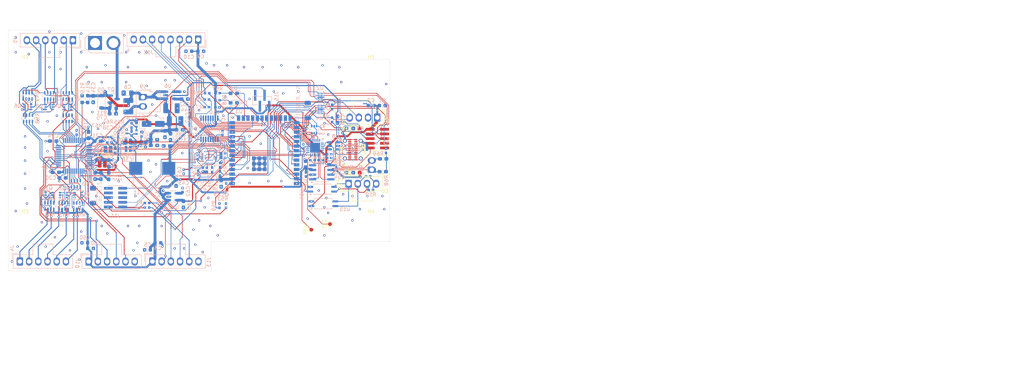
<source format=kicad_pcb>
(kicad_pcb (version 20240108) (generator "pcbnew") (generator_version "8.0")
  (layers (0 "F.Cu" signal) (1 "In1.Cu" signal) (2 "In2.Cu" signal) (31 "B.Cu" signal) (34 "B.Paste" user) (35 "F.Paste" user) (36 "B.SilkS" user "B.Silkscreen") (37 "F.SilkS" user "F.Silkscreen") (38 "B.Mask" user) (39 "F.Mask" user) (44 "Edge.Cuts" user))
  (net 0 "")
  (net 1 "GND")
  (net 2 "~{STM_NRST}")
  (net 3 "Net-(C19-Pad1)")
  (net 4 "Net-(U1-VCAP)")
  (net 5 "Net-(C22-Pad1)")
  (net 6 "+3.3VA")
  (net 7 "ESP_EN")
  (net 8 "VBAT")
  (net 9 "Net-(C36-Pad1)")
  (net 10 "Net-(U5-SW)")
  (net 11 "Net-(C38-Pad1)")
  (net 12 "Net-(U5-FB)")
  (net 13 "Net-(U6-BP)")
  (net 14 "+5V")
  (net 15 "Net-(C55-Pad2)")
  (net 16 "CP2105_VIO")
  (net 17 "VUSB")
  (net 18 "Net-(U9-VPP)")
  (net 19 "Net-(D1-K)")
  (net 20 "Net-(D2-K)")
  (net 21 "SEN8")
  (net 22 "SEN2")
  (net 23 "SEN4")
  (net 24 "COL2")
  (net 25 "COL1")
  (net 26 "SEN6")
  (net 27 "SEN1")
  (net 28 "SEN5")
  (net 29 "SEN3")
  (net 30 "SEN7")
  (net 32 "USB_CONN_D+")
  (net 34 "Net-(J8-CC2)")
  (net 35 "USB_CONN_D-")
  (net 36 "Net-(J8-CC1)")
  (net 37 "+1V8")
  (net 38 "Net-(U12-BP)")
  (net 39 "Net-(U13-VREG)")
  (net 40 "Net-(D5-A)")
  (net 41 "Net-(J12-Pin_3)")
  (net 42 "V_IN")
  (net 43 "ADC_V_IN")
  (net 44 "ESP_U1TXD")
  (net 45 "ESP_U1RXD")
  (net 47 "SEN9")
  (net 48 "SEN9_3V3")
  (net 49 "SEN1_3V3")
  (net 50 "SEN10")
  (net 51 "SEN10_3V3")
  (net 52 "SEN2_3V3")
  (net 53 "SEN11")
  (net 54 "SEN3_3V3")
  (net 55 "SEN11_3V3")
  (net 56 "SEN12")
  (net 57 "SEN4_3V3")
  (net 58 "SEN12_3V3")
  (net 59 "SEN5_3V3")
  (net 60 "SEN6_3V3")
  (net 61 "SEN7_3V3")
  (net 62 "SEN8_3V3")
  (net 63 "Net-(R53-Pad1)")
  (net 64 "STM_SWDCLK")
  (net 65 "STM_SWDIO")
  (net 66 "Net-(D3-A)")
  (net 67 "Net-(D4-A)")
  (net 68 "Net-(R59-Pad1)")
  (net 69 "PG_3V3")
  (net 70 "Net-(U5-EN)")
  (net 71 "Net-(U5-MODE)")
  (net 72 "Net-(U5-BOOT)")
  (net 73 "Net-(R64-Pad1)")
  (net 74 "CAN_H")
  (net 75 "CAN_L")
  (net 76 "Net-(U9-RST)")
  (net 77 "PWM1_OUT")
  (net 78 "LIFT3")
  (net 79 "COL4")
  (net 80 "LIFT2")
  (net 82 "LIFT4")
  (net 83 "STM_USART1_TX")
  (net 84 "BHI_SWDIO")
  (net 85 "STM_ESP_INT")
  (net 87 "STM_BOOT")
  (net 88 "COL3")
  (net 89 "STM_USART1_RX")
  (net 90 "HSE_OSC_IN")
  (net 91 "STM_USART2_RX")
  (net 92 "STM_USART2_TX")
  (net 93 "LIFT1")
  (net 94 "PWM2_OUT")
  (net 95 "HSE_OSC_OUT")
  (net 96 "CAN_SILENT")
  (net 101 "FDCAN1_RX")
  (net 102 "ESP_JTAG_TCK_PROT")
  (net 103 "ESP_JTAG_TDO_PROT")
  (net 104 "FDCAN1_TX")
  (net 106 "ESP_JTAG_TDI_PROT")
  (net 107 "BHI_SWDCLK")
  (net 108 "BHI_RSTQ")
  (net 109 "ESP_JTAG_TMS_PROT")
  (net 111 "OPTO2")
  (net 112 "GND_MOTOR")
  (net 113 "V_MOTOR")
  (net 114 "BHI_CS")
  (net 115 "GPIO0")
  (net 116 "Net-(J14-Pin_3)")
  (net 119 "ESP_UART_DEBUG_TX")
  (net 121 "Net-(R5-Pad2)")
  (net 124 "Net-(U13-HOSTBOOT)")
  (net 126 "Net-(J12-Pin_4)")
  (net 127 "ESP_UART_DEBUG_RX")
  (net 129 "ESP_JTAG_TDI")
  (net 130 "ESP_JTAG_TMS")
  (net 131 "ESP_JTAG_TDO")
  (net 132 "ESP_JTAG_TCK")
  (net 133 "DEBUG_USB-")
  (net 134 "DEBUG_USB+")
  (net 138 "ESP_RTS")
  (net 141 "STM_RTS")
  (net 142 "STM_DTR")
  (net 144 "ESP_DTR")
  (net 146 "Net-(Q1B-C2)")
  (net 147 "Net-(Q2B-C2)")
  (net 148 "Net-(Q3B-C2)")
  (net 149 "Net-(R13-Pad2)")
  (net 150 "Net-(Q4B-C2)")
  (net 151 "Net-(Q5B-C2)")
  (net 152 "Net-(Q6B-C2)")
  (net 153 "Net-(Q1A-C1)")
  (net 154 "STM_SWDCLK_PROT")
  (net 155 "STM_SWDIO_PROT")
  (net 156 "STM_NRESET")
  (net 157 "Net-(Q2A-C1)")
  (net 158 "Net-(Q3A-C1)")
  (net 159 "Net-(Q4A-C1)")
  (net 160 "Net-(Q5A-C1)")
  (net 161 "Net-(Q6A-C1)")
  (net 162 "SIG_KILL")
  (net 163 "SIG_RUN")
  (net 164 "PMW_MISO")
  (net 165 "PMW_CS1")
  (net 166 "PMW_RESET")
  (net 167 "PMW_CS2")
  (net 168 "PMW_MOSI")
  (net 169 "PMW_SCLK")
  (net 170 "RGB_LED")
  (net 171 "BHI_SCLK_3V3")
  (net 172 "BHI_MOSI_3V3")
  (net 173 "BHI_CS_3V3")
  (net 174 "BHI_RSTQ_3V3")
  (net 175 "Net-(D4-K)")
  (net 176 "BHI_HIRQ_3V3")
  (net 177 "Net-(D3-K)")
  (net 178 "BHI_MISO_3V3")
  (net 179 "BHI_MISO")
  (net 180 "BHI_MOSI")
  (net 181 "BHI_SCLK")
  (net 182 "BHI_HIRQ")
  (net 183 "+3V3")
  (net 184 "Net-(J12-Pin_2)")
  (footprint "Connector_Molex:Molex_Nano-Fit_105309-xx04_1x04_P2.50mm_Vertical" (layer "F.Cu") (at 153.375242 91.647055 90)
    (property "Reference" "J14")
    (property "Value" "KILL")
  )
  (footprint "Connector_PinHeader_1.27mm:PinHeader_2x05_P1.27mm_Vertical_SMD" (layer "F.Cu") (at 161.1884 79.375)
    (property "Reference" "J16")
    (property "Value" "Debug_JTAG")
  )
  (footprint "Connector_Wire:SolderWirePad_1x01_SMD_1x2mm" (layer "F.Cu") (at 85.8012 86.2584)
    (property "Reference" "J7")
    (property "Value" "PWM2")
  )
  (footprint "Connector_USB:USB_C_Receptacle_GCT_USB4115-03-C" (layer "F.Cu") (at 154.5267 82.37 90)
    (property "Reference" "J8")
    (property "Value" "USB_C_Receptacle_USB2.0" (hide yes))
  )
  (footprint "MountingHole:MountingHole_3.2mm_M3" (layer "F.Cu") (at 65.5267 103.37)
    (property "Reference" "H3")
    (property "Value" "MountingHole")
  )
  (footprint "MountingHole:MountingHole_3.2mm_M3" (layer "F.Cu") (at 159.5267 103.37)
    (property "Reference" "H4")
    (property "Value" "MountingHole")
  )
  (footprint "TestPoint:TestPoint_Pad_D1.0mm" (layer "F.Cu") (at 148.336 102.616 90)
    (property "Reference" "TP2")
    (property "Value" "STM_RTS")
  )
  (footprint "MountingHole:MountingHole_3.2mm_M3" (layer "F.Cu") (at 65.5267 61.37)
    (property "Reference" "H2")
    (property "Value" "MountingHole")
  )
  (footprint "LED_SMD:LED_0603_1608Metric_Pad1.05x0.95mm_HandSolder" (layer "F.Cu") (at 155.5267 88.62)
    (property "Reference" "D2")
    (property "Value" "GREEN")
  )
  (footprint "LED_SMD:LED_0603_1608Metric_Pad1.05x0.95mm_HandSolder" (layer "F.Cu") (at 155.5267 76.62)
    (property "Reference" "D1")
    (property "Value" "GREEN")
  )
  (footprint "MountingHole:MountingHole_3.2mm_M3" (layer "F.Cu") (at 159.5267 61.37)
    (property "Reference" "H1")
    (property "Value" "MountingHole")
  )
  (footprint "Connector_Molex:Molex_Nano-Fit_105309-xx02_1x02_P2.50mm_Vertical" (layer "F.Cu") (at 159.688507 87.822069 180)
    (property "Reference" "J3")
    (property "Value" "CAN" (hide yes))
  )
  (footprint "Connector_Molex:Molex_Nano-Fit_105309-xx04_1x04_P2.50mm_Vertical" (layer "F.Cu") (at 161.17 73.66 -90)
    (property "Reference" "J2")
    (property "Value" "KILL" (hide yes))
  )
  (footprint "TestPoint:TestPoint_Pad_D1.0mm" (layer "F.Cu") (at 143.256 104.14 90)
    (property "Reference" "TP1")
    (property "Value" "STM_DTR")
  )
  (footprint "Connector_Wire:SolderWirePad_1x01_SMD_1x2mm" (layer "F.Cu") (at 87.2236 86.2584)
    (property "Reference" "J6")
    (property "Value" "PWM1")
  )
  (footprint "Resistor_SMD:R_0402_1005Metric_Pad0.72x0.64mm_HandSolder" (layer "B.Cu") (at 159.4292 93.37)
    (property "Reference" "R10")
    (property "Value" "10k")
  )
  (footprint "Resistor_SMD:R_0402_1005Metric_Pad0.72x0.64mm_HandSolder" (layer "B.Cu") (at 120.0912 97.62 90)
    (property "Reference" "R53")
    (property "Value" "10k")
  )
  (footprint "Capacitor_SMD:C_0603_1608Metric" (layer "B.Cu") (at 162.5267 70.37)
    (property "Reference" "C1")
    (property "Value" "1u")
  )
  (footprint "Package_QFP:LQFP-48_7x7mm_P0.5mm" (layer "B.Cu") (at 78.7767 84.0325 180)
    (property "Reference" "U1")
    (property "Value" "STM32U585CITx")
  )
  (footprint "Capacitor_SMD:C_0603_1608Metric_Pad1.08x0.95mm_HandSolder" (layer "B.Cu") (at 108.8892 68.62)
    (property "Reference" "C52")
    (property "Value" "2.2u")
  )
  (footprint "Capacitor_SMD:C_1210_3225Metric_Pad1.33x2.70mm_HandSolder" (layer "B.Cu") (at 93.590213 70.571933 -90)
    (property "Reference" "C4")
    (property "Value" "1u")
  )
  (footprint "Capacitor_SMD:C_0402_1005Metric_Pad0.74x0.62mm_HandSolder" (layer "B.Cu") (at 119.288 83.37)
    (property "Reference" "C71")
    (property "Value" "100n")
  )
  (footprint "Capacitor_SMD:C_0603_1608Metric_Pad1.08x0.95mm_HandSolder" (layer "B.Cu") (at 107.487868 76.980818)
    (property "Reference" "C41")
    (property "Value" "10n")
  )
  (footprint "hiro_sumo:TL1017AABF160QG" (layer "B.Cu") (at 83.9724 94.8944 90)
    (property "Reference" "SW_RESET2")
    (property "Value" "~")
  )
  (footprint "Resistor_SMD:R_0402_1005Metric_Pad0.72x0.64mm_HandSolder" (layer "B.Cu") (at 93.527138 79.658652)
    (property "Reference" "R62")
    (property "Value" "0R")
  )
  (footprint "Connector_Molex:Molex_Nano-Fit_105309-xx02_1x02_P2.50mm_Vertical" (layer "B.Cu") (at 97.5267 68.12 180)
    (property "Reference" "J9")
    (property "Value" "PNP_POWER" (hide yes))
  )
  (footprint "Capacitor_SMD:C_0402_1005Metric_Pad0.74x0.62mm_HandSolder" (layer "B.Cu") (at 85.2767 83.87)
    (property "Reference" "C17")
    (property "Value" "100n")
  )
  (footprint "Resistor_SMD:R_0603_1608Metric_Pad0.98x0.95mm_HandSolder" (layer "B.Cu") (at 153.7208 76.6064 180)
    (property "Reference" "R3")
    (property "Value" "10k")
  )
  (footprint "Capacitor_SMD:C_0603_1608Metric_Pad1.08x0.95mm_HandSolder" (layer "B.Cu") (at 82.774077 78.405427 90)
    (property "Reference" "C18")
    (property "Value" "100n")
  )
  (footprint "Capacitor_SMD:C_0402_1005Metric_Pad0.74x0.62mm_HandSolder" (layer "B.Cu") (at 93.527138 82.663136)
    (property "Reference" "C36")
    (property "Value" "0.1u")
  )
  (footprint "Capacitor_SMD:C_0603_1608Metric_Pad1.08x0.95mm_HandSolder" (layer "B.Cu") (at 106.5267 91.37 -90)
    (property "Reference" "C45")
    (property "Value" "22u")
  )
  (footprint "Resistor_SMD:R_0402_1005Metric_Pad0.72x0.64mm_HandSolder" (layer "B.Cu") (at 117.788 68.9426 180)
    (property "Reference" "R58")
    (property "Value" "330R")
  )
  (footprint "Capacitor_SMD:C_0603_1608Metric" (layer "B.Cu") (at 101.6 107.696)
    (property "Reference" "C3")
    (property "Value" "1u")
  )
  (footprint "Connector_PinHeader_1.27mm:PinHeader_2x05_P1.27mm_Vertical_SMD" (layer "B.Cu") (at 90.088 95.41)
    (property "Reference" "J11")
    (property "Value" "BHI_JTAG_1V8")
  )
  (footprint "Resistor_SMD:R_0402_1005Metric_Pad0.72x0.64mm_HandSolder" (layer "B.Cu") (at 148.8948 74.2644 -90)
    (property "Reference" "R13")
    (property "Value" "330R")
  )
  (footprint "Capacitor_SMD:C_0402_1005Metric_Pad0.74x0.62mm_HandSolder" (layer "B.Cu") (at 90.0267 82.6875 90)
    (property "Reference" "C22")
    (property "Value" "6.8p")
  )
  (footprint "Package_TO_SOT_SMD:SOT-583-8" (layer "B.Cu") (at 96.287138 80.663136 180)
    (property "Reference" "U5")
    (property "Value" "TPS562212DRLR")
  )
  (footprint "Package_TO_SOT_SMD:SOT-363_SC-70-6" (layer "B.Cu") (at 77.096781 70.786415 180)
    (property "Reference" "Q4")
    (property "Value" "UMH3N")
  )
  (footprint "Capacitor_SMD:C_0402_1005Metric_Pad0.74x0.62mm_HandSolder" (layer "B.Cu") (at 141.1 81.49 90)
    (property "Reference" "C59")
    (property "Value" "4.7u")
  )
  (footprint "Resistor_SMD:R_Array_Concave_4x0603" (layer "B.Cu") (at 72.1267 97.72 -90)
    (property "Reference" "RN1")
    (property "Value" "10k")
  )
  (footprint "Package_TO_SOT_SMD:SOT-363_SC-70-6" (layer "B.Cu") (at 79.905865 94.695155)
    (property "Reference" "Q3")
    (property "Value" "UMH3N")
  )
  (footprint "Capacitor_SMD:C_0402_1005Metric_Pad0.74x0.62mm_HandSolder" (layer "B.Cu") (at 119.288 84.62)
    (property "Reference" "C72")
    (property "Value" "100n")
  )
  (footprint "Capacitor_SMD:C_0402_1005Metric_Pad0.74x0.62mm_HandSolder" (layer "B.Cu") (at 114.87 87.86 -90)
    (property "Reference" "C74")
    (property "Value" "220n")
  )
  (footprint "Resistor_SMD:R_Array_Concave_4x0603" (layer "B.Cu") (at 77.087976 73.851424 90)
    (property "Reference" "RN5")
    (property "Value" "10k")
  )
  (footprint "Capacitor_SMD:C_0603_1608Metric_Pad1.08x0.95mm_HandSolder" (layer "B.Cu") (at 75.713962 90.050588 180)
    (property "Reference" "C20")
    (property "Value" "4.7u")
  )
  (footprint "Connector_Molex:Molex_Nano-Fit_105309-xx06_1x06_P2.50mm_Vertical" (layer "B.Cu") (at 64.128 112.776 -90)
    (property "Reference" "J4")
    (property "Value" "PNP1" (hide yes))
  )
  (footprint "Capacitor_SMD:C_0603_1608Metric_Pad1.08x0.95mm_HandSolder" (layer "B.Cu") (at 86.123566 89.523993 -90)
    (property "Reference" "C15")
    (property "Value" "10u")
  )
  (footprint "Capacitor_SMD:C_0603_1608Metric_Pad1.08x0.95mm_HandSolder" (layer "B.Cu") (at 100.527138 79.663136)
    (property "Reference" "C31")
    (property "Value" "22u")
  )
  (footprint "Capacitor_SMD:C_0805_2012Metric_Pad1.18x1.45mm_HandSolder" (layer "B.Cu") (at 93.3403 66.995043 180)
    (property "Reference" "C6")
    (property "Value" "0.1u")
  )
  (footprint "Capacitor_SMD:C_0603_1608Metric_Pad1.08x0.95mm_HandSolder" (layer "B.Cu") (at 100.538695 81.210044)
    (property "Reference" "C32")
    (property "Value" "22u")
  )
  (footprint "Resistor_SMD:R_Array_Concave_4x0603" (layer "B.Cu") (at 79.3267 91.667708 -90)
    (property "Reference" "RN2")
    (property "Value" "10k")
  )
  (footprint "Capacitor_SMD:C_0402_1005Metric_Pad0.74x0.62mm_HandSolder" (layer "B.Cu") (at 94.445446 78.032296 -90)
    (property "Reference" "C38")
    (property "Value" "10p")
  )
  (footprint "Resistor_SMD:R_0402_1005Metric_Pad0.72x0.64mm_HandSolder" (layer "B.Cu") (at 158.6792 89.62)
    (property "Reference" "R12")
    (property "Value" "10k")
  )
  (footprint "Capacitor_SMD:C_0603_1608Metric" (layer "B.Cu") (at 110.0017 55.62 180)
    (property "Reference" "C10")
    (property "Value" "0.1u")
  )
  (footprint "Resistor_SMD:R_0402_1005Metric_Pad0.72x0.64mm_HandSolder" (layer "B.Cu") (at 157.775639 81.341048)
    (property "Reference" "R71")
    (property "Value" "5k1")
  )
  (footprint "Capacitor_SMD:C_0603_1608Metric_Pad1.08x0.95mm_HandSolder" (layer "B.Cu") (at 108.5267 97.2325 -90)
    (property "Reference" "C63")
    (property "Value" "10u")
  )
  (footprint "hiro_sumo:TL1017AABF160QG" (layer "B.Cu") (at 142.2908 71.7296 -90)
    (property "Reference" "SW_RESET1")
    (property "Value" "~")
  )
  (footprint "Connector_Molex:Molex_Nano-Fit_105309-xx06_1x06_P2.50mm_Vertical" (layer "B.Cu") (at 78.5267 52.62 90)
    (property "Reference" "J5")
    (property "Value" "PNP2" (hide yes))
  )
  (footprint "Resistor_SMD:R_0402_1005Metric_Pad0.72x0.64mm_HandSolder" (layer "B.Cu") (at 97.151553 78.179651 -90)
    (property "Reference" "R60")
    (property "Value" "100k")
  )
  (footprint "Capacitor_SMD:C_0603_1608Metric_Pad1.08x0.95mm_HandSolder" (layer "B.Cu") (at 85.23699 80.081055)
    (property "Reference" "C21")
    (property "Value" "100n")
  )
  (footprint "Capacitor_SMD:C_0603_1608Metric" (layer "B.Cu") (at 113.2517 55.62)
    (property "Reference" "C9")
    (property "Value" "1u")
  )
  (footprint "Package_TO_SOT_SMD:SOT-363_SC-70-6" (layer "B.Cu") (at 75.9767 94.72)
    (property "Reference" "Q2")
    (property "Value" "UMH3N")
  )
  (footprint "Capacitor_SMD:C_0603_1608Metric_Pad1.08x0.95mm_HandSolder" (layer "B.Cu") (at 141.663574 86.307245 90)
    (property "Reference" "C53")
    (property "Value" "47u")
  )
  (footprint "Package_TO_SOT_SMD:SOT-23-5" (layer "B.Cu") (at 105.6642 95.17)
    (property "Reference" "U12")
    (property "Value" "SPX3819M5-L-1-8")
  )
  (footprint "Connector_PinHeader_1.27mm:PinHeader_1x04_P1.27mm_Vertical_SMD_Pin1Left" (layer "B.Cu") (at 129.921 69.0768 90)
    (property "Reference" "J15")
    (property "Value" "RGB_LED")
  )
  (footprint "Capacitor_SMD:C_0402_1005Metric_Pad0.74x0.62mm_HandSolder" (layer "B.Cu") (at 98.249849 81.022011 -90)
    (property "Reference" "C33")
    (property "Value" "100n")
  )
  (footprint "Capacitor_SMD:C_0603_1608Metric_Pad1.08x0.95mm_HandSolder" (layer "B.Cu") (at 118.7767 91.595 -90)
    (property "Reference" "C29")
    (property "Value" "22u")
  )
  (footprint "Capacitor_SMD:C_0603_1608Metric_Pad1.08x0.95mm_HandSolder" (layer "B.Cu") (at 73.898876 88.53959 180)
    (property "Reference" "C16")
    (property "Value" "100n")
  )
  (footprint "Capacitor_SMD:C_0402_1005Metric_Pad0.74x0.62mm_HandSolder" (layer "B.Cu") (at 145.81 85.24)
    (property "Reference" "C58")
    (property "Value" "1u")
  )
  (footprint "Resistor_SMD:R_Array_Concave_4x0603" (layer "B.Cu") (at 77.1267 67.77 90)
    (property "Reference" "RN6")
    (property "Value" "10k")
  )
  (footprint "Inductor_SMD:L_Bourns_SRP1038C_10.0x10.0mm" (layer "B.Cu") (at 100.063 87.455299)
    (property "Reference" "L1")
    (property "Value" "2.2uH")
  )
  (footprint "Resistor_SMD:R_0402_1005Metric_Pad0.72x0.64mm_HandSolder" (layer "B.Cu") (at 117.788 67.0052 180)
    (property "Reference" "R57")
    (property "Value" "330R")
  )
  (footprint "Package_TO_SOT_SMD:SOT-23-5" (layer "B.Cu") (at 104.8892 67.57)
    (property "Reference" "U6")
    (property "Value" "MIC5205-5.0YM5")
  )
  (footprint "Resistor_SMD:R_Array_Concave_4x0603" (layer "B.Cu") (at 66.3267 73.8252 90)
    (property "Reference" "RN8")
    (property "Value" "10k")
  )
  (footprint "Capacitor_SMD:C_0402_1005Metric_Pad0.74x0.62mm_HandSolder" (layer "B.Cu") (at 113.79 87.85 -90)
    (property "Reference" "C73")
    (property "Value" "100n")
  )
  (footprint "Connector_Molex:Molex_Nano-Fit_105309-xx06_1x06_P2.50mm_Vertical" (layer "B.Cu") (at 82.804 112.8 -90)
    (property "Reference" "J10")
    (property "Value" "COLOR" (hide yes))
  )
  (footprint "Capacitor_SMD:C_0603_1608Metric_Pad1.08x0.95mm_HandSolder" (layer "B.Cu") (at 105.038 78.87 -90)
    (property "Reference" "C46")
    (property "Value" "1n")
  )
  (footprint "Package_TO_SOT_SMD:SOT-363_SC-70-6" (layer "B.Cu") (at 144.04 76.94 90)
    (property "Reference" "Q13")
    (property "Value" "UMH3N")
  )
  (footprint "Resistor_SMD:R_0603_1608Metric_Pad0.98x0.95mm_HandSolder" (layer "B.Cu") (at 153.7208 88.62 180)
    (property "Reference" "R4")
    (property "Value" "5k")
  )
  (footprint "Connector_Molex:Molex_Nano-Fit_105309-xx06_1x06_P2.50mm_Vertical" (layer "B.Cu") (at 100.116 112.776 -90)
    (property "Reference" "J13")
    (property "Value" "LIFT" (hide yes))
  )
  (footprint "hiro_sumo:XDCR_BHI260AP" (layer "B.Cu") (at 115.65 84.475 90)
    (property "Reference" "U13")
    (property "Value" "BHI260AP")
  )
  (footprint "Connector_AMASS:AMASS_XT30U-M_1x02_P5.0mm_Vertical" (layer "B.Cu") (at 84.5267 53.37)
    (property "Reference" "J1" (hide yes))
    (property "Value" "BATTERY" (hide yes))
  )
  (footprint "Capacitor_SMD:C_0603_1608Metric_Pad1.08x0.95mm_HandSolder" (layer "B.Cu") (at 89.3572 72.62)
    (property "Reference" "C75")
    (property "Value" "15n")
  )
  (footprint "Package_TO_SOT_SMD:SOT-363_SC-70-6" (layer "B.Cu") (at 72.075 94.72)
    (property "Reference" "Q1")
    (property "Value" "UMH3N")
  )
  (footprint "Package_SO:SOIC-4_4.55x2.6mm_P1.27mm" (layer "B.Cu") (at 146.5267 97.0788)
    (property "Reference" "U15")
    (property "Value" "TLP291")
  )
  (footprint "Package_TO_SOT_SMD:SOT-23" (layer "B.Cu") (at 89.5892 68.62)
    (property "Reference" "Q7")
    (property "Value" "IRLML9303TRPBF")
  )
  (footprint "Crystal:Crystal_SMD_2016-4Pin_2.0x1.6mm" (layer "B.Cu") (at 88.05 82.24 180)
    (property "Reference" "Y1")
    (property "Value" "16 Mhz		" (hide yes))
  )
  (footprint "Resistor_SMD:R_0402_1005Metric" (layer "B.Cu") (at 95.788 75.62 90)
    (property "Reference" "R65")
    (property "Value" "49.9R")
  )
  (footprint "Resistor_SMD:R_0402_1005Metric_Pad0.72x0.64mm_HandSolder" (layer "B.Cu") (at 148.8948 70.7644 -90)
    (property "Reference" "R5")
    (property "Value" "330R")
  )
  (footprint "Resistor_SMD:R_0402_1005Metric_Pad0.72x0.64mm_HandSolder" (layer "B.Cu") (at 116.332 87.86 90)
    (property "Reference" "R6")
    (property "Value" "10k")
  )
  (footprint "Resistor_SMD:R_0402_1005Metric_Pad0.72x0.64mm_HandSolder" (layer "B.Cu") (at 94.445446 75.763597 -90)
    (property "Reference" "R64")
    (property "Value" "0R")
  )
  (footprint "Capacitor_SMD:CP_Elec_4x4.5" (layer "B.Cu") (at 100.3267 75.37 180)
    (property "Reference" "C40")
    (property "Value" "22u")
  )
  (footprint "Capacitor_SMD:C_0603_1608Metric_Pad1.08x0.95mm_HandSolder" (layer "B.Cu") (at 84.5267 89.5075 -90)
    (property "Reference" "C23")
    (property "Value" "100n")
  )
  (footprint "Capacitor_SMD:C_0603_1608Metric_Pad1.08x0.95mm_HandSolder" (layer "B.Cu") (at 103.5267 78.12 -90)
    (property "Reference" "C35")
    (property "Value" "100n")
  )
  (footprint "Connector_Molex:Molex_Nano-Fit_105309-xx08_1x08_P2.50mm_Vertical" (layer "B.Cu") (at 112.5267 52.44 90)
    (property "Reference" "J12")
    (property "Value" "PMW" (hide yes))
  )
  (footprint "Capacitor_SMD:C_0603_1608Metric_Pad1.08x0.95mm_HandSolder" (layer "B.Cu") (at 162.6642 88.37)
    (property "Reference" "R68")
    (property "Value" "68R")
  )
  (footprint "Resistor_SMD:R_0402_1005Metric_Pad0.72x0.64mm_HandSolder" (layer "B.Cu") (at 114.9625 67.03 180)
    (property "Reference" "R8")
    (property "Value" "22R")
  )
  (footprint "Capacitor_SMD:C_0603_1608Metric_Pad1.08x0.95mm_HandSolder" (layer "B.Cu") (at 150.368 74.2188 90)
    (property "Reference" "C39")
    (property "Value" "100n")
  )
  (footprint "Package_TO_SOT_SMD:SOT-363_SC-70-6" (layer "B.Cu") (at 72.0767 70.7772)
    (property "Reference" "Q5")
    (property "Value" "UMH3N")
  )
  (footprint "Resistor_SMD:R_0402_1005Metric_Pad0.72x0.64mm_HandSolder" (layer "B.Cu") (at 79.538 77.7175 90)
    (property "Reference" "R16")
    (property "Value" "10k")
  )
  (footprint "Resistor_SMD:R_0603_1608Metric_Pad0.98x0.95mm_HandSolder" (layer "B.Cu") (at 82.5267 68.62 -90)
    (property "Reference" "R14")
    (property "Value" "56k")
  )
  (footprint "Inductor_SMD:L_0603_1608Metric_Pad1.05x0.95mm_HandSolder" (layer "B.Cu") (at 88.2396 89.5718 90)
    (property "Reference" "FB1")
    (property "Value" "600R@100Mhz")
  )
  (footprint "Capacitor_SMD:C_0402_1005Metric_Pad0.74x0.62mm_HandSolder" (layer "B.Cu") (at 103.0267 94.12 90)
    (property "Reference" "C12")
    (property "Value" "1u")
  )
  (footprint "Package_TO_SOT_SMD:SOT-23-6" (layer "B.Cu") (at 149.3475 81.34 180)
    (property "Reference" "U8")
    (property "Value" "USBLC6-2SC6")
  )
  (footprint "Resistor_SMD:R_0402_1005Metric_Pad0.72x0.64mm_HandSolder" (layer "B.Cu") (at 118.3197 97.62 90)
    (property "Reference" "R59")
    (property "Value" "10k")
  )
  (footprint "Capacitor_SMD:C_0402_1005Metric_Pad0.74x0.62mm_HandSolder" (layer "B.Cu") (at 119.144982 77.81829 90)
    (property "Reference" "C13")
    (property "Value" "100n")
  )
  (footprint "Capacitor_SMD:C_0603_1608Metric" (layer "B.Cu") (at 159.5017 70.37 180)
    (property "Reference" "C2")
    (property "Value" "0.1u")
  )
  (footprint "Resistor_SMD:R_0603_1608Metric_Pad0.98x0.95mm_HandSolder" (layer "B.Cu") (at 89.3642 71.12 180)
    (property "Reference" "R11")
    (property "Value" "10k")
  )
  (footprint "Capacitor_SMD:C_0603_1608Metric_Pad1.08x0.95mm_HandSolder" (layer "B.Cu") (at 84.0267 68.62 -90)
    (property "Reference" "C34")
    (property "Value" "100n")
  )
  (footprint "Capacitor_SMD:C_1210_3225Metric_Pad1.33x2.70mm_HandSolder" (layer "B.Cu") (at 105.2767 71.12)
    (property "Reference" "C44")
    (property "Value" "1u")
  )
  (footprint "Capacitor_SMD:C_0603_1608Metric" (layer "B.Cu") (at 81.7517 107.696 180)
    (property "Reference" "C50")
    (property "Value" "1u")
  )
  (footprint "Capacitor_SMD:C_1210_3225Metric_Pad1.33x2.70mm_HandSolder" (layer "B.Cu") (at 106.2767 74.62)
    (property "Reference" "C42")
    (property "Value" "1u")
  )
  (footprint "Resistor_SMD:R_0402_1005Metric_Pad0.72x0.64mm_HandSolder" (layer "B.Cu") (at 118.4656 88.8879 90)
    (property "Reference" "R56")
    (property "Value" "10k/1%")
  )
  (footprint "Capacitor_SMD:C_0402_1005Metric_Pad0.74x0.62mm_HandSolder" (layer "B.Cu") (at 141.7767 89.12 -90)
    (property "Reference" "C54")
    (property "Value" "100n")
  )
  (footprint "LED_SMD:LED_0603_1608Metric_Pad1.05x0.95mm_HandSolder" (layer "B.Cu") (at 122.2134 69.6468 180)
    (property "Reference" "D4")
    (property "Value" "GREEN")
  )
  (footprint "Package_SO:SOIC-4_4.55x2.6mm_P1.27mm" (layer "B.Cu") (at 146.22 93.13)
    (property "Reference" "U14")
    (property "Value" "TLP291")
  )
  (footprint "Resistor_SMD:R_0402_1005Metric_Pad0.72x0.64mm_HandSolder" (layer "B.Cu") (at 143.58 85.23)
    (property "Reference" "R72")
    (property "Value" "5k1")
  )
  (footprint "Resistor_SMD:R_0402_1005Metric_Pad0.72x0.64mm_HandSolder" (layer "B.Cu") (at 98.6355 98.12)
    (property "Reference" "R2")
    (property "Value" "0R")
  )
  (footprint "Resistor_SMD:R_Array_Concave_4x0603" (layer "B.Cu") (at 79.94 97.71527 -90)
    (property "Reference" "RN4")
    (property "Value" "10k")
  )
  (footprint "Resistor_SMD:R_0402_1005Metric_Pad0.72x0.64mm_HandSolder" (layer "B.Cu") (at 98.6355 96.87 180)
    (property "Reference" "R1")
    (property "Value" "0R")
  )
  (footprint "Capacitor_SMD:C_0402_1005Metric_Pad0.74x0.62mm_HandSolder" (layer "B.Cu") (at 163.5267 82.6875 -90)
    (property "Reference" "C55")
    (property "Value" "4.7n")
  )
  (footprint "LED_SMD:LED_0603_1608Metric_Pad1.05x0.95mm_HandSolder" (layer "B.Cu") (at 122.2134 67.0568 180)
    (property "Reference" "D3")
    (property "Value" "RED")
  )
  (footprint "Resistor_SMD:R_0402_1005Metric_Pad0.72x0.64mm_HandSolder" (layer "B.Cu") (at 157.7767 82.37)
    (property "Reference" "R70")
    (property "Value" "5k1")
  )
  (footprint "Resistor_SMD:R_0402_1005Metric" (layer "B.Cu") (at 95.79253 77.598087 90)
    (property "Reference" "R66")
    (property "Value" "45.3k")
  )
  (footprint "Capacitor_SMD:C_0402_1005Metric_Pad0.74x0.62mm_HandSolder" (layer "B.Cu") (at 88.4428 80.4164)
    (property "Reference" "C19")
    (property "Value" "6.8p")
  )
  (footprint "Capacitor_SMD:C_0402_1005Metric_Pad0.74x0.62mm_HandSolder" (layer "B.Cu") (at 148.103832 84.62)
    (property "Reference" "C56")
    (property "Value" "1u")
  )
  (footprint "Package_DFN_QFN:QFN-24-1EP_4x4mm_P0.5mm_EP2.7x2.7mm" (layer "B.Cu") (at 144.2767 81.8325 180)
    (property "Reference" "U9")
    (property "Value" "CP2105-F01-GM" (hide yes))
  )
  (footprint "Capacitor_SMD:C_0402_1005Metric_Pad0.74x0.62mm_HandSolder" (layer "B.Cu") (at 118.4656 86.5545 90)
    (property "Reference" "C28")
    (property "Value" "1u")
  )
  (footprint "Capacitor_SMD:C_0603_1608Metric_Pad1.08x0.95mm_HandSolder" (layer "B.Cu") (at 73.176185 80.041294 180)
    (property "Reference" "C24")
    (property "Value" "100n")
  )
  (footprint "Capacitor_SMD:C_0603_1608Metric_Pad1.08x0.95mm_HandSolder" (layer "B.Cu") (at 162.7767 84.87 180)
    (property "Reference" "R69")
    (property "Value" "68R")
  )
  (footprint "Package_DFN_QFN:Diodes_UDFN-10_1.0x2.5mm_P0.5mm" (layer "B.Cu") (at 145.6392 68.12 180)
    (property "Reference" "U2")
    (property "Value" "ESD224DQA")
  )
  (footprint "Diode_SMD:D_SOD-123" (layer "B.Cu") (at 86.2767 69.37 -90)
    (property "Reference" "D5")
    (property "Value" "10V")
  )
  (footprint "Capacitor_SMD:C_0402_1005Metric_Pad0.74x0.62mm_HandSolder" (layer "B.Cu") (at 112.38 84.39 90)
    (property "Reference" "C68")
    (property "Value" "100n")
  )
  (footprint "Capacitor_SMD:C_0603_1608Metric" (layer "B.Cu") (at 83.312 109.22)
    (property "Reference" "C60")
    (property "Value" "0.1u")
  )
  (footprint "Capacitor_SMD:C_0402_1005Metric_Pad0.74x0.62mm_HandSolder" (layer "B.Cu") (at 108.2767 93.37 90)
    (property "Reference" "C62")
    (property "Value" "100n")
  )
  (footprint "Capacitor_SMD:C_0402_1005Metric_Pad0.74x0.62mm_HandSolder" (layer "B.Cu") (at 108.585 88.37 -90)
    (property "Reference" "C67")
    (property "Value" "100n")
  )
  (footprint "Resistor_SMD:R_0402_1005Metric_Pad0.72x0.64mm_HandSolder" (layer "B.Cu") (at 93.527138 80.665486)
    (property "Reference" "R61")
    (property "Value" "100k")
  )
  (footprint "RF_Module:ESP32-S3-WROOM-2" (layer "B.Cu") (at 130.507601 86.30123)
    (property "Reference" "U3")
    (property "Value" "ESP32-S3-WROOM-2")
  )
  (footprint "Capacitor_SMD:C_0603_1608Metric_Pad1.08x0.95mm_HandSolder" (layer "B.Cu") (at 88.2767 86.12 90)
    (property "Reference" "C25")
    (property "Value" "10u")
  )
  (footprint "Package_SO:TSSOP-16_4.4x5mm_P0.65mm" (layer "B.Cu") (at 115.574348 76.685577 90)
    (property "Reference" "U10")
    (property "Value" "TXB0106PW")
  )
  (footprint "Package_SO:SOIC-8_3.9x4.9mm_P1.27mm" (layer "B.Cu") (at 146.11 88.53)
    (property "Reference" "U7")
    (property "Value" "TJA1051T-3")
  )
  (footprint "Resistor_SMD:R_Array_Concave_4x0603" (layer "B.Cu") (at 72.0767 67.77 90)
    (property "Reference" "RN7")
    (property "Value" "10k")
  )
  (footprint "Resistor_SMD:R_0402_1005Metric_Pad0.72x0.64mm_HandSolder" (layer "B.Cu") (at 93.527138 81.663136)
    (property "Reference" "R63")
    (property "Value" "0R")
  )
  (footprint "Package_TO_SOT_SMD:SOT-363_SC-70-6" (layer "B.Cu") (at 66.2267 70.786415 180)
    (property "Reference" "Q6")
    (property "Value" "UMH3N")
  )
  (footprint "Resistor_SMD:R_Array_Concave_4x0603" (layer "B.Cu") (at 75.9767 97.72 -90)
    (property "Reference" "RN3")
    (property "Value" "10k")
  )
  (footprint "Capacitor_SMD:C_0402_1005Metric_Pad0.74x0.62mm_HandSolder" (layer "B.Cu") (at 148.0942 83.62)
    (property "Reference" "C57")
    (property "Value" "100n")
  )
  (footprint "Capacitor_SMD:C_0402_1005Metric_Pad0.74x0.62mm_HandSolder" (layer "B.Cu") (at 108.2092 66.62)
    (property "Reference" "C51")
    (property "Value" "470p")
  )
  (footprint "Resistor_SMD:R_0402_1005Metric" (layer "B.Cu") (at 93.131841 77.456418 -90)
    (property "Reference" "R67")
    (property "Value" "10k")
  )
  (footprint "Package_DFN_QFN:Diodes_UDFN-10_1.0x2.5mm_P0.5mm" (layer "B.Cu") (at 145.621174 71.398683 180)
    (property "Reference" "U4")
    (property "Value" "ESD224DQA")
  )
  (footprint "Capacitor_SMD:C_0402_1005Metric_Pad0.74x0.62mm_HandSolder" (layer "B.Cu") (at 120.136863 90.997967 -90)
    (property "Reference" "C30")
    (property "Value" "100n")
  )
  (footprint "Capacitor_SMD:C_0402_1005Metric_Pad0.74x0.62mm_HandSolder" (layer "B.Cu") (at 117.788 70.87)
    (property "Reference" "C14")
    (property "Value" "100n")
  )
  (footprint "Resistor_SMD:R_0402_1005Metric_Pad0.72x0.64mm_HandSolder" (layer "B.Cu") (at 114.8925 68.74 180)
    (property "Reference" "R9")
    (property "Value" "22R")
  )
  (footprint "Resistor_SMD:R_Array_Concave_4x0603" (layer "B.Cu") (at 66.2267 67.77 90)
    (property "Reference" "RN9")
    (property "Value" "10k")
  )
  (footprint "Resistor_SMD:R_0402_1005Metric_Pad0.72x0.64mm_HandSolder" (layer "B.Cu") (at 114.8725 70.82 180)
    (property "Reference" "R7")
    (property "Value" "22R")
  )
  (footprint "Resistor_SMD:R_0603_1608Metric_Pad0.98x0.95mm_HandSolder" (layer "B.Cu") (at 81.0267 68.62 90)
    (property "Reference" "R15")
    (property "Value" "10k")
  )
  (footprint "Capacitor_SMD:C_0603_1608Metric_Pad1.08x0.95mm_HandSolder" (layer "B.Cu") (at 104.038 81.37 180)
    (property "Reference" "C47")
    (property "Value" "22u")
  )
  (footprint "Capacitor_SMD:C_0603_1608Metric_Pad1.08x0.95mm_HandSolder" (layer "B.Cu") (at 85.754175 85.170323)
    (property "Reference" "C26")
    (property "Value" "100n")
  )
  (footprint "Capacitor_SMD:C_0603_1608Metric" (layer "B.Cu") (at 98.7767 109.62 180)
    (property "Reference" "C5")
    (property "Value" "0.1u")
  )
  (footprint "Capacitor_SMD:C_0402_1005Metric_Pad0.74x0.62mm_HandSolder" (layer "B.Cu") (at 112.5 88.65 -90)
    (property "Reference" "C64")
    (property "Value" "1u")
  )
  (gr_line (start 117.84 87.68) (end 117.856 93.472) (stroke (width 0.1)) (layer "B.SilkS"))
  (gr_line (start 147.07 85.34) (end 146.958627 85.338232) (stroke (width 0.1)) (layer "B.SilkS"))
  (gr_line (start 96.52 76.708) (end 97.755705 76.712094) (stroke (width 0.1)) (layer "B.SilkS"))
  (gr_line (start 109.29 77.72) (end 105.9 77.73) (stroke (width 0.1)) (layer "B.SilkS"))
  (gr_line (start 119.04 87.69) (end 117.84 87.68) (stroke (width 0.1)) (layer "B.SilkS"))
  (gr_line (start 97.7 82.1) (end 97.7 79.82) (stroke (width 0.1)) (layer "B.SilkS"))
  (gr_line (start 118.04 83.99) (end 118.04 85.3) (stroke (width 0.1)) (layer "B.SilkS"))
  (gr_line (start 93.76 76.37) (end 92.57 76.39) (stroke (width 0.1)) (layer "B.SilkS"))
  (gr_line (start 104.09 76.31) (end 109.29 76.31) (stroke (width 0.1)) (layer "B.SilkS"))
  (gr_line (start 140.89 90.36) (end 140.9 84.55) (stroke (width 0.1)) (layer "B.SilkS"))
  (gr_line (start 120.49 83.99) (end 120.49 85.4) (stroke (width 0.1)) (layer "B.SilkS"))
  (gr_line (start 113.16 89.14) (end 113.156873 86.588147) (stroke (width 0.1)) (layer "B.SilkS"))
  (gr_line (start 142.4 85.81) (end 142.39 90.36) (stroke (width 0.1)) (layer "B.SilkS"))
  (gr_line (start 105.91 82.11) (end 112.9 82.08) (stroke (width 0.1)) (layer "B.SilkS"))
  (gr_line (start 93.77 74.69) (end 96.52 74.68) (stroke (width 0.1)) (layer "B.SilkS"))
  (gr_line (start 104.09 76.31) (end 102.844433 76.315189) (stroke (width 0.1)) (layer "B.SilkS"))
  (gr_line (start 151.61 85.344) (end 147.07 85.344) (stroke (width 0.1)) (layer "B.SilkS"))
  (gr_line (start 99.31 77.89) (end 101.61 77.89) (stroke (width 0.1)) (layer "B.SilkS"))
  (gr_line (start 120.49 85.4) (end 119.05 85.4) (stroke (width 0.1)) (layer "B.SilkS"))
  (gr_line (start 117.856 93.472) (end 117.348 93.472) (stroke (width 0.1)) (layer "B.SilkS"))
  (gr_line (start 97.749267 76.708063) (end 97.77 79.12) (stroke (width 0.1)) (layer "B.SilkS"))
  (gr_line (start 146.96 85.8) (end 142.4 85.81) (stroke (width 0.1)) (layer "B.SilkS"))
  (gr_line (start 96.52 74.68) (end 96.52 76.708) (stroke (width 0.1)) (layer "B.SilkS"))
  (gr_line (start 113.156873 86.588147) (end 117.839448 86.597703) (stroke (width 0.1)) (layer "B.SilkS"))
  (gr_line (start 140.9 84.55) (end 146.88 84.55) (stroke (width 0.1)) (layer "B.SilkS"))
  (gr_line (start 119.05 85.4) (end 119.04 87.69) (stroke (width 0.1)) (layer "B.SilkS"))
  (gr_line (start 149.34 85.34) (end 149.32 86.13) (stroke (width 0.1)) (layer "B.SilkS"))
  (gr_line (start 146.958627 85.338232) (end 146.95157 84.552425) (stroke (width 0.1)) (layer "B.SilkS"))
  (gr_line (start 118.04 83.99) (end 120.49 83.99) (stroke (width 0.1)) (layer "B.SilkS"))
  (gr_line (start 96.55 78.88) (end 95.026 78.88) (stroke (width 0.1)) (layer "B.SilkS"))
  (gr_line (start 92.54 78.57) (end 88.75 78.56) (stroke (width 0.1)) (layer "B.SilkS"))
  (gr_line (start 117.845 89.15) (end 113.26 89.17) (stroke (width 0.1)) (layer "B.SilkS"))
  (gr_line (start 146.88 84.55) (end 146.95157 84.552425) (stroke (width 0.1)) (layer "B.SilkS"))
  (gr_line (start 146.958627 85.338232) (end 146.96 85.8) (stroke (width 0.1)) (layer "B.SilkS"))
  (gr_line (start 93.825 78.75) (end 92.560705 78.762151) (stroke (width 0.1)) (layer "B.SilkS"))
  (gr_line (start 105.91 82.11) (end 97.7 82.1) (stroke (width 0.1)) (layer "B.SilkS"))
  (gr_line (start 101.61 77.89) (end 102.8 76.69) (stroke (width 0.1)) (layer "B.SilkS"))
  (gr_line (start 97.7 79.82) (end 98.47 79.82) (stroke (width 0.1)) (layer "B.SilkS"))
  (gr_line (start 102.8 76.69) (end 102.79324 76.313141) (stroke (width 0.1)) (layer "B.SilkS"))
  (gr_line (start 92.57 76.39) (end 92.560705 78.762151) (stroke (width 0.1)) (layer "B.SilkS"))
  (gr_line (start 109.29 76.31) (end 109.29 77.72) (stroke (width 0.1)) (layer "B.SilkS"))
  (gr_line (start 93.77 74.69) (end 93.76 76.37) (stroke (width 0.1)) (layer "B.SilkS"))
  (gr_line (start 142.39 90.36) (end 140.89 90.36) (stroke (width 0.1)) (layer "B.SilkS"))
  (gr_line (start 105.9 77.73) (end 105.91 82.11) (stroke (width 0.1)) (layer "B.SilkS"))
  (gr_poly (pts (xy 61.0267 49.87) (xy 115.0267 49.87) (xy 115.0267 57.87) (xy 164.5667 57.87) (xy 164.5667 107.37) (xy 116.0267 107.37) (xy 116.0267 115.37) (xy 61.0267 115.37)) (stroke (width 0.05)) (fill none) (layer "Edge.Cuts"))
  (segment (start 154.54 85.14) (end 154.56 85.12) (width 0.1524) (layer "F.Cu") (net 1))
  (segment (start 156.6767 84.77) (end 156.3267 85.12) (width 0.1524) (layer "F.Cu") (net 1))
  (segment (start 153.6917 85.12) (end 152.7267 85.12) (width 0.1524) (layer "F.Cu") (net 1))
  (segment (start 157.39 80.51) (end 157.33 80.45) (width 0.508) (layer "F.Cu") (net 1))
  (segment (start 154.52 85.12) (end 154.54 85.14) (width 0.1524) (layer "F.Cu") (net 1))
  (segment (start 153.84 85.12) (end 153.88 85.16) (width 0.1524) (layer "F.Cu") (net 1))
  (segment (start 152.3767 79.97) (end 152.7267 79.62) (width 0.1524) (layer "F.Cu") (net 1))
  (segment (start 157.39 80.48) (end 157.39 80.51) (width 0.508) (layer "F.Cu") (net 1))
  (segment (start 152.7267 79.62) (end 153.6917 79.62) (width 0.1524) (layer "F.Cu") (net 1))
  (segment (start 153.6917 85.12) (end 153.84 85.12) (width 0.1524) (layer "F.Cu") (net 1))
  (segment (start 153.6917 79.62) (end 155.3617 79.62) (width 0.1524) (layer "F.Cu") (net 1))
  (segment (start 153.92 85.12) (end 154.52 85.12) (width 0.1524) (layer "F.Cu") (net 1))
  (segment (start 151.660024 77.709976) (end 151.660024 77.83) (width 0.508) (layer "F.Cu") (net 1))
  (segment (start 163.1384 81.9024) (end 163.309095 81.9024) (width 0.2032) (layer "F.Cu") (net 1))
  (segment (start 157.36 80.48) (end 157.39 80.48) (width 0.508) (layer "F.Cu") (net 1))
  (segment (start 156.6767 79.97) (end 156.85 79.97) (width 0.508) (layer "F.Cu") (net 1))
  (segment (start 156.85 79.97) (end 157.36 80.48) (width 0.508) (layer "F.Cu") (net 1))
  (segment (start 152.7267 85.12) (end 152.3767 84.77) (width 0.1524) (layer "F.Cu") (net 1))
  (segment (start 156.3267 85.12) (end 155.3617 85.12) (width 0.1524) (layer "F.Cu") (net 1))
  (segment (start 152.72 76.65) (end 151.660024 77.709976) (width 0.508) (layer "F.Cu") (net 1))
  (segment (start 153.88 85.16) (end 153.92 85.12) (width 0.1524) (layer "F.Cu") (net 1))
  (segment (start 163.309095 81.9024) (end 163.52669 82.119995) (width 0.2032) (layer "F.Cu") (net 1))
  (segment (start 154.56 85.12) (end 155.3617 85.12) (width 0.1524) (layer "F.Cu") (net 1))
  (via (at 112.49 89.22) (size 0.61) (drill 0.3) (layers "F.Cu" "B.Cu") (net 1))
  (via (at 72.535599 96.012) (size 0.6) (drill 0.3) (layers "F.Cu" "B.Cu") (net 1))
  (via (at 98.0017 109.62) (size 0.61) (drill 0.3) (layers "F.Cu" "B.Cu") (net 1))
  (via (at 117.856 105.664) (size 0.61) (drill 0.3) (layers "F.Cu" "B.Cu") (net 1))
  (via (at 78.82 97.01) (size 0.4572) (drill 0.254) (layers "F.Cu" "B.Cu") (net 1))
  (via (at 67.4267 68.62) (size 0.61) (drill 0.3) (layers "F.Cu" "B.Cu") (net 1))
  (via (at 121.92 73.66) (size 0.61) (drill 0.3) (layers "F.Cu" "B.Cu") (net 1))
  (via (at 139.7 59.944) (size 0.61) (drill 0.3) (layers "F.Cu" "B.Cu") (net 1))
  (via (at 93.131841 76.946418) (size 0.61) (drill 0.3) (layers "F.Cu" "B.Cu") (net 1))
  (via (at 133.096 66.548) (size 0.61) (drill 0.3) (layers "F.Cu" "B.Cu") (net 1))
  (via (at 151.384 64.008) (size 0.61) (drill 0.3) (layers "F.Cu" "B.Cu") (net 1))
  (via (at 114.3 98.044) (size 0.61) (drill 0.3) (layers "F.Cu" "B.Cu") (net 1))
  (via (at 109.8 68.58) (size 0.61) (drill 0.3) (layers "F.Cu" "B.Cu") (net 1))
  (via (at 157.39 80.48) (size 0.4064) (drill 0.2032) (layers "F.Cu" "B.Cu") (net 1))
  (via (at 85.344 76.708) (size 0.61) (drill 0.3) (layers "F.Cu" "B.Cu") (net 1))
  (via (at 71.12 108.712) (size 0.61) (drill 0.3) (layers "F.Cu" "B.Cu") (net 1))
  (via (at 87.022351 79.912327) (size 0.61) (drill 0.3) (layers "F.Cu" "B.Cu") (net 1))
  (via (at 63.5 108.712) (size 0.61) (drill 0.3) (layers "F.Cu" "B.Cu") (net 1))
  (via (at 126.492 91.44) (size 0.61) (drill 0.3) (layers "F.Cu" "B.Cu") (net 1))
  (via (at 120.1 91.41) (size 0.61) (drill 0.3) (layers "F.Cu" "B.Cu") (net 1))
  (via (at 74.94 95.37) (size 0.4572) (drill 0.254) (layers "F.Cu" "B.Cu") (net 1))
  (via (at 100.076 70.104) (size 0.61) (drill 0.3) (layers "F.Cu" "B.Cu") (net 1))
  (via (at 145.288 93.472) (size 0.61) (drill 0.3) (layers "F.Cu" "B.Cu") (net 1))
  (via (at 108.350375 76.980811) (size 0.61) (drill 0.3) (layers "F.Cu" "B.Cu") (net 1))
  (via (at 88.94 80.32) (size 0.61) (drill 0.3) (layers "F.Cu" "B.Cu") (net 1))
  (via (at 65.532 81.788) (size 0.61) (drill 0.3) (layers "F.Cu" "B.Cu") (net 1))
  (via (at 73.66 106.172) (size 0.61) (drill 0.3) (layers "F.Cu" "B.Cu") (net 1))
  (via (at 118.275635 70.949865) (size 0.61) (drill 0.3) (layers "F.Cu" "B.Cu") (net 1))
  (via (at 108.2767 92.8025) (size 0.61) (drill 0.3) (layers "F.Cu" "B.Cu") (net 1))
  (via (at 98.552 65.024) (size 0.61) (drill 0.3) (layers "F.Cu" "B.Cu") (net 1))
  (via (at 158.496 94.996) (size 0.61) (drill 0.3) (layers "F.Cu" "B.Cu") (net 1))
  (via (at 128.04 67.77) (size 0.4572) (drill 0.254) (layers "F.Cu" "B.Cu") (net 1))
  (via (at 135.636 67.056) (size 0.61) (drill 0.3) (layers "F.Cu" "B.Cu") (net 1))
  (via (at 104.96 79.69) (size 0.61) (drill 0.3) (layers "F.Cu" "B.Cu") (net 1))
  (via (at 78.955865 95.345155) (size 0.4572) (drill 0.254) (layers "F.Cu" "B.Cu") (net 1))
  (via (at 115.05 82.4582) (size 0.25) (drill 0.15) (layers "F.Cu" "B.Cu") (net 1))
  (via (at 162.56 94.996) (size 0.61) (drill 0.3) (layers "F.Cu" "B.Cu") (net 1))
  (via (at 129.54 80.772) (size 0.61) (drill 0.3) (layers "F.Cu" "B.Cu") (net 1))
  (via (at 163.52669 82.119995) (size 0.4572) (drill 0.254) (layers "F.Cu" "B.Cu") (net 1))
  (via (at 99.568 88.392) (size 0.61) (drill 0.3) (layers "F.Cu" "B.Cu") (net 1))
  (via (at 152.72 76.65) (size 0.61) (drill 0.3) (layers "F.Cu" "B.Cu") (net 1))
  (via (at 108.712 109.22) (size 0.61) (drill 0.3) (layers "F.Cu" "B.Cu") (net 1))
  (via (at 71.628 74.676) (size 0.61) (drill 0.3) (layers "F.Cu" "B.Cu") (net 1))
  (via (at 143.63 89.21) (size 0.61) (drill 0.3) (layers "F.Cu" "B.Cu") (net 1))
  (via (at 154.54 85.14) (size 0.4064) (drill 0.2032) (layers "F.Cu" "B.Cu") (net 1))
  (via (at 148.74 84.62) (size 0.4572) (drill 0.254) (layers "F.Cu" "B.Cu") (net 1))
  (via (at 115.824 103.124) (size 0.61) (drill 0.3) (layers "F.Cu" "B.Cu") (net 1))
  (via (at 109.26 55.62) (size 0.61) (drill 0.3) (layers "F.Cu" "B.Cu") (net 1))
  (via (at 114.39 84.07) (size 0.25) (drill 0.15) (layers "F.Cu" "B.Cu") (net 1))
  (via (at 163.576 64.516) (size 0.61) (drill 0.3) (layers "F.Cu" "B.Cu") (net 1))
  (via (at 126.492 78.74) (size 0.61) (drill 0.3) (layers "F.Cu" "B.Cu") (net 1))
  (via (at 106.9 71.1) (size 0.61) (drill 0.3) (layers "F.Cu" "B.Cu") (net 1))
  (via (at 82.296 59.944) (size 0.61) (drill 0.3) (layers "F.Cu" "B.Cu") (net 1))
  (via (at 163.068 98.552) (size 0.61) (drill 0.3) (layers "F.Cu" "B.Cu") (net 1))
  (via (at 111.252 104.14) (size 0.61) (drill 0.3) (layers "F.Cu" "B.Cu") (net 1))
  (via (at 101.46 81.19) (size 0.61) (drill 0.3) (layers "F.Cu" "B.Cu") (net 1))
  (via (at 95.504 94.996) (size 0.61) (drill 0.3) (layers "F.Cu" "B.Cu") (net 1))
  (via (at 83.82 72.136) (size 0.61) (drill 0.3) (layers "F.Cu" "B.Cu") (net 1))
  (via (at 80.34 97.08) (size 0.4572) (drill 0.254) (layers "F.Cu" "B.Cu") (net 1))
  (via (at 87.884 105.156) (size 0.61) (drill 0.3) (layers "F.Cu" "B.Cu") (net 1))
  (via (at 147.828 78.232) (size 0.61) (drill 0.3) (layers "F.Cu" "B.Cu") (net 1))
  (via (at 65.87 68.54) (size 0.61) (drill 0.3) (layers "F.Cu" "B.Cu") (net 1))
  (via (at 72.136 50.292) (size 0.61) (drill 0.3) (layers "F.Cu" "B.Cu") (net 1))
  (via (at 146.59 68.13) (size 0.4064) (drill 0.2032) (layers "F.Cu" "B.Cu") (net 1))
  (via (at 115.316 95.504) (size 0.61) (drill 0.3) (layers "F.Cu" "B.Cu") (net 1))
  (via (at 80.772 104.648) (size 0.61) (drill 0.3) (layers "F.Cu" "B.Cu") (net 1))
  (via (at 135.128 90.932) (size 0.61) (drill 0.3) (layers "F.Cu" "B.Cu") (net 1))
  (via (at 150.876 59.944) (size 0.61) (drill 0.3) (layers "F.Cu" "B.Cu") (net 1))
  (via (at 113.79 88.2575) (size 0.61) (drill 0.3) (layers "F.Cu" "B.Cu") (net 1))
  (via (at 71.030133 96.383949) (size 0.4064) (drill 0.2032) (layers "F.Cu" "B.Cu") (net 1))
  (via (at 111.76 108.204) (size 0.61) (drill 0.3) (layers "F.Cu" "B.Cu") (net 1))
  (via (at 72.056153 94.573325) (size 0.4572) (drill 0.254) (layers "F.Cu" "B.Cu") (net 1))
  (via (at 154.432 94.996) (size 0.61) (drill 0.3) (layers "F.Cu" "B.Cu") (net 1))
  (via (at 80.772 55.88) (size 0.61) (drill 0.3) (layers "F.Cu" "B.Cu") (net 1))
  (via (at 106.51 92.26) (size 0.4572) (drill 0.254) (layers "F.Cu" "B.Cu") (net 1))
  (via (at 103.2 67.5) (size 0.4572) (drill 0.254) (layers "F.Cu" "B.Cu") (net 1))
  (via (at 147.828 99.568) (size 0.61) (drill 0.3) (layers "F.Cu" "B.Cu") (net 1))
  (via (at 119.888 68.072) (size 0.61) (drill 0.3) (layers "F.Cu" "B.Cu") (net 1))
  (via (at 76.71 68.75) (size 0.4064) (drill 0.2032) (layers "F.Cu" "B.Cu") (net 1))
  (via (at 106.172 63.5) (size 0.61) (drill 0.3) (layers "F.Cu" "B.Cu") (net 1))
  (via (at 99.06 85.344) (size 0.61) (drill 0.3) (layers "F.Cu" "B.Cu") (net 1))
  (via (at 76.926704 94.070008) (size 0.4064) (drill 0.2032) (layers "F.Cu" "B.Cu") (net 1))
  (via (at 114.03 55.69) (size 0.61) (drill 0.3) (layers "F.Cu" "B.Cu") (net 1))
  (via (at 157.48 69.85) (size 0.4064) (drill 0.2032) (layers "F.Cu" "B.Cu") (net 1))
  (via (at 98.24 81.64) (size 0.61) (drill 0.3) (layers "F.Cu" "B.Cu") (net 1))
  (via (at 86.868 75.184) (size 0.61) (drill 0.3) (layers "F.Cu" "B.Cu") (net 1))
  (via (at 156.464 98.552) (size 0.61) (drill 0.3) (layers "F.Cu" "B.Cu") (net 1))
  (via (at 65.532 85.344) (size 0.61) (drill 0.3) (layers "F.Cu" "B.Cu") (net 1))
  (via (at 69.088 74.168) (size 0.61) (drill 0.3) (layers "F.Cu" "B.Cu") (net 1))
  (via (at 163.211945 70.484655) (size 0.4064) (drill 0.2032) (layers "F.Cu" "B.Cu") (net 1))
  (via (at 65.532 88.9) (size 0.61) (drill 0.3) (layers "F.Cu" "B.Cu") (net 1))
  (via (at 124.968 59.944) (size 0.61) (drill 0.3) (layers "F.Cu" "B.Cu") (net 1))
  (via (at 130.048 59.944) (size 0.61) (drill 0.3) (layers "F.Cu" "B.Cu") (net 1))
  (via (at 152.69 88.51) (size 0.61) (drill 0.3) (layers "F.Cu" "B.Cu") (net 1))
  (via (at 61.976 112.776) (size 0.61) (drill 0.3) (layers "F.Cu" "B.Cu") (net 1))
  (via (at 66.548 56.388) (size 0.61) (drill 0.3) (layers "F.Cu" "B.Cu") (net 1))
  (via (at 98.552 55.88) (size 0.61) (drill 0.3) (layers "F.Cu" "B.Cu") (net 1))
  (via (at 70.179912 71.410188) (size 0.61) (drill 0.3) (layers "F.Cu" "B.Cu") (net 1))
  (via (at 80.9767 107.695994) (size 0.61) (drill 0.3) (layers "F.Cu" "B.Cu") (net 1))
  (via (at 82.9392 84.7825) (size 0.25) (drill 0.15) (layers "F.Cu" "B.Cu") (net 1))
  (via (at 96.012 107.696) (size 0.61) (drill 0.3) (layers "F.Cu" "B.Cu") (net 1))
  (via (at 102.616 103.124) (size 0.61) (drill 0.3) (layers "F.Cu" "B.Cu") (net 1))
  (via (at 101.092 73.152) (size 0.61) (drill 0.3) (layers "F.Cu" "B.Cu") (net 1))
  (via (at 92.964 64.008) (size 0.61) (drill 0.3) (layers "F.Cu" "B.Cu") (net 1))
  (via (at 80.772 50.8) (size 0.61) (drill 0.3) (layers "F.Cu" "B.Cu") (net 1))
  (via (at 71.12 80.06) (size 0.61) (drill 0.3) (layers "F.Cu" "B.Cu") (net 1))
  (via (at 94.996 109.728) (size 0.61) (drill 0.3) (layers "F.Cu" "B.Cu") (net 1))
  (via (at 146.62 71.398683) (size 0.4572) (drill 0.254) (layers "F.Cu" "B.Cu") (net 1))
  (via (at 146.1739 85.06) (size 0.4572) (drill 0.254) (layers "F.Cu" "B.Cu") (net 1))
  (via (at 146.812 98.044) (size 0.61) (drill 0.3) (layers "F.Cu" "B.Cu") (net 1))
  (via (at 82.774077 76.2) (size 0.61) (drill 0.3) (layers "F.Cu" "B.Cu") (net 1))
  (via (at 86.36 64.008) (size 0.61) (drill 0.3) (layers "F.Cu" "B.Cu") (net 1))
  (via (at 102.97 81.44) (size 0.61) (drill 0.3) (layers "F.Cu" "B.Cu") (net 1))
  (via (at 117.66 84.36) (size 0.25) (drill 0.15) (layers "F.Cu" "B.Cu") (net 1))
  (via (at 75.184 55.88) (size 0.61) (drill 0.3) (layers "F.Cu" "B.Cu") (net 1))
  (via (at 74.168 73.152) (size 0.61) (drill 0.3) (layers "F.Cu" "B.Cu") (net 1))
  (via (at 65.532 78.74) (size 0.61) (drill 0.3) (layers "F.Cu" "B.Cu") (net 1))
  (via (at 92.456 51.308) (size 0.61) (drill 0.3) (layers "F.Cu" "B.Cu") (net 1))
  (via (at 143.2767 96.4438) (size 0.6) (drill 0.3) (layers "F.Cu" "B.Cu") (net 1))
  (via (at 154.432 101.6) (size 0.61) (drill 0.3) (layers "F.Cu" "B.Cu") (net 1))
  (via (at 108.51 98.07) (size 0.61) (drill 0.3) (layers "F.Cu" "B.Cu") (net 1))
  (via (at 78.302022 69.479296) (size 0.61) (drill 0.3) (layers "F.Cu" "B.Cu") (net 1))
  (via (at 139.27 91.58) (size 0.61) (drill 0.3) (layers "F.Cu" "B.Cu") (net 1))
  (via (at 112.776 101.6) (size 0.61) (drill 0.3) (layers "F.Cu" "B.Cu") (net 1))
  (via (at 70.104 102.108) (size 0.61) (drill 0.3) (layers "F.Cu" "B.Cu") (net 1))
  (via (at 87.77 92.84) (size 0.4572) (drill 0.254) (layers "F.Cu" "B.Cu") (net 1))
  (via (at 142.24 101.092) (size 0.61) (drill 0.3) (layers "F.Cu" "B.Cu") (net 1))
  (via (at 103.16 93.5) (size 0.4572) (drill 0.254) (layers "F.Cu" "B.Cu") (net 1))
  (via (at 102.8409 108.712) (size 0.61) (drill 0.3) (layers "F.Cu" "B.Cu") (net 1))
  (via (at 72.136 55.88) (size 0.61) (drill 0.3) (layers "F.Cu" "B.Cu") (net 1))
  (via (at 111.76 76.708) (size 0.61) (drill 0.3) (layers "F.Cu" "B.Cu") (net 1))
  (via (at 103.632 63.5) (size 0.61) (drill 0.3) (layers "F.Cu" "B.Cu") (net 1))
  (via (at 62.992 51.816) (size 0.61) (drill 0.3) (layers "F.Cu" "B.Cu") (net 1))
  (via (at 98.5267 75.37) (size 0.61) (drill 0.3) (layers "F.Cu" "B.Cu") (net 1))
  (via (at 118.33 97) (size 0.4064) (drill 0.2032) (layers "F.Cu" "B.Cu") (net 1))
  (via (at 119.38 73.152) (size 0.61) (drill 0.3) (layers "F.Cu" "B.Cu") (net 1))
  (via (at 73.66 81.788) (size 0.4064) (drill 0.2032) (layers "F.Cu" "B.Cu") (net 1))
  (via (at 90.34 72.69) (size 0.61) (drill 0.3) (layers "F.Cu" "B.Cu") (net 1))
  (via (at 67.173469 69.548146) (size 0.61) (drill 0.3) (layers "F.Cu" "B.Cu") (net 1))
  (via (at 82.804 64.008) (size 0.61) (drill 0.3) (layers "F.Cu" "B.Cu") (net 1))
  (via (at 119.8355 83.23) (size 0.61) (drill 0.3) (layers "F.Cu" "B.Cu") (net 1))
  (via (at 119.855499 84.619999) (size 0.61) (drill 0.3) (layers "F.Cu" "B.Cu") (net 1))
  (via (at 113.792 110.236) (size 0.61) (drill 0.3) (layers "F.Cu" "B.Cu") (net 1))
  (via (at 96.52 103.124) (size 0.61) (drill 0.3) (layers "F.Cu" "B.Cu") (net 1))
  (via (at 116.84 59.436) (size 0.61) (drill 0.3) (layers "F.Cu" "B.Cu") (net 1))
  (via (at 118.878615 85.64883) (size 0.61) (drill 0.3) (layers "F.Cu" "B.Cu") (net 1))
  (via (at 146.812 105.664) (size 0.61) (drill 0.3) (layers "F.Cu" "B.Cu") (net 1))
  (via (at 62.992 55.88) (size 0.61) (drill 0.3) (layers "F.Cu" "B.Cu") (net 1))
  (via (at 92.22 66.92) (size 0.61) (drill 0.3) (layers "F.Cu" "B.Cu") (net 1))
  (via (at 93.472 103.124) (size 0.61) (drill 0.3) (layers "F.Cu" "B.Cu") (net 1))
  (via (at 104.53 95.18) (size 0.4572) (drill 0.254) (layers "F.Cu" "B.Cu") (net 1))
  (via (at 74.815741 90.919259) (size 0.61) (drill 0.3) (layers "F.Cu" "B.Cu") (net 1))
  (via (at 84.836 94.996) (size 0.61) (drill 0.3) (layers "F.Cu" "B.Cu") (net 1))
  (via (at 120.396 59.436) (size 0.61) (drill 0.3) (layers "F.Cu" "B.Cu") (net 1))
  (via (at 120.12 96.98) (size 0.4064) (drill 0.2032) (layers "F.Cu" "B.Cu") (net 1))
  (via (at 113.23 73.51) (size 0.61) (drill 0.3) (layers "F.Cu" "B.Cu") (net 1))
  (via (at 71.7296 69.7992) (size 0.25) (drill 0.15) (layers "F.Cu" "B.Cu") (net 1))
  (via (at 108.585002 88.9375) (size 0.61) (drill 0.3) (layers "F.Cu" "B.Cu") (net 1))
  (via (at 84.5267 90.37) (size 0.61) (drill 0.3) (layers "F.Cu" "B.Cu") (net 1))
  (via (at 85.96 90.31) (size 0.4572) (drill 0.254) (layers "F.Cu" "B.Cu") (net 1))
  (via (at 97.14 81.49) (size 0.4064) (drill 0.2032) (layers "F.Cu" "B.Cu") (net 1))
  (via (at 89.408 85.0152) (size 0.61) (drill 0.3) (layers "F.Cu" "B.Cu") (net 1))
  (via (at 80.99 67.47) (size 0.61) (drill 0.3) (layers "F.Cu" "B.Cu") (net 1))
  (via (at 72.136 59.944) (size 0.61) (drill 0.3) (layers "F.Cu" "B.Cu") (net 1))
  (via (at 151.892 94.488) (size 0.61) (drill 0.3) (layers "F.Cu" "B.Cu") (net 1))
  (via (at 131.572 90.932) (size 0.61) (drill 0.3) (layers "F.Cu" "B.Cu") (net 1))
  (via (at 104.14 90.932) (size 0.61) (drill 0.3) (layers "F.Cu" "B.Cu") (net 1))
  (via (at 101.39 79.53) (size 0.61) (drill 0.3) (layers "F.Cu" "B.Cu") (net 1))
  (via (at 119.144982 77.517634) (size 0.4572) (drill 0.254) (layers "F.Cu" "B.Cu") (net 1))
  (via (at 97.32 77.6) (size 0.61) (drill 0.3) (layers "F.Cu" "B.Cu") (net 1))
  (via (at 139.7 66.548) (size 0.61) (drill 0.3) (layers "F.Cu" "B.Cu") (net 1))
  (via (at 64.7226 71.463758) (size 0.61) (drill 0.3) (layers "F.Cu" "B.Cu") (net 1))
  (via (at 62.992 99.06) (size 0.61) (drill 0.3) (layers "F.Cu" "B.Cu") (net 1))
  (via (at 148.6617 83.62) (size 0.4572) (drill 0.254) (layers "F.Cu" "B.Cu") (net 1))
  (via (at 146.812 75.184) (size 0.61) (drill 0.3) (layers "F.Cu" "B.Cu") (net 1))
  (via (at 141.447994 84.990768) (size 0.6) (drill 0.3) (layers "F.Cu" "B.Cu") (net 1))
  (via (at 101.092 86.36) (size 0.61) (drill 0.3) (layers "F.Cu" "B.Cu") (net 1))
  (via (at 92.964 55.88) (size 0.61) (drill 0.3) (layers "F.Cu" "B.Cu") (net 1))
  (via (at 151.660024 77.83) (size 0.61) (drill 0.3) (layers "F.Cu" "B.Cu") (net 1))
  (via (at 135.128 59.436) (size 0.61) (drill 0.3) (layers "F.Cu" "B.Cu") (net 1))
  (via (at 107.58 74.48) (size 0.61) (drill 0.3) (layers "F.Cu" "B.Cu") (net 1))
  (via (at 83.99 69.53) (size 0.61) (drill 0.3) (layers "F.Cu" "B.Cu") (net 1))
  (via (at 77.724 109.728) (size 0.61) (drill 0.3) (layers "F.Cu" "B.Cu") (net 1))
  (via (at 147.32 95.504) (size 0.61) (drill 0.3) (layers "F.Cu" "B.Cu") (net 1))
  (via (at 106.172 109.22) (size 0.61) (drill 0.3) (layers "F.Cu" "B.Cu") (net 1))
  (via (at 114.808 58.928) (size 0.61) (drill 0.3) (layers "F.Cu" "B.Cu") (net 1))
  (via (at 81.2038 93.740033) (size 0.4572) (drill 0.254) (layers "F.Cu" "B.Cu") (net 1))
  (via (at 112.38 83.6934) (size 0.4572) (drill 0.254) (layers "F.Cu" "B.Cu") (net 1))
  (via (at 150.485 81.34) (size 0.4572) (drill 0.254) (layers "F.Cu" "B.Cu") (net 1))
  (via (at 86.36 103.124) (size 0.61) (drill 0.3) (layers "F.Cu" "B.Cu") (net 1))
  (via (at 125.984 87.376) (size 0.61) (drill 0.3) (layers "F.Cu" "B.Cu") (net 1))
  (via (at 92.72 71.9) (size 0.61) (drill 0.3) (layers "F.Cu" "B.Cu") (net 1))
  (via (at 87.376 59.436) (size 0.61) (drill 0.3) (layers "F.Cu" "B.Cu") (net 1))
  (via (at 126.492 68.58) (size 0.61) (drill 0.3) (layers "F.Cu" "B.Cu") (net 1))
  (via (at 88.96 95.46) (size 0.4572) (drill 0.254) (layers "F.Cu" "B.Cu") (net 1))
  (via (at 146.2392 81.0825) (size 0.25) (drill 0.15) (layers "F.Cu" "B.Cu") (net 1))
  (via (at 146.304 59.436) (size 0.61) (drill 0.3) (layers "F.Cu" "B.Cu") (net 1))
  (via (at 71.628 82.804) (size 0.61) (drill 0.3) (layers "F.Cu" "B.Cu") (net 1))
  (via (at 75.184 60.452) (size 0.61) (drill 0.3) (layers "F.Cu" "B.Cu") (net 1))
  (via (at 93.472 59.944) (size 0.61) (drill 0.3) (layers "F.Cu" "B.Cu") (net 1))
  (via (at 122.08 91.57623) (size 0.61) (drill 0.3) (layers "F.Cu" "B.Cu") (net 1))
  (via (at 72.303478 88.304753) (size 0.61) (drill 0.3) (layers "F.Cu" "B.Cu") (net 1))
  (via (at 87.56 96.69) (size 0.4572) (drill 0.254) (layers "F.Cu" "B.Cu") (net 1))
  (via (at 103.5 79.06) (size 0.61) (drill 0.3) (layers "F.Cu" "B.Cu") (net 1))
  (via (at 118.7767 92.4575) (size 0.61) (drill 0.3) (layers "F.Cu" "B.Cu") (net 1))
  (via (at 142.969996 92.495) (size 0.6) (drill 0.3) (layers "F.Cu" "B.Cu") (net 1))
  (via (at 108.81 66.53) (size 0.4572) (drill 0.254) (layers "F.Cu" "B.Cu") (net 1))
  (via (at 92.92963 79.374799) (size 0.61) (drill 0.3) (layers "F.Cu" "B.Cu") (net 1))
  (via (at 74.8053 96.87) (size 0.4572) (drill 0.254) (layers "F.Cu" "B.Cu") (net 1))
  (via (at 141.1 80.922498) (size 0.4572) (drill 0.254) (layers "F.Cu" "B.Cu") (net 1))
  (via (at 80.264 112.268) (size 0.61) (drill 0.3) (layers "F.Cu" "B.Cu") (net 1))
  (via (at 65.532 92.964) (size 0.61) (drill 0.3) (layers "F.Cu" "B.Cu") (net 1))
  (via (at 90.932 90.932) (size 0.61) (drill 0.3) (layers "F.Cu" "B.Cu") (net 1))
  (via (at 66.04 97.028) (size 0.61) (drill 0.3) (layers "F.Cu" "B.Cu") (net 1))
  (via (at 79.56 77.12) (size 0.4064) (drill 0.2032) (layers "F.Cu" "B.Cu") (net 1))
  (via (at 108.204 83.312) (size 0.61) (drill 0.3) (layers "F.Cu" "B.Cu") (net 1))
  (via (at 112.776 71.628) (size 0.61) (drill 0.3) (layers "F.Cu" "B.Cu") (net 1))
  (via (at 96.52 55.88) (size 0.61) (drill 0.3) (layers "F.Cu" "B.Cu") (net 1))
  (via (at 75.85 71.44) (size 0.4064) (drill 0.2032) (layers "F.Cu" "B.Cu") (net 1))
  (via (at 73.526304 69.995313) (size 0.25) (drill 0.15) (layers "F.Cu" "B.Cu") (net 1))
  (via (at 84.056908 109.32634) (size 0.61) (drill 0.3) (layers "F.Cu" "B.Cu") (net 1))
  (via (at 150.635192 73.4) (size 0.4572) (drill 0.254) (layers "F.Cu" "B.Cu") (net 1))
  (via (at 103.632 59.944) (size 0.61) (drill 0.3) (layers "F.Cu" "B.Cu") (net 1))
  (segment (start 75.1005 96.1438) (end 76.0529 96.1438) (width 0.1524) (layer "B.Cu") (net 1))
  (segment (start 118.878615 85.805385) (end 118.878615 85.64883) (width 0.762) (layer "B.Cu") (net 1))
  (segment (start 78.302022 69.458793) (end 78.302022 69.479296) (width 0.2) (layer "B.Cu") (net 1))
  (segment (start 74.851462 90.883538) (end 74.815741 90.919259) (width 0.254) (layer "B.Cu") (net 1))
  (segment (start 75.69335 89.2087) (end 76.24925 89.2087) (width 0.1524) (layer "B.Cu") (net 1))
  (segment (start 90.0267 81.4328) (end 89.0103 80.4164) (width 0.508) (layer "B.Cu") (net 1))
  (segment (start 65.249357 71.463758) (end 65.2767 71.436415) (width 0.2) (layer "B.Cu") (net 1))
  (segment (start 88.2767 85.2575) (end 88.189523 85.170323) (width 0.508) (layer "B.Cu") (net 1))
  (segment (start 85.96 90.31) (end 85.883507 90.386493) (width 0.508) (layer "B.Cu") (net 1))
  (segment (start 72.5267 96.020899) (end 72.535599 96.012) (width 0.2) (layer "B.Cu") (net 1))
  (segment (start 158.636326 73.626326) (end 158.67 73.66) (width 0.508) (layer "B.Cu") (net 1))
  (segment (start 72.559478 94.07) (end 72.056153 94.573325) (width 0.254) (layer "B.Cu") (net 1))
  (segment (start 73.0267 70.1272) (end 73.394417 70.1272) (width 0.2) (layer "B.Cu") (net 1))
  (segment (start 82.774077 76.447333) (end 82.774077 76.2) (width 0.2032) (layer "B.Cu") (net 1))
  (segment (start 119.339982 77.517634) (end 119.144982 77.517634) (width 0.1016) (layer "B.Cu") (net 1))
  (segment (start 157.48 69.85) (end 158.2067 69.85) (width 0.254) (layer "B.Cu") (net 1))
  (segment (start 81.0267 79.87) (end 81.0267 79.056911) (width 0.2032) (layer "B.Cu") (net 1))
  (segment (start 104.96 79.69) (end 104.9955 79.69) (width 0.762) (layer "B.Cu") (net 1))
  (segment (start 103.5 79.06) (end 103.5267 79.0867) (width 0.762) (layer "B.Cu") (net 1))
  (segment (start 78.74 97.09) (end 78.82 97.01) (width 0.1524) (layer "B.Cu") (net 1))
  (segment (start 104.5267 95.17) (end 104.53 95.18) (width 0.508) (layer "B.Cu") (net 1))
  (segment (start 73.2767 68.62) (end 73.2767 69.8772) (width 0.2032) (layer "B.Cu") (net 1))
  (segment (start 76.3767 96.4676) (end 76.3767 96.87) (width 0.1524) (layer "B.Cu") (net 1))
  (segment (start 71.44426 95.37) (end 72.056153 94.758107) (width 0.3048) (layer "B.Cu") (net 1))
  (segment (start 142.207951 89.256249) (end 141.7767 89.6875) (width 0.2032) (layer "B.Cu") (net 1))
  (segment (start 89.011952 80.32) (end 88.94 80.32) (width 0.508) (layer "B.Cu") (net 1))
  (segment (start 108.350368 76.980818) (end 108.350375 76.980811) (width 0.762) (layer "B.Cu") (net 1))
  (segment (start 117.485 84.695) (end 117.485 84.295) (width 0.1524) (layer "B.Cu") (net 1))
  (segment (start 88.2767 85.2575) (end 89.1657 85.2575) (width 0.508) (layer "B.Cu") (net 1))
  (segment (start 86.616675 84.642475) (end 85.8442 83.87) (width 0.508) (layer "B.Cu") (net 1))
  (segment (start 115.05 82.479998) (end 115.05 82.4582) (width 0.1016) (layer "B.Cu") (net 1))
  (segment (start 88.189523 85.170323) (end 86.616675 85.170323) (width 0.508) (layer "B.Cu") (net 1))
  (segment (start 72.535599 96.861101) (end 72.5267 96.87) (width 0.2) (layer "B.Cu") (net 1))
  (segment (start 101.439956 81.210044) (end 101.401195 81.210044) (width 0.762) (layer "B.Cu") (net 1))
  (segment (start 117.66 84.36) (end 117.485 84.295) (width 0.1524) (layer "B.Cu") (net 1))
  (segment (start 115.05 82.91) (end 115.05 82.4582) (width 0.2032) (layer "B.Cu") (net 1))
  (segment (start 152.3767 79.97) (end 152.3767 78.546676) (width 0.508) (layer "B.Cu") (net 1))
  (segment (start 74.851462 90.050588) (end 75.69335 89.2087) (width 0.1524) (layer "B.Cu") (net 1))
  (segment (start 81.0267 67.7075) (end 80.99 67.7442) (width 0.1524) (layer "B.Cu") (net 1))
  (segment (start 143.63 89.21) (end 143.59 89.21) (width 0.2032) (layer "B.Cu") (net 1))
  (segment (start 98.249849 81.589511) (end 98.24 81.579662) (width 0.762) (layer "B.Cu") (net 1))
  (segment (start 121.846371 91.56123) (end 122.065 91.56123) (width 0.762) (layer "B.Cu") (net 1))
  (segment (start 97.151553 77.582151) (end 97.302151 77.582151) (width 0.762) (layer "B.Cu") (net 1))
  (segment (start 97.32 77.6) (end 97.337849 77.582151) (width 0.762) (layer "B.Cu") (net 1))
  (segment (start 80.855865 94.045155) (end 81.160987 93.740033) (width 0.1524) (layer "B.Cu") (net 1))
  (segment (start 76.708 68.748) (end 76.71 68.75) (width 0.4) (layer "B.Cu") (net 1))
  (segment (start 74.8053 96.87) (end 74.7767 96.87) (width 0.1524) (layer "B.Cu") (net 1))
  (segment (start 70.9267 96.487382) (end 71.030133 96.383949) (width 0.1524) (layer "B.Cu") (net 1))
  (segment (start 113.79 88.4175) (end 114.86 88.4175) (width 0.762) (layer "B.Cu") (net 1))
  (segment (start 70.9267 96.87) (end 70.9267 96.487382) (width 0.1524) (layer "B.Cu") (net 1))
  (segment (start 78.82 97.01) (end 78.74 96.93) (width 0.1524) (layer "B.Cu") (net 1))
  (segment (start 114.86 88.4175) (end 114.87 88.4275) (width 0.762) (layer "B.Cu") (net 1))
  (segment (start 119.402384 77.58) (end 119.34 77.517616) (width 0.1016) (layer "B.Cu") (net 1))
  (segment (start 82.774077 76.2) (end 82.774077 77.542927) (width 0.254) (layer "B.Cu") (net 1))
  (segment (start 158.373139 81.341048) (end 158.373139 81.021049) (width 0.508) (layer "B.Cu") (net 1))
  (segment (start 157.83209 80.48) (end 157.39 80.48) (width 0.508) (layer "B.Cu") (net 1))
  (segment (start 149.886923 73.3563) (end 150.591492 73.3563) (width 0.2032) (layer "B.Cu") (net 1))
  (segment (start 117.485 85.095) (end 117.485 84.695) (width 0.1524) (layer "B.Cu") (net 1))
  (segment (start 80.34 96.86527) (end 80.34 97.08) (width 0.1524) (layer "B.Cu") (net 1))
  (segment (start 142.389127 89.256249) (end 142.207951 89.256249) (width 0.2032) (layer "B.Cu") (net 1))
  (segment (start 74.8053 96.439) (end 75.1005 96.1438) (width 0.1524) (layer "B.Cu") (net 1))
  (segment (start 145.9892 68.12) (end 146.58 68.12) (width 0.1524) (layer "B.Cu") (net 1))
  (segment (start 104.96 79.6545) (end 104.96 79.69) (width 0.762) (layer "B.Cu") (net 1))
  (segment (start 150.591492 73.3563) (end 150.635192 73.4) (width 0.2032) (layer "B.Cu") (net 1))
  (segment (start 158.2067 69.85) (end 158.7267 70.37) (width 0.254) (layer "B.Cu") (net 1))
  (segment (start 122.065 91.56123) (end 122.08 91.57623) (width 0.762) (layer "B.Cu") (net 1))
  (segment (start 89.0103 80.318348) (end 89.011952 80.32) (width 0.508) (layer "B.Cu") (net 1))
  (segment (start 81.160987 93.740033) (end 81.2038 93.740033) (width 0.1524) (layer "B.Cu") (net 1))
  (segment (start 78.302022 69.479296) (end 78.281519 69.479296) (width 0.2) (layer "B.Cu") (net 1))
  (segment (start 78.281519 69.479296) (end 78.317702 69.443113) (width 0.2) (layer "B.Cu") (net 1))
  (segment (start 90.2197 72.62) (end 90.34 72.69) (width 0.508) (layer "B.Cu") (net 1))
  (segment (start 65.8267 68.5833) (end 65.87 68.54) (width 0.2) (layer "B.Cu") (net 1))
  (segment (start 86.09949 80.081055) (end 86.853623 80.081055) (width 0.508) (layer "B.Cu") (net 1))
  (segment (start 145.971174 71.398683) (end 145.208674 71.398683) (width 0.2032) (layer "B.Cu") (net 1))
  (segment (start 163.5267 82.12) (end 163.526695 82.12) (width 0.2032) (layer "B.Cu") (net 1))
  (segment (start 97.5267 70.62) (end 95.104646 70.62) (width 0.762) (layer "B.Cu") (net 1))
  (segment (start 74.8053 96.87) (end 74.7767 96.8414) (width 0.1524) (layer "B.Cu") (net 1))
  (segment (start 78.302022 69.479296) (end 78.302022 69.881174) (width 0.2) (layer "B.Cu") (net 1))
  (segment (start 103.0267 93.5525) (end 103.0792 93.5) (width 0.508) (layer "B.Cu") (net 1))
  (segment (start 65.8267 68.62) (end 65.8267 68.5833) (width 0.2) (layer "B.Cu") (net 1))
  (segment (start 78.302022 69.881174) (end 78.046781 70.136415) (width 0.2) (layer "B.Cu") (net 1))
  (segment (start 73.2767 69.8772) (end 73.0267 70.1272) (width 0.2032) (layer "B.Cu") (net 1))
  (segment (start 84.543193 90.386493) (end 84.5267 90.37) (width 0.508) (layer "B.Cu") (net 1))
  (segment (start 64.695257 71.436415) (end 64.7226 71.463758) (width 0.2) (layer "B.Cu") (net 1))
  (segment (start 142.97 92.495) (end 142.969996 92.495) (width 0.508) (layer "B.Cu") (net 1))
  (segment (start 85.883507 90.386493) (end 84.543193 90.386493) (width 0.508) (layer "B.Cu") (net 1))
  (segment (start 78.3267 68.62) (end 78.3267 69.454618) (width 0.3048) (layer "B.Cu") (net 1))
  (segment (start 73.394417 70.1272) (end 73.526304 69.995313) (width 0.2) (layer "B.Cu") (net 1))
  (segment (start 121.757601 91.56123) (end 122.065 91.56123) (width 0.762) (layer "B.Cu") (net 1))
  (segment (start 65.2767 71.436415) (end 64.56497 71.436415) (width 0.4) (layer "B.Cu") (net 1))
  (segment (start 86.036493 90.386493) (end 85.96 90.31) (width 0.508) (layer "B.Cu") (net 1))
  (segment (start 143.543751 89.256249) (end 142.389127 89.256249) (width 0.2032) (layer "B.Cu") (net 1))
  (segment (start 158.435154 73.626326) (end 158.636326 73.626326) (width 0.508) (layer "B.Cu") (net 1))
  (segment (start 103.5267 79.0333) (end 103.5 79.06) (width 0.762) (layer "B.Cu") (net 1))
  (segment (start 104.9955 79.69) (end 105.038 79.7325) (width 0.762) (layer "B.Cu") (net 1))
  (segment (start 119.34 77.517616) (end 119.339982 77.517634) (width 0.1016) (layer "B.Cu") (net 1))
  (segment (start 64.56497 71.436415) (end 64.695257 71.436415) (width 0.2) (layer "B.Cu") (net 1))
  (segment (start 98.24 81.579662) (end 98.24 81.64) (width 0.762) (layer "B.Cu") (net 1))
  (segment (start 81.2642 67.47) (end 81.28 67.4542) (width 0.1524) (layer "B.Cu") (net 1))
  (segment (start 65.8267 68.62) (end 65.8267 68.7933) (width 0.2) (layer "B.Cu") (net 1))
  (segment (start 76.5267 88.93125) (end 76.5267 88.195) (width 0.1524) (layer "B.Cu") (net 1))
  (segment (start 101.480044 81.210044) (end 101.46 81.19) (width 0.762) (layer "B.Cu") (net 1))
  (segment (start 74.6087 81.788) (end 74.6142 81.7825) (width 0.2032) (layer "B.Cu") (net 1))
  (segment (start 86.853623 80.081055) (end 87.022351 79.912327) (width 0.508) (layer "B.Cu") (net 1))
  (segment (start 73.0267 94.07) (end 72.559478 94.07) (width 0.254) (layer "B.Cu") (net 1))
  (segment (start 102.8409 108.1619) (end 102.375 107.696) (width 0.508) (layer "B.Cu") (net 1))
  (segment (start 80.34 97.08) (end 80.34 97.11527) (width 0.1524) (layer "B.Cu") (net 1))
  (segment (start 71.1267 95.37) (end 71.44426 95.37) (width 0.3048) (layer "B.Cu") (net 1))
  (segment (start 158.3742 81.342109) (end 158.373139 81.341048) (width 0.508) (layer "B.Cu") (net 1))
  (segment (start 80.99 67.47) (end 81.2642 67.47) (width 0.1524) (layer "B.Cu") (net 1))
  (segment (start 158.67 70.4267) (end 158.7267 70.37) (width 0.508) (layer "B.Cu") (net 1))
  (segment (start 81.0267 79.87) (end 81.0267 78.19471) (width 0.2032) (layer "B.Cu") (net 1))
  (segment (start 101.39 79.662774) (end 101.389638 79.663136) (width 0.762) (layer "B.Cu") (net 1))
  (segment (start 158.3742 82.37) (end 158.3742 81.342109) (width 0.508) (layer "B.Cu") (net 1))
  (segment (start 115.01 82.519998) (end 115.05 82.479998) (width 0.1016) (layer "B.Cu") (net 1))
  (segment (start 150.485 81.34) (end 150.465 81.32) (width 0.3048) (layer "B.Cu") (net 1))
  (segment (start 95.104646 70.62) (end 93.590213 72.134433) (width 0.762) (layer "B.Cu") (net 1))
  (segment (start 74.8053 96.87) (end 74.8053 96.439) (width 0.1524) (layer "B.Cu") (net 1))
  (segment (start 103.0792 93.5) (end 103.16 93.5) (width 0.508) (layer "B.Cu") (net 1))
  (segment (start 72.313685 80.041294) (end 71.138706 80.041294) (width 0.254) (layer "B.Cu") (net 1))
  (segment (start 90.34 72.69) (end 90.2197 71.177) (width 0.508) (layer "B.Cu") (net 1))
  (segment (start 150.368 73.3563) (end 150.591492 73.3563) (width 0.2032) (layer "B.Cu") (net 1))
  (segment (start 145.2267 68.12) (end 145.9892 68.12) (width 0.2032) (layer "B.Cu") (net 1))
  (segment (start 71.039208 71.434866) (end 70.20459 71.434866) (width 0.4) (layer "B.Cu") (net 1))
  (segment (start 143.635 89.165) (end 143.63 89.17) (width 0.2032) (layer "B.Cu") (net 1))
  (segment (start 72.538315 88.53959) (end 72.303478 88.304753) (width 0.3048) (layer "B.Cu") (net 1))
  (segment (start 163.526695 82.12) (end 163.52669 82.119995) (width 0.2032) (layer "B.Cu") (net 1))
  (segment (start 72.5267 96.87) (end 72.5267 96.020899) (width 0.4) (layer "B.Cu") (net 1))
  (segment (start 101.46 81.19) (end 101.439956 81.210044) (width 0.762) (layer "B.Cu") (net 1))
  (segment (start 81.0267 78.19471) (end 82.774077 76.447333) (width 0.2032) (layer "B.Cu") (net 1))
  (segment (start 76.926704 94.070004) (end 76.926704 94.070008) (width 0.1524) (layer "B.Cu") (net 1))
  (segment (start 65.8267 68.4967) (end 65.8267 68.17) (width 0.2) (layer "B.Cu") (net 1))
  (segment (start 76.0529 96.1438) (end 76.3767 96.4676) (width 0.1524) (layer "B.Cu") (net 1))
  (segment (start 78.3267 69.434115) (end 78.302022 69.458793) (width 0.2) (layer "B.Cu") (net 1))
  (segment (start 118.697 85.987) (end 118.878615 85.805385) (width 0.762) (layer "B.Cu") (net 1))
  (segment (start 76.24925 89.2087) (end 76.5267 88.93125) (width 0.1524) (layer "B.Cu") (net 1))
  (segment (start 67.1767 70.136415) (end 67.1767 69.551377) (width 0.4) (layer "B.Cu") (net 1))
  (segment (start 67.1767 69.551377) (end 67.173469 69.548146) (width 0.2) (layer "B.Cu") (net 1))
  (segment (start 71.6767 69.7463) (end 71.7296 69.7992) (width 0.2032) (layer "B.Cu") (net 1))
  (segment (start 89.1657 85.2575) (end 89.408 85.0152) (width 0.508) (layer "B.Cu") (net 1))
  (segment (start 73.036376 88.53959) (end 72.538315 88.53959) (width 0.3048) (layer "B.Cu") (net 1))
  (segment (start 74.851462 90.050588) (end 74.851462 90.883538) (width 0.254) (layer "B.Cu") (net 1))
  (segment (start 106.5267 92.2325) (end 106.51 92.26) (width 0.762) (layer "B.Cu") (net 1))
  (segment (start 158.373139 81.021049) (end 157.83209 80.48) (width 0.508) (layer "B.Cu") (net 1))
  (segment (start 97.302151 77.582151) (end 97.32 77.6) (width 0.762) (layer "B.Cu") (net 1))
  (segment (start 78.3267 69.454618) (end 78.302022 69.479296) (width 0.2) (layer "B.Cu") (net 1))
  (segment (start 73.66 81.788) (end 74.6087 81.788) (width 0.2032) (layer "B.Cu") (net 1))
  (segment (start 88.94 80.32) (end 88.94 80.248048) (width 0.508) (layer "B.Cu") (net 1))
  (segment (start 71.138706 80.041294) (end 71.12 80.06) (width 0.254) (layer "B.Cu") (net 1))
  (segment (start 145.971174 71.398683) (end 146.62 71.398683) (width 0.2032) (layer "B.Cu") (net 1))
  (segment (start 76.71 68.75) (end 76.708 68.752) (width 0.4) (layer "B.Cu") (net 1))
  (segment (start 119.144982 77.25079) (end 119.144982 77.517634) (width 0.2032) (layer "B.Cu") (net 1))
  (segment (start 78.74 97.11527) (end 78.74 97.09) (width 0.1524) (layer "B.Cu") (net 1))
  (segment (start 74.94 95.4567) (end 74.94 95.37) (width 0.1524) (layer "B.Cu") (net 1))
  (segment (start 86.123566 90.386493) (end 86.036493 90.386493) (width 0.508) (layer "B.Cu") (net 1))
  (segment (start 143.59 89.21) (end 143.543751 89.256249) (width 0.2032) (layer "B.Cu") (net 1))
  (segment (start 103.5267 78.9825) (end 103.5267 79.0333) (width 0.762) (layer "B.Cu") (net 1))
  (segment (start 74.94 95.37) (end 75.0267 95.37) (width 0.1524) (layer "B.Cu") (net 1))
  (segment (start 80.99 67.7442) (end 80.99 67.47) (width 0.1524) (layer "B.Cu") (net 1))
  (segment (start 86.616675 85.170323) (end 86.616675 84.642475) (width 0.508) (layer "B.Cu") (net 1))
  (segment (start 75.0267 95.37) (end 75.0267 95.37) (width 0.1524) (layer "B.Cu") (net 1))
  (segment (start 146.59 68.13) (end 146.6 68.12) (width 0.2032) (layer "B.Cu") (net 1))
  (segment (start 102.8409 108.712) (end 102.8409 108.1619) (width 0.508) (layer "B.Cu") (net 1))
  (segment (start 71.6767 68.62) (end 71.6767 69.7463) (width 0.2032) (layer "B.Cu") (net 1))
  (segment (start 78.74 96.93) (end 78.74 96.86527) (width 0.1524) (layer "B.Cu") (net 1))
  (segment (start 89.0103 80.4164) (end 89.0103 80.318348) (width 0.508) (layer "B.Cu") (net 1))
  (segment (start 76.9267 94.07) (end 76.926704 94.070004) (width 0.1524) (layer "B.Cu") (net 1))
  (segment (start 150.465 81.32) (end 150.3017 81.32) (width 0.3048) (layer "B.Cu") (net 1))
  (segment (start 72.056153 94.758107) (end 72.056153 94.573325) (width 0.3048) (layer "B.Cu") (net 1))
  (segment (start 98.24 81.64) (end 98.300338 81.64) (width 0.762) (layer "B.Cu") (net 1))
  (segment (start 152.3767 78.546676) (end 151.660024 77.83) (width 0.508) (layer "B.Cu") (net 1))
  (segment (start 90.0267 82.12) (end 90.0267 81.4328) (width 0.508) (layer "B.Cu") (net 1))
  (segment (start 65.87 68.54) (end 65.8267 68.4967) (width 0.2) (layer "B.Cu") (net 1))
  (segment (start 143.63 89.17) (end 143.63 89.21) (width 0.2032) (layer "B.Cu") (net 1))
  (segment (start 112.38 83.8225) (end 112.38 83.6934) (width 0.2032) (layer "B.Cu") (net 1))
  (segment (start 90.2197 71.177) (end 90.2767 71.12) (width 0.508) (layer "B.Cu") (net 1))
  (segment (start 146.58 68.12) (end 146.59 68.13) (width 0.2032) (layer "B.Cu") (net 1))
  (segment (start 83.07 87.365717) (end 82.991283 87.287) (width 0.1524) (layer "F.Cu") (net 2))
  (segment (start 95.52 81.87) (end 96.41 80.98) (width 0.1524) (layer "F.Cu") (net 2))
  (segment (start 99.262622 80.2748) (end 110.491449 80.2748) (width 0.1524) (layer "F.Cu") (net 2))
  (segment (start 83.07 87.42) (end 83.07 87.365717) (width 0.1524) (layer "F.Cu") (net 2))
  (segment (start 111.76 68.595635) (end 111.76 70.104) (width 0.1524) (layer "F.Cu") (net 2))
  (segment (start 98.557422 80.98) (end 99.262622 80.2748) (width 0.1524) (layer "F.Cu") (net 2))
  (segment (start 110.491449 80.2748) (end 110.773772 79.992477) (width 0.1524) (layer "F.Cu") (net 2))
  (segment (start 116.105635 64.25) (end 111.76 68.595635) (width 0.1524) (layer "F.Cu") (net 2))
  (segment (start 83.620154 86.568128) (end 83.620154 84.579653) (width 0.1524) (layer "F.Cu") (net 2))
  (segment (start 86.37 81.87) (end 95.52 81.87) (width 0.1524) (layer "F.Cu") (net 2))
  (segment (start 84.06 87.007974) (end 83.620154 86.568128) (width 0.1524) (layer "F.Cu") (net 2))
  (segment (start 84.06 87.37) (end 84.06 87.007974) (width 0.1524) (layer "F.Cu") (net 2))
  (segment (start 118.16 64.25) (end 116.105635 64.25) (width 0.1524) (layer "F.Cu") (net 2))
  (segment (start 83.6 88.16) (end 82.991283 87.551283) (width 0.1524) (layer "F.Cu") (net 2))
  (segment (start 82.991283 87.551283) (end 82.991283 87.287) (width 0.1524) (layer "F.Cu") (net 2))
  (segment (start 142.44 64.489785) (end 142.497785 64.432) (width 0.1524) (layer "F.Cu") (net 2))
  (segment (start 142.44 66.65) (end 142.44 64.489785) (width 0.1524) (layer "F.Cu") (net 2))
  (segment (start 86.25 81.99) (end 86.37 81.87) (width 0.1524) (layer "F.Cu") (net 2))
  (segment (start 83.620154 84.579653) (end 83.921212 84.278595) (width 0.1524) (layer "F.Cu") (net 2))
  (segment (start 96.41 80.98) (end 98.557422 80.98) (width 0.1524) (layer "F.Cu") (net 2))
  (via (at 142.44 66.65) (size 0.25) (drill 0.15) (layers "F.Cu" "B.Cu") (net 2))
  (via (at 142.497785 64.432) (size 0.25) (drill 0.15) (layers "F.Cu" "B.Cu") (net 2))
  (via (at 82.991283 87.287) (size 0.25) (drill 0.15) (layers "F.Cu" "B.Cu") (net 2))
  (via (at 110.773772 79.992477) (size 0.25) (drill 0.15) (layers "F.Cu" "B.Cu") (net 2))
  (via (at 83.6 88.16) (size 0.25) (drill 0.15) (layers "F.Cu" "B.Cu") (net 2))
  (via (at 84.06 87.37) (size 0.25) (drill 0.15) (layers "F.Cu" "B.Cu") (net 2))
  (via (at 86.25 81.99) (size 0.25) (drill 0.15) (layers "F.Cu" "B.Cu") (net 2))
  (via (at 111.76 70.104) (size 0.25) (drill 0.15) (layers "F.Cu" "B.Cu") (net 2))
  (via (at 83.921212 84.278595) (size 0.25) (drill 0.15) (layers "F.Cu" "B.Cu") (net 2))
  (via (at 118.16 64.25) (size 0.25) (drill 0.15) (layers "F.Cu" "B.Cu") (net 2))
  (segment (start 84.7092 83.87) (end 84.793751 83.87) (width 0.1524) (layer "B.Cu") (net 2))
  (segment (start 83.9724 92.244401) (end 83.6 91.872001) (width 0.1524) (layer "B.Cu") (net 2))
  (segment (start 84.06 87.37) (end 83.99 87.38) (width 0.1524) (layer "B.Cu") (net 2))
  (segment (start 144.7817 66.65) (end 142.44 66.65) (width 0.1524) (layer "B.Cu") (net 2))
  (segment (start 118.16 64.25) (end 118.18 64.23) (width 0.1524) (layer "B.Cu") (net 2))
  (segment (start 84.7092 83.87) (end 84.300605 84.278595) (width 0.1524) (layer "B.Cu") (net 2))
  (segment (start 145.2517 67.12) (end 144.7817 66.65) (width 0.1524) (layer "B.Cu") (net 2))
  (segment (start 86.25 82.413751) (end 86.25 81.99) (width 0.1524) (layer "B.Cu") (net 2))
  (segment (start 110.773772 79.992477) (end 110.773772 71.090228) (width 0.1524) (layer "B.Cu") (net 2))
  (segment (start 83.9724 92.8944) (end 83.9724 92.244401) (width 0.1524) (layer "B.Cu") (net 2))
  (segment (start 82.9392 84.2825) (end 83.917307 84.2825) (width 0.1524) (layer "B.Cu") (net 2))
  (segment (start 83.044083 87.3398) (end 82.991283 87.287) (width 0.1524) (layer "B.Cu") (net 2))
  (segment (start 84.0298 87.3398) (end 83.044083 87.3398) (width 0.1524) (layer "B.Cu") (net 2))
  (segment (start 118.18 64.23) (end 142.295785 64.23) (width 0.1524) (layer "B.Cu") (net 2))
  (segment (start 84.06 87.37) (end 84.0298 87.3398) (width 0.1524) (layer "B.Cu") (net 2))
  (segment (start 142.295785 64.23) (end 142.497785 64.432) (width 0.1524) (layer "B.Cu") (net 2))
  (segment (start 110.773772 71.090228) (end 111.76 70.104) (width 0.1524) (layer "B.Cu") (net 2))
  (segment (start 84.793751 83.87) (end 86.25 82.413751) (width 0.1524) (layer "B.Cu") (net 2))
  (segment (start 84.300605 84.278595) (end 83.921212 84.278595) (width 0.1524) (layer "B.Cu") (net 2))
  (segment (start 83.917307 84.2825) (end 83.921212 84.278595) (width 0.1524) (layer "B.Cu") (net 2))
  (segment (start 83.6 91.872001) (end 83.6 88.16) (width 0.1524) (layer "B.Cu") (net 2))
  (segment (start 83.99 87.38) (end 83.98 87.38) (width 0.1524) (layer "B.Cu") (net 2))
  (segment (start 86.25 81.99) (end 86.22 82.02) (width 0.1524) (layer "B.Cu") (net 2))
  (segment (start 87.8753 80.8153) (end 87.8753 80.4164) (width 0.1524) (layer "B.Cu") (net 3))
  (segment (start 88.75 81.69) (end 87.8753 80.8153) (width 0.1524) (layer "B.Cu") (net 3))
  (segment (start 77.0267 89.60035) (end 77.0267 88.195) (width 0.1524) (layer "B.Cu") (net 4))
  (segment (start 76.576462 90.050588) (end 77.0267 89.60035) (width 0.1524) (layer "B.Cu") (net 4))
  (segment (start 87.600783 83.0952) (end 90.0949 83.0952) (width 0.1524) (layer "F.Cu") (net 5))
  (segment (start 87.537983 83.0324) (end 87.600783 83.0952) (width 0.1524) (layer "F.Cu") (net 5))
  (segment (start 90.0949 83.0952) (end 90.1577 83.0324) (width 0.1524) (layer "F.Cu") (net 5))
  (via (at 87.537983 83.0324) (size 0.25) (drill 0.15) (layers "F.Cu" "B.Cu") (net 5))
  (via (at 90.1577 83.0324) (size 0.25) (drill 0.15) (layers "F.Cu" "B.Cu") (net 5))
  (segment (start 90.0267 83.255) (end 90.1577 83.124) (width 0.1524) (layer "B.Cu") (net 5))
  (segment (start 90.1577 83.124) (end 90.1577 83.0324) (width 0.1524) (layer "B.Cu") (net 5))
  (segment (start 87.35 82.79) (end 87.35 82.844417) (width 0.1524) (layer "B.Cu") (net 5))
  (segment (start 87.35 82.844417) (end 87.537983 83.0324) (width 0.1524) (layer "B.Cu") (net 5))
  (segment (start 89.36995 86.617742) (end 87.550008 84.7978) (width 0.2032) (layer "F.Cu") (net 6))
  (segment (start 85.12774 84.5028) (end 84.401764 85.228776) (width 0.2032) (layer "F.Cu") (net 6))
  (segment (start 87.550008 84.7978) (end 86.76966 84.7978) (width 0.2032) (layer "F.Cu") (net 6))
  (segment (start 84.401764 85.228776) (end 84.401764 85.303874) (width 0.2032) (layer "F.Cu") (net 6))
  (segment (start 89.36995 87.10769) (end 89.36995 86.617742) (width 0.2032) (layer "F.Cu") (net 6))
  (segment (start 86.47466 84.5028) (end 85.12774 84.5028) (width 0.2032) (layer "F.Cu") (net 6))
  (segment (start 86.76966 84.7978) (end 86.47466 84.5028) (width 0.2032) (layer "F.Cu") (net 6))
  (via (at 84.401764 85.303874) (size 0.4572) (drill 0.254) (layers "F.Cu" "B.Cu") (net 6))
  (via (at 89.36995 87.10769) (size 0.4064) (drill 0.2032) (layers "F.Cu" "B.Cu") (net 6))
  (segment (start 84.779498 85.2825) (end 84.891675 85.170323) (width 0.254) (layer "B.Cu") (net 6))
  (segment (start 83.747292 85.2825) (end 83.793292 85.3285) (width 0.254) (layer "B.Cu") (net 6))
  (segment (start 83.793292 85.3285) (end 84.234448 85.3285) (width 0.254) (layer "B.Cu") (net 6))
  (segment (start 84.758124 85.303874) (end 84.401764 85.303874) (width 0.254) (layer "B.Cu") (net 6))
  (segment (start 84.891675 85.170323) (end 84.758124 85.303874) (width 0.254) (layer "B.Cu") (net 6))
  (segment (start 89.36995 87.10769) (end 88.40189 87.10769) (width 0.2032) (layer "B.Cu") (net 6))
  (segment (start 84.234448 85.3285) (end 84.280448 85.2825) (width 0.254) (layer "B.Cu") (net 6))
  (segment (start 84.280448 85.2825) (end 84.779498 85.2825) (width 0.254) (layer "B.Cu") (net 6))
  (segment (start 88.2396 88.6968) (end 88.2396 87.0196) (width 0.2032) (layer "B.Cu") (net 6))
  (segment (start 88.2396 87.0196) (end 88.2767 86.9825) (width 0.2032) (layer "B.Cu") (net 6))
  (segment (start 88.40189 87.10769) (end 88.2767 86.9825) (width 0.2032) (layer "B.Cu") (net 6))
  (segment (start 82.9392 85.2825) (end 83.747292 85.2825) (width 0.254) (layer "B.Cu") (net 6))
  (segment (start 151.511202 76.9636) (end 151.774017 76.700785) (width 0.1524) (layer "F.Cu") (net 7))
  (segment (start 146.2636 76.9636) (end 151.511202 76.9636) (width 0.1524) (layer "F.Cu") (net 7))
  (segment (start 161.75 76.8224) (end 163.1384 76.8224) (width 0.1524) (layer "F.Cu") (net 7))
  (segment (start 145.84 76.54) (end 146.2636 76.9636) (width 0.1524) (layer "F.Cu") (net 7))
  (via (at 161.75 76.8224) (size 0.25) (drill 0.15) (layers "F.Cu" "B.Cu") (net 7))
  (via (at 151.774017 76.700785) (size 0.25) (drill 0.15) (layers "F.Cu" "B.Cu") (net 7))
  (via (at 145.84 76.54) (size 0.25) (drill 0.15) (layers "F.Cu" "B.Cu") (net 7))
  (segment (start 121.757601 89.02123) (end 119.19643 89.02123) (width 0.2032) (layer "B.Cu") (net 7))
  (segment (start 151.774017 76.420121) (end 151.774017 76.700785) (width 0.1524) (layer "B.Cu") (net 7))
  (segment (start 138.2268 74.676) (end 138.07537 74.82743) (width 0.1524) (layer "B.Cu") (net 7))
  (segment (start 161.5724 77) (end 161.57 77) (width 0.1524) (layer "B.Cu") (net 7))
  (segment (start 142.2908 73.7296) (end 143.140799 73.7296) (width 0.1524) (layer "B.Cu") (net 7))
  (segment (start 155.551568 75.8552) (end 152.338938 75.8552) (width 0.1524) (layer "B.Cu") (net 7))
  (segment (start 152.338938 75.8552) (end 151.774017 76.420121) (width 0.1524) (layer "B.Cu") (net 7))
  (segment (start 138.826831 73.7296) (end 138.2268 74.329631) (width 0.1524) (layer "B.Cu") (net 7))
  (segment (start 144.69 75.278801) (end 144.69 75.99) (width 0.1524) (layer "B.Cu") (net 7))
  (segment (start 132.87 88.085342) (end 131.599771 89.355571) (width 0.1524) (layer "B.Cu") (net 7))
  (segment (start 119.19643 89.02123) (end 118.4656 88.2904) (width 0.2032) (layer "B.Cu") (net 7))
  (segment (start 122.091942 89.355571) (end 121.757601 89.02123) (width 0.1524) (layer "B.Cu") (net 7))
  (segment (start 137.867169 74.82743) (end 132.87 79.824599) (width 0.1524) (layer "B.Cu") (net 7))
  (segment (start 161.57 77) (end 159.99 78.58) (width 0.1524) (layer "B.Cu") (net 7))
  (segment (start 143.140799 73.7296) (end 144.69 75.278801) (width 0.1524) (layer "B.Cu") (net 7))
  (segment (start 118.4656 88.2904) (end 118.4656 87.122) (width 0.2032) (layer "B.Cu") (net 7))
  (segment (start 132.87 79.824599) (end 132.87 88.085342) (width 0.1524) (layer "B.Cu") (net 7))
  (segment (start 145.29 75.99) (end 145.84 76.54) (width 0.1524) (layer "B.Cu") (net 7))
  (segment (start 158.276368 78.58) (end 155.551568 75.8552) (width 0.1524) (layer "B.Cu") (net 7))
  (segment (start 138.2268 74.329631) (end 138.2268 74.676) (width 0.1524) (layer "B.Cu") (net 7))
  (segment (start 138.07537 74.82743) (end 137.867169 74.82743) (width 0.1524) (layer "B.Cu") (net 7))
  (segment (start 159.99 78.58) (end 158.276368 78.58) (width 0.1524) (layer "B.Cu") (net 7))
  (segment (start 142.2908 73.7296) (end 138.826831 73.7296) (width 0.1524) (layer "B.Cu") (net 7))
  (segment (start 131.599771 89.355571) (end 122.091942 89.355571) (width 0.1524) (layer "B.Cu") (net 7))
  (segment (start 161.75 76.8224) (end 161.5724 77) (width 0.1524) (layer "B.Cu") (net 7))
  (segment (start 144.69 75.99) (end 145.29 75.99) (width 0.1524) (layer "B.Cu") (net 7))
  (segment (start 150.4966 68.680415) (end 149.980999 68.164814) (width 0.254) (layer "F.Cu") (net 8))
  (segment (start 156.4017 76.62) (end 156.4017 75.915069) (width 0.2032) (layer "F.Cu") (net 8))
  (segment (start 119.53 64.88) (end 119.52 64.89) (width 0.254) (layer "F.Cu") (net 8))
  (segment (start 116.49 64.89) (end 119.5 64.89) (width 0.3048) (layer "F.Cu") (net 8))
  (segment (start 150.24 75.16) (end 150.025592 74.945592) (width 0.254) (layer "F.Cu") (net 8))
  (segment (start 106.625368 73.6) (end 105.0372 72.011832) (width 0.3048) (layer "F.Cu") (net 8))
  (segment (start 105.0372 68.1928) (end 105.59 67.64) (width 0.3048) (layer "F.Cu") (net 8))
  (segment (start 150.4966 70.05) (end 150.4966 68.680415) (width 0.254) (layer "F.Cu") (net 8))
  (segment (start 156.4017 75.915069) (end 156.101245 75.614614) (width 0.2032) (layer "F.Cu") (net 8))
  (segment (start 87.223588 67.055988) (end 87.223588 66.509988) (width 0.762) (layer "F.Cu") (net 8))
  (segment (start 119.5 64.89) (end 119.53 64.88) (width 0.254) (layer "F.Cu") (net 8))
  (segment (start 93.6244 70.4088) (end 90.5764 70.4088) (width 0.762) (layer "F.Cu") (net 8))
  (segment (start 99.0092 79.5988) (end 98.293195 80.314805) (width 0.762) (layer "F.Cu") (net 8))
  (segment (start 150.025592 74.945592) (end 150.025592 72.415592) (width 0.254) (layer "F.Cu") (net 8))
  (segment (start 98.293195 80.314805) (end 91.878338 80.314805) (width 0.762) (layer "F.Cu") (net 8))
  (segment (start 119.52 64.89) (end 119.51 64.89) (width 0.254) (layer "F.Cu") (net 8))
  (segment (start 105.0372 72.011832) (end 105.0372 68.1928) (width 0.3048) (layer "F.Cu") (net 8))
  (segment (start 90.5764 70.4088) (end 87.223588 67.055988) (width 0.762) (layer "F.Cu") (net 8))
  (via (at 119.53 64.88) (size 0.25) (drill 0.15) (layers "F.Cu" "B.Cu") (net 8))
  (via (at 150.24 75.16) (size 0.4064) (drill 0.2032) (layers "F.Cu" "B.Cu") (net 8))
  (via (at 105.59 67.64) (size 0.4064) (drill 0.2032) (layers "F.Cu" "B.Cu") (net 8))
  (via (at 99.0092 79.5988) (size 0.6) (drill 0.3) (layers "F.Cu" "B.Cu") (net 8))
  (via (at 87.223588 66.509988) (size 0.6) (drill 0.3) (layers "F.Cu" "B.Cu") (net 8))
  (via (at 150.025592 72.415592) (size 0.4064) (drill 0.2032) (layers "F.Cu" "B.Cu") (net 8))
  (via (at 91.878338 80.314805) (size 0.6) (drill 0.3) (layers "F.Cu" "B.Cu") (net 8))
  (via (at 116.49 64.89) (size 0.25) (drill 0.15) (layers "F.Cu" "B.Cu") (net 8))
  (via (at 156.101245 75.614614) (size 0.4572) (drill 0.254) (layers "F.Cu" "B.Cu") (net 8))
  (via (at 106.625368 73.6) (size 0.4064) (drill 0.2032) (layers "F.Cu" "B.Cu") (net 8))
  (via (at 150.4966 70.05) (size 0.4064) (drill 0.2032) (layers "F.Cu" "B.Cu") (net 8))
  (via (at 149.980999 68.164814) (size 0.4064) (drill 0.2032) (layers "F.Cu" "B.Cu") (net 8))
  (via (at 93.6244 70.4088) (size 0.6) (drill 0.3) (layers "F.Cu" "B.Cu") (net 8))
  (segment (start 99.664638 79.663136) (end 99.073536 79.663136) (width 0.762) (layer "B.Cu") (net 8))
  (segment (start 99.664638 78.198962) (end 99.664638 79.663136) (width 0.762) (layer "B.Cu") (net 8))
  (segment (start 93.6244 70.4088) (end 93.6244 69.04362) (width 0.762) (layer "B.Cu") (net 8))
  (segment (start 104.7142 72.12) (end 104.7142 74.62) (width 0.762) (layer "B.Cu") (net 8))
  (segment (start 92.929638 80.665486) (end 92.229019 80.665486) (width 0.762) (layer "B.Cu") (net 8))
  (segment (start 111.108496 64.151504) (end 109.728 65.532) (width 0.3048) (layer "B.Cu") (net 8))
  (segment (start 97.027138 80.413136) (end 98.208474 80.413136) (width 0.254) (layer "B.Cu") (net 8))
  (segment (start 109.728 65.532) (end 109.728 67.465868) (width 0.3048) (layer "B.Cu") (net 8))
  (segment (start 94.3778 68.221846) (end 94.3778 66.995043) (width 0.762) (layer "B.Cu") (net 8))
  (segment (start 104.7142 77.6837) (end 105.038 78.0075) (width 0.762) (layer "B.Cu") (net 8))
  (segment (start 109.553868 67.64) (end 105.59 67.64) (width 0.3048) (layer "B.Cu") (net 8))
  (segment (start 97.5617 68.085) (end 99.8728 68.085) (width 0.762) (layer "B.Cu") (net 8))
  (segment (start 88.6517 67.67) (end 86.9696 67.67) (width 0.508) (layer "B.Cu") (net 8))
  (segment (start 100.6061 77.2575) (end 99.664638 78.198962) (width 0.762) (layer "B.Cu") (net 8))
  (segment (start 99.0092 79.69516) (end 99.0092 79.5988) (width 0.762) (layer "B.Cu") (net 8))
  (segment (start 93.6244 69.04362) (end 93.590213 69.009433) (width 0.762) (layer "B.Cu") (net 8))
  (segment (start 103.7142 71.12) (end 104.7142 72.12) (width 0.762) (layer "B.Cu") (net 8))
  (segment (start 87.2236 66.51) (end 87.376 66.6624) (width 0.762) (layer "B.Cu") (net 8))
  (segment (start 104.7142 77.0764) (end 104.7142 77.6837) (width 0.762) (layer "B.Cu") (net 8))
  (segment (start 98.249849 80.454511) (end 99.0092 79.69516) (width 0.762) (layer "B.Cu") (net 8))
  (segment (start 99.8728 68.085) (end 100.5332 68.085) (width 0.762) (layer "B.Cu") (net 8))
  (segment (start 104.0605 77.2575) (end 103.5267 77.2575) (width 0.762) (layer "B.Cu") (net 8))
  (segment (start 115.751504 64.151504) (end 111.108496 64.151504) (width 0.3048) (layer "B.Cu") (net 8))
  (segment (start 99.073536 79.663136) (end 99.0092 79.5988) (width 0.762) (layer "B.Cu") (net 8))
  (segment (start 103.5267 77.2575) (end 100.6061 77.2575) (width 0.762) (layer "B.Cu") (net 8))
  (segment (start 106.625368 76.980818) (end 104.809782 76.980818) (width 0.762) (layer "B.Cu") (net 8))
  (segment (start 93.590213 69.009433) (end 94.3778 68.221846) (width 0.762) (layer "B.Cu") (net 8))
  (segment (start 146.754185 64.938) (end 149.980999 68.164814) (width 0.3048) (layer "B.Cu") (net 8))
  (segment (start 84.0642 67.72) (end 84.0267 67.7575) (width 0.762) (layer "B.Cu") (net 8))
  (segment (start 87.376 66.6624) (end 87.223588 66.509988) (width 0.762) (layer "B.Cu") (net 8))
  (segment (start 153.038389 75.372415) (end 155.859046 75.372415) (width 0.2032) (layer "B.Cu") (net 8))
  (segment (start 116.49 64.89) (end 115.751504 64.151504) (width 0.3048) (layer "B.Cu") (net 8))
  (segment (start 100.9396 68.085) (end 101.3746 68.52) (width 0.762) (layer "B.Cu") (net 8))
  (segment (start 93.6244 70.4216) (end 93.6244 70.4088) (width 0.762) (layer "B.Cu") (net 8))
  (segment (start 103.7517 66.62) (end 101.3378 66.62) (width 0.762) (layer "B.Cu") (net 8))
  (segment (start 87.376 67.67) (end 87.376 66.6624) (width 0.762) (layer "B.Cu") (net 8))
  (segment (start 100.5332 68.085) (end 100.9396 68.085) (width 0.762) (layer "B.Cu") (net 8))
  (segment (start 98.249849 80.454511) (end 97.866289 80.454511) (width 0.762) (layer "B.Cu") (net 8))
  (segment (start 104.7142 77.0764) (end 104.2416 77.0764) (width 0.762) (layer "B.Cu") (net 8))
  (segment (start 96.401743 66.995043) (end 97.5267 68.12) (width 0.762) (layer "B.Cu") (net 8))
  (segment (start 92.229019 80.665486) (end 91.878338 80.314805) (width 0.762) (layer "B.Cu") (net 8))
  (segment (start 150.368 75.0813) (end 150.617602 74.831698) (width 0.2032) (layer "B.Cu") (net 8))
  (segment (start 103.9642 75.37) (end 104.7142 74.62) (width 0.508) (layer "B.Cu") (net 8))
  (segment (start 103.7142 71.12) (end 103.7142 68.5575) (width 0.762) (layer "B.Cu") (net 8))
  (segment (start 103.7142 68.5575) (end 103.7517 68.52) (width 0.762) (layer "B.Cu") (net 8))
  (segment (start 87.376 67.67) (end 86.9696 67.67) (width 0.762) (layer "B.Cu") (net 8))
  (segment (start 109.728 67.465868) (end 109.553868 67.64) (width 0.3048) (layer "B.Cu") (net 8))
  (segment (start 86.9696 67.67) (end 86.3267 67.67) (width 0.762) (layer "B.Cu") (net 8))
  (segment (start 106.625368 76.980818) (end 106.625368 73.6) (width 0.3048) (layer "B.Cu") (net 8))
  (segment (start 119.53 64.88) (end 119.588 64.938) (width 0.254) (layer "B.Cu") (net 8))
  (segment (start 104.2416 77.0764) (end 104.0605 77.2575) (width 0.762) (layer "B.Cu") (net 8))
  (segment (start 104.809782 76.980818) (end 104.7142 77.0764) (width 0.762) (layer "B.Cu") (net 8))
  (segment (start 150.617602 74.831698) (end 152.497672 74.831698) (width 0.2032) (layer "B.Cu") (net 8))
  (segment (start 101.3378 66.62) (end 99.8728 68.085) (width 0.762) (layer "B.Cu") (net 8))
  (segment (start 82.5767 67.7575) (end 82.5267 67.7075) (width 0.762) (layer "B.Cu") (net 8))
  (segment (start 86.2767 67.72) (end 84.0642 67.72) (width 0.762) (layer "B.Cu") (net 8))
  (segment (start 94.3778 66.995043) (end 96.401743 66.995043) (width 0.762) (layer "B.Cu") (net 8))
  (segment (start 152.497672 74.831698) (end 153.038389 75.372415) (width 0.2032) (layer "B.Cu") (net 8))
  (segment (start 150.4966 71.944584) (end 150.4966 70.05) (width 0.254) (layer "B.Cu") (net 8))
  (segment (start 97.5267 68.12) (end 97.5617 68.085) (width 0.762) (layer "B.Cu") (net 8))
  (segment (start 98.208474 80.413136) (end 98.249849 80.454511) (width 0.254) (layer "B.Cu") (net 8))
  (segment (start 99.664638 79.663136) (end 99.664638 81.198487) (width 0.762) (layer "B.Cu") (net 8))
  (segment (start 102.1267 75.37) (end 103.9642 75.37) (width 0.508) (layer "B.Cu") (net 8))
  (segment (start 119.588 64.938) (end 146.754185 64.938) (width 0.3048) (layer "B.Cu") (net 8))
  (segment (start 84.0267 67.7575) (end 82.5767 67.7575) (width 0.762) (layer "B.Cu") (net 8))
  (segment (start 155.859046 75.372415) (end 156.101245 75.614614) (width 0.2032) (layer "B.Cu") (net 8))
  (segment (start 99.664638 81.198487) (end 99.676195 81.210044) (width 0.762) (layer "B.Cu") (net 8))
  (segment (start 104.7142 74.62) (end 104.7142 77.0764) (width 0.762) (layer "B.Cu") (net 8))
  (segment (start 86.3267 67.67) (end 86.2767 67.72) (width 0.762) (layer "B.Cu") (net 8))
  (segment (start 101.3746 68.52) (end 103.7517 68.52) (width 0.762) (layer "B.Cu") (net 8))
  (segment (start 150.025592 72.415592) (end 150.4966 71.944584) (width 0.254) (layer "B.Cu") (net 8))
  (segment (start 92.959638 82.663136) (end 92.959638 81.693136) (width 0.254) (layer "B.Cu") (net 9))
  (segment (start 92.959638 81.693136) (end 92.929638 81.663136) (width 0.254) (layer "B.Cu") (net 9))
  (segment (start 96.607592 80.913136) (end 97.027138 80.913136) (width 0.254) (layer "B.Cu") (net 10))
  (segment (start 95.588 83.034452) (end 95.216684 82.663136) (width 0.254) (layer "B.Cu") (net 10))
  (segment (start 95.588 87.455299) (end 95.588 83.034452) (width 0.254) (layer "B.Cu") (net 10))
  (segment (start 94.094638 82.663136) (end 95.216684 82.663136) (width 0.254) (layer "B.Cu") (net 10))
  (segment (start 96.365138 81.15559) (end 96.607592 80.913136) (width 0.254) (layer "B.Cu") (net 10))
  (segment (start 96.365138 81.514682) (end 96.365138 81.15559) (width 0.254) (layer "B.Cu") (net 10))
  (segment (start 95.216684 82.663136) (end 96.365138 81.514682) (width 0.254) (layer "B.Cu") (net 10))
  (segment (start 94.445446 77.464796) (end 94.445446 76.361097) (width 0.508) (layer "B.Cu") (net 11))
  (segment (start 95.547138 79.913136) (end 95.547138 79.701488) (width 0.254) (layer "B.Cu") (net 12))
  (segment (start 95.547138 79.701488) (end 94.445446 78.599796) (width 0.254) (layer "B.Cu") (net 12))
  (segment (start 94.937155 78.108087) (end 94.445446 78.599796) (width 0.254) (layer "B.Cu") (net 12))
  (segment (start 93.812068 77.966418) (end 94.445446 78.599796) (width 0.254) (layer "B.Cu") (net 12))
  (segment (start 93.131841 77.966418) (end 93.812068 77.966418) (width 0.254) (layer "B.Cu") (net 12))
  (segment (start 95.79253 78.108087) (end 94.937155 78.108087) (width 0.254) (layer "B.Cu") (net 12))
  (segment (start 106.0267 66.62) (end 107.6417 66.62) (width 0.762) (layer "B.Cu") (net 13))
  (segment (start 120.360737 93.429263) (end 119.81 93.98) (width 0.508) (layer "F.Cu") (net 14))
  (segment (start 120.993621 92.456) (end 120.360737 93.088884) (width 0.508) (layer "F.Cu") (net 14))
  (segment (start 120.360737 93.088884) (end 120.360737 93.429263) (width 0.508) (layer "F.Cu") (net 14))
  (segment (start 135.636 92.456) (end 120.993621 92.456) (width 0.508) (layer "F.Cu") (net 14))
  (via (at 119.81 93.98) (size 0.6) (drill 0.3) (layers "F.Cu" "B.Cu") (net 14))
  (via (at 135.636 92.456) (size 0.6) (drill 0.3) (layers "F.Cu" "B.Cu") (net 14))
  (segment (start 142.065103 87.571274) (end 141.663574 87.169745) (width 0.508) (layer "B.Cu") (net 14))
  (segment (start 143.635 87.895) (end 143.311274 87.571274) (width 0.508) (layer "B.Cu") (net 14))
  (segment (start 135.636 92.456) (end 135.64523 92.46523) (width 0.508) (layer "B.Cu") (net 14))
  (segment (start 140.461601 88.371718) (end 141.663574 87.169745) (width 0.508) (layer "B.Cu") (net 14))
  (segment (start 135.64523 92.46523) (end 140.19877 92.46523) (width 0.508) (layer "B.Cu") (net 14))
  (segment (start 106.1267 68.62) (end 106.0267 68.52) (width 0.762) (layer "B.Cu") (net 14))
  (segment (start 140.461601 92.202399) (end 140.461601 88.371718) (width 0.508) (layer "B.Cu") (net 14))
  (segment (start 110.17 90.46) (end 113.69 93.98) (width 0.508) (layer "B.Cu") (net 14))
  (segment (start 113.69 93.98) (end 119.81 93.98) (width 0.508) (layer "B.Cu") (net 14))
  (segment (start 108.0267 68.62) (end 106.1267 68.62) (width 0.762) (layer "B.Cu") (net 14))
  (segment (start 141.7767 87.859677) (end 142.065103 87.571274) (width 0.508) (layer "B.Cu") (net 14))
  (segment (start 143.311274 87.571274) (end 142.065103 87.571274) (width 0.508) (layer "B.Cu") (net 14))
  (segment (start 141.7767 88.5525) (end 141.7767 87.859677) (width 0.508) (layer "B.Cu") (net 14))
  (segment (start 110.17 70.7633) (end 110.17 90.46) (width 0.508) (layer "B.Cu") (net 14))
  (segment (start 140.19877 92.46523) (end 140.461601 92.202399) (width 0.508) (layer "B.Cu") (net 14))
  (segment (start 108.0267 68.62) (end 110.17 70.7633) (width 0.508) (layer "B.Cu") (net 14))
  (segment (start 163.6392 88.2575) (end 163.5267 88.37) (width 0.2032) (layer "B.Cu") (net 15))
  (segment (start 163.6392 84.87) (end 163.6392 83.3675) (width 0.2032) (layer "B.Cu") (net 15))
  (segment (start 163.6392 84.87) (end 163.6392 88.2575) (width 0.2032) (layer "B.Cu") (net 15))
  (segment (start 163.6392 83.3675) (end 163.5267 83.255) (width 0.2032) (layer "B.Cu") (net 15))
  (segment (start 146.71 84.53) (end 146.72 84.52) (width 0.127) (layer "F.Cu") (net 16))
  (segment (start 146.72 84.54) (end 146.71 84.53) (width 0.127) (layer "F.Cu") (net 16))
  (segment (start 146.72 84.52) (end 146.72 84.51) (width 0.127) (layer "F.Cu") (net 16))
  (segment (start 146.53 86.21) (end 146.72 86.02) (width 0.127) (layer "F.Cu") (net 16))
  (segment (start 146.72 86.02) (end 146.72 84.54) (width 0.127) (layer "F.Cu") (net 16))
  (via (at 146.53 86.21) (size 0.25) (drill 0.15) (layers "F.Cu" "B.Cu") (net 16))
  (via (at 146.71 84.53) (size 0.25) (drill 0.15) (layers "F.Cu" "B.Cu") (net 16))
  (segment (start 144.635434 86.0615) (end 144.763934 86.19) (width 0.127) (layer "B.Cu") (net 16))
  (segment (start 143.814 86.0615) (end 144.635434 86.0615) (width 0.127) (layer "B.Cu") (net 16))
  (segment (start 144.763934 86.19) (end 146.53 86.21) (width 0.127) (layer "B.Cu") (net 16))
  (segment (start 147.536332 83.629632) (end 147.5267 83.62) (width 0.1524) (layer "B.Cu") (net 16))
  (segment (start 146.7767 83.62) (end 146.2392 83.0825) (width 0.1524) (layer "B.Cu") (net 16))
  (segment (start 146.71 84.53) (end 146.71 83.6867) (width 0.127) (layer "B.Cu") (net 16))
  (segment (start 146.71 83.6867) (end 146.7767 83.62) (width 0.127) (layer "B.Cu") (net 16))
  (segment (start 147.536332 84.62) (end 147.536332 83.629632) (width 0.1524) (layer "B.Cu") (net 16))
  (segment (start 146.2392 82.5825) (end 146.2392 83.0825) (width 0.1524) (layer "B.Cu") (net 16))
  (segment (start 147.5267 83.62) (end 146.7767 83.62) (width 0.1524) (layer "B.Cu") (net 16))
  (segment (start 146.53 86.21) (end 146.54 86.19) (width 0.127) (layer "B.Cu") (net 16))
  (segment (start 142.9825 85.23) (end 143.814 86.0615) (width 0.127) (layer "B.Cu") (net 16))
  (segment (start 152.638368 81.12) (end 151.6888 82.069568) (width 0.1524) (layer "F.Cu") (net 17))
  (segment (start 153.6917 81.12) (end 155.3617 81.12) (width 0.1524) (layer "F.Cu") (net 17))
  (segment (start 153.6441 83.6676) (end 153.6917 83.62) (width 0.1524) (layer "F.Cu") (net 17))
  (segment (start 151.6888 83.312) (end 152.0444 83.6676) (width 0.1524) (layer "F.Cu") (net 17))
  (segment (start 152.0444 83.6676) (end 153.6441 83.6676) (width 0.1524) (layer "F.Cu") (net 17))
  (segment (start 153.6917 81.12) (end 152.638368 81.12) (width 0.1524) (layer "F.Cu") (net 17))
  (segment (start 151.6888 82.069568) (end 151.6888 83.312) (width 0.1524) (layer "F.Cu") (net 17))
  (segment (start 153.6917 83.62) (end 155.3617 83.62) (width 0.1524) (layer "F.Cu") (net 17))
  (via (at 152.0444 83.6676) (size 0.25) (drill 0.15) (layers "F.Cu" "B.Cu") (net 17))
  (segment (start 145.413856 85.24) (end 145.2425 85.24) (width 0.127) (layer "B.Cu") (net 17))
  (segment (start 149.315032 84.957906) (end 148.842938 85.43) (width 0.1524) (layer "B.Cu") (net 17))
  (segment (start 145.2425 85.032447) (end 145.2425 85.039691) (width 0.1524) (layer "B.Cu") (net 17))
  (segment (start 149.315032 81.945833) (end 149.315032 84.957906) (width 0.1524) (layer "B.Cu") (net 17))
  (segment (start 145.987356 85.8135) (end 145.413856 85.24) (width 0.127) (layer "B.Cu") (net 17))
  (segment (start 146.767644 85.8135) (end 145.987356 85.8135) (width 0.127) (layer "B.Cu") (net 17))
  (segment (start 149.363 81.993801) (end 149.363 82.600694) (width 0.1524) (layer "B.Cu") (net 17))
  (segment (start 150.429906 83.6676) (end 152.0444 83.6676) (width 0.2032) (layer "B.Cu") (net 17))
  (segment (start 147.23 85.43) (end 147.151144 85.43) (width 0.127) (layer "B.Cu") (net 17))
  (segment (start 145.2425 85.24) (end 145.202991 85.200491) (width 0.1524) (layer "B.Cu") (net 17))
  (segment (start 145.2425 85.039691) (end 145.0817 85.200491) (width 0.1524) (layer "B.Cu") (net 17))
  (segment (start 149.363 82.600694) (end 150.429906 83.6676) (width 0.2032) (layer "B.Cu") (net 17))
  (segment (start 148.689199 81.32) (end 149.315032 81.945833) (width 0.1524) (layer "B.Cu") (net 17))
  (segment (start 145.2425 85.24) (end 145.2425 84.432435) (width 0.127) (layer "B.Cu") (net 17))
  (segment (start 148.0267 81.32) (end 148.689199 81.32) (width 0.1524) (layer "B.Cu") (net 17))
  (segment (start 145.0267 83.795) (end 145.5267 83.795) (width 0.1524) (layer "B.Cu") (net 17))
  (segment (start 148.689199 81.32) (end 149.363 81.993801) (width 0.1524) (layer "B.Cu") (net 17))
  (segment (start 145.2425 84.432435) (end 145.0267 84.216635) (width 0.127) (layer "B.Cu") (net 17))
  (segment (start 145.0267 84.216635) (end 145.0267 83.795) (width 0.127) (layer "B.Cu") (net 17))
  (segment (start 148.842938 85.43) (end 147.23 85.43) (width 0.1524) (layer "B.Cu") (net 17))
  (segment (start 145.202991 85.200491) (end 145.0817 85.200491) (width 0.1524) (layer "B.Cu") (net 17))
  (segment (start 147.151144 85.43) (end 146.767644 85.8135) (width 0.127) (layer "B.Cu") (net 17))
  (segment (start 141.1 82.0575) (end 141.575 81.5825) (width 0.2032) (layer "B.Cu") (net 18))
  (segment (start 141.575 81.5825) (end 142.3142 81.5825) (width 0.2032) (layer "B.Cu") (net 18))
  (via (at 154.631544 76.663952) (size 0.4572) (drill 0.254) (layers "F.Cu" "B.Cu") (net 19))
  (via (at 154.626389 88.664921) (size 0.4572) (drill 0.254) (layers "F.Cu" "B.Cu") (net 20))
  (segment (start 75.821782 70.786415) (end 75.2856 70.250233) (width 0.1524) (layer "B.Cu") (net 21))
  (segment (start 76.146781 70.786415) (end 75.821782 70.786415) (width 0.1524) (layer "B.Cu") (net 21))
  (segment (start 75.2856 70.250233) (end 75.2856 66.1095) (width 0.1524) (layer "B.Cu") (net 21))
  (segment (start 76.7267 64.6684) (end 76.7267 66.92) (width 0.254) (layer "B.Cu") (net 21))
  (segment (start 76.7267 53.32) (end 76.7267 64.6684) (width 0.254) (layer "B.Cu") (net 21))
  (segment (start 76.0267 52.62) (end 76.7267 53.32) (width 0.254) (layer "B.Cu") (net 21))
  (segment (start 75.2856 66.1095) (end 76.7267 64.6684) (width 0.1524) (layer "B.Cu") (net 21))
  (segment (start 72.644 100.584) (end 72.500175 100.440175) (width 0.254) (layer "F.Cu") (net 22))
  (segment (start 72.500175 100.440175) (end 72.500175 97.846457) (width 0.254) (layer "F.Cu") (net 22))
  (via (at 72.500175 97.846457) (size 0.61) (drill 0.3) (layers "F.Cu" "B.Cu") (net 22))
  (via (at 72.644 100.584) (size 0.61) (drill 0.3) (layers "F.Cu" "B.Cu") (net 22))
  (segment (start 72.500175 97.846457) (end 72.500175 97.740025) (width 0.1524) (layer "B.Cu") (net 22))
  (segment (start 70.2698 95.8462) (end 71.574192 95.8462) (width 0.1524) (layer "B.Cu") (net 22))
  (segment (start 70.4505 97.5962) (end 70.104 97.2497) (width 0.1524) (layer "B.Cu") (net 22))
  (segment (start 70.104 97.2497) (end 70.104 96.012) (width 0.1524) (layer "B.Cu") (net 22))
  (segment (start 66.628 109.648) (end 66.628 112.776) (width 0.254) (layer "B.Cu") (net 22))
  (segment (start 71.574192 95.8462) (end 72.700392 94.72) (width 0.1524) (layer "B.Cu") (net 22))
  (segment (start 72.700392 94.72) (end 73.0267 94.72) (width 0.1524) (layer "B.Cu") (net 22))
  (segment (start 72.500175 97.740025) (end 72.35635 97.5962) (width 0.1524) (layer "B.Cu") (net 22))
  (segment (start 72.644 100.584) (end 72.644 103.632) (width 0.254) (layer "B.Cu") (net 22))
  (segment (start 72.35635 97.5962) (end 70.4505 97.5962) (width 0.1524) (layer "B.Cu") (net 22))
  (segment (start 72.576175 98.367727) (end 72.576175 97.922457) (width 0.254) (layer "B.Cu") (net 22))
  (segment (start 72.644 103.632) (end 66.628 109.648) (width 0.254) (layer "B.Cu") (net 22))
  (segment (start 70.104 96.012) (end 70.2698 95.8462) (width 0.1524) (layer "B.Cu") (net 22))
  (segment (start 76.708 100.584) (end 76.708 98.214063) (width 0.254) (layer "F.Cu") (net 23))
  (segment (start 76.708 98.214063) (end 76.461123 97.967186) (width 0.254) (layer "F.Cu") (net 23))
  (via (at 76.461123 97.967186) (size 0.61) (drill 0.3) (layers "F.Cu" "B.Cu") (net 23))
  (via (at 76.708 100.584) (size 0.61) (drill 0.3) (layers "F.Cu" "B.Cu") (net 23))
  (segment (start 76.421875 98.413476) (end 76.421875 97.968206) (width 0.254) (layer "B.Cu") (net 23))
  (segment (start 76.9267 94.72) (end 77.251699 94.72) (width 0.1524) (layer "B.Cu") (net 23))
  (segment (start 76.832109 97.5962) (end 76.461123 97.967186) (width 0.1524) (layer "B.Cu") (net 23))
  (segment (start 77.6529 95.121201) (end 77.6529 97.5962) (width 0.1524) (layer "B.Cu") (net 23))
  (segment (start 71.628 110.744) (end 71.628 112.776) (width 0.254) (layer "B.Cu") (net 23))
  (segment (start 77.6529 97.5962) (end 76.832109 97.5962) (width 0.1524) (layer "B.Cu") (net 23))
  (segment (start 76.708 105.664) (end 71.628 110.744) (width 0.254) (layer "B.Cu") (net 23))
  (segment (start 76.708 100.584) (end 76.708 105.664) (width 0.254) (layer "B.Cu") (net 23))
  (segment (start 77.251699 94.72) (end 77.6529 95.121201) (width 0.1524) (layer "B.Cu") (net 23))
  (segment (start 69.596 92.964) (end 70.612 91.948) (width 0.2032) (layer "F.Cu") (net 24))
  (segment (start 70.612 84.938) (end 71.12 84.43) (width 0.2032) (layer "F.Cu") (net 24))
  (segment (start 69.596 92.964) (end 69.596 100.076) (width 0.2032) (layer "F.Cu") (net 24))
  (segment (start 72.893 84.577) (end 72.746 84.43) (width 0.2032) (layer "F.Cu") (net 24))
  (segment (start 71.269924 101.749924) (end 85.010076 101.749924) (width 0.2032) (layer "F.Cu") (net 24))
  (segment (start 69.596 100.076) (end 71.269924 101.749924) (width 0.2032) (layer "F.Cu") (net 24))
  (segment (start 72.746 84.43) (end 71.12 84.43) (width 0.2032) (layer "F.Cu") (net 24))
  (segment (start 70.612 91.948) (end 70.612 84.938) (width 0.2032) (layer "F.Cu") (net 24))
  (via (at 85.010076 101.749924) (size 0.61) (drill 0.3) (layers "F.Cu" "B.Cu") (net 24))
  (via (at 72.893 84.577) (size 0.61) (drill 0.3) (layers "F.Cu" "B.Cu") (net 24))
  (segment (start 87.804 112.8) (end 87.804 109.648) (width 0.254) (layer "B.Cu") (net 24))
  (segment (start 72.893 84.869392) (end 72.893 84.577) (width 0.254) (layer "B.Cu") (net 24))
  (segment (start 84.836 101.924) (end 85.010076 101.749924) (width 0.254) (layer "B.Cu") (net 24))
  (segment (start 73.806108 85.7825) (end 72.893 84.869392) (width 0.254) (layer "B.Cu") (net 24))
  (segment (start 74.6142 85.7825) (end 73.806108 85.7825) (width 0.254) (layer "B.Cu") (net 24))
  (segment (start 84.836 106.68) (end 84.836 101.924) (width 0.254) (layer "B.Cu") (net 24))
  (segment (start 87.804 109.648) (end 84.836 106.68) (width 0.254) (layer "B.Cu") (net 24))
  (segment (start 70.0246 93.2054) (end 70.0246 99.654511) (width 0.2032) (layer "F.Cu") (net 25))
  (segment (start 72.04453 85.06268) (end 71.12 85.98721) (width 0.2032) (layer "F.Cu") (net 25))
  (segment (start 71.620889 101.2508) (end 83.08 101.2508) (width 0.2032) (layer "F.Cu") (net 25))
  (segment (start 71.12 85.98721) (end 71.12 92.11) (width 0.2032) (layer "F.Cu") (net 25))
  (segment (start 70.0246 99.654511) (end 71.620889 101.2508) (width 0.2032) (layer "F.Cu") (net 25))
  (segment (start 83.08 101.2508) (end 83.312 101.0188) (width 0.2032) (layer "F.Cu") (net 25))
  (segment (start 71.12 92.11) (end 70.0246 93.2054) (width 0.2032) (layer "F.Cu") (net 25))
  (via (at 72.04453 85.06268) (size 0.61) (drill 0.3) (layers "F.Cu" "B.Cu") (net 25))
  (via (at 83.312 101.0188) (size 0.61) (drill 0.3) (layers "F.Cu" "B.Cu") (net 25))
  (segment (start 85.04 107.92) (end 83.312 106.192) (width 0.254) (layer "B.Cu") (net 25))
  (segment (start 85.1701 112.6661) (end 85.04 112.536) (width 0.254) (layer "B.Cu") (net 25))
  (segment (start 74.6142 86.2825) (end 73.26435 86.2825) (width 0.254) (layer "B.Cu") (net 25))
  (segment (start 83.312 106.192) (end 83.312 101.0188) (width 0.254) (layer "B.Cu") (net 25))
  (segment (start 73.26435 86.2825) (end 72.04453 85.06268) (width 0.254) (layer "B.Cu") (net 25))
  (segment (start 85.04 112.536) (end 85.04 107.92) (width 0.254) (layer "B.Cu") (net 25))
  (segment (start 85.1701 112.6661) (end 85.304 112.8) (width 0.2032) (layer "B.Cu") (net 25))
  (segment (start 82.26179 95.817052) (end 82.272725 95.817052) (width 0.1524) (layer "F.Cu") (net 26))
  (segment (start 81.125601 94.680863) (end 82.26179 95.817052) (width 0.1524) (layer "F.Cu") (net 26))
  (segment (start 79.756 98.552) (end 80.264 98.044) (width 0.254) (layer "F.Cu") (net 26))
  (segment (start 79.756 100.584) (end 79.756 98.552) (width 0.254) (layer "F.Cu") (net 26))
  (via (at 79.756 100.584) (size 0.61) (drill 0.3) (layers "F.Cu" "B.Cu") (net 26))
  (via (at 80.264 98.044) (size 0.61) (drill 0.3) (layers "F.Cu" "B.Cu") (net 26))
  (via (at 81.125601 94.680863) (size 0.25) (drill 0.15) (layers "F.Cu" "B.Cu") (net 26))
  (via (at 82.272725 95.817052) (size 0.25) (drill 0.15) (layers "F.Cu" "B.Cu") (net 26))
  (segment (start 82.268422 95.821355) (end 82.272725 95.817052) (width 0.1524) (layer "B.Cu") (net 26))
  (segment (start 81.111309 94.695155) (end 81.125601 94.680863) (width 0.1524) (layer "B.Cu") (net 26))
  (segment (start 80.34 98.12) (end 80.264 98.044) (width 0.254) (layer "B.Cu") (net 26))
  (segment (start 81.6162 96.473577) (end 82.272725 95.817052) (width 0.1524) (layer "B.Cu") (net 26))
  (segment (start 80.264 98.044) (end 80.71653 97.59147) (width 0.1524) (layer "B.Cu") (net 26))
  (segment (start 81.6162 97.59147) (end 81.6162 96.473577) (width 0.1524) (layer "B.Cu") (net 26))
  (segment (start 80.855865 94.695155) (end 81.111309 94.695155) (width 0.1524) (layer "B.Cu") (net 26))
  (segment (start 80.34 98.56527) (end 80.34 98.12) (width 0.254) (layer "B.Cu") (net 26))
  (segment (start 79.756 100.584) (end 79.73 100.61) (width 0.254) (layer "B.Cu") (net 26))
  (segment (start 80.646067 94.695155) (end 81.111309 94.695155) (width 0.1524) (layer "B.Cu") (net 26))
  (segment (start 79.73 100.61) (end 79.73 109.674) (width 0.254) (layer "B.Cu") (net 26))
  (segment (start 79.73 109.674) (end 76.628 112.776) (width 0.254) (layer "B.Cu") (net 26))
  (segment (start 80.71653 97.59147) (end 81.6162 97.59147) (width 0.1524) (layer "B.Cu") (net 26))
  (segment (start 71.52212 98.902038) (end 70.851482 98.2314) (width 0.254) (layer "F.Cu") (net 27))
  (segment (start 71.52212 100.18188) (end 71.52212 98.902038) (width 0.254) (layer "F.Cu") (net 27))
  (via (at 70.851482 98.2314) (size 0.61) (drill 0.3) (layers "F.Cu" "B.Cu") (net 27))
  (via (at 71.52212 100.18188) (size 0.61) (drill 0.3) (layers "F.Cu" "B.Cu") (net 27))
  (segment (start 70.587331 98.2314) (end 69.7516 97.395669) (width 0.1524) (layer "B.Cu") (net 27))
  (segment (start 70.389631 94.72) (end 71.1267 94.72) (width 0.1524) (layer "B.Cu") (net 27))
  (segment (start 71.52212 102.72188) (end 71.52212 100.18188) (width 0.254) (layer "B.Cu") (net 27))
  (segment (start 69.7516 97.395669) (end 69.7516 95.358031) (width 0.1524) (layer "B.Cu") (net 27))
  (segment (start 64.128 110.116) (end 71.52212 102.72188) (width 0.254) (layer "B.Cu") (net 27))
  (segment (start 69.7516 95.358031) (end 70.389631 94.72) (width 0.1524) (layer "B.Cu") (net 27))
  (segment (start 70.851482 98.2314) (end 70.587331 98.2314) (width 0.1524) (layer "B.Cu") (net 27))
  (segment (start 64.128 112.776) (end 64.128 110.116) (width 0.254) (layer "B.Cu") (net 27))
  (segment (start 70.927482 98.490544) (end 70.927482 98.045274) (width 0.254) (layer "B.Cu") (net 27))
  (segment (start 78.74 98.18179) (end 78.627377 98.069167) (width 0.254) (layer "F.Cu") (net 28))
  (segment (start 78.74 100.584) (end 78.74 98.18179) (width 0.254) (layer "F.Cu") (net 28))
  (via (at 78.627377 98.069167) (size 0.61) (drill 0.3) (layers "F.Cu" "B.Cu") (net 28))
  (via (at 78.74 100.584) (size 0.61) (drill 0.3) (layers "F.Cu" "B.Cu") (net 28))
  (segment (start 78.627377 98.069167) (end 78.2638 97.70559) (width 0.1524) (layer "B.Cu") (net 28))
  (segment (start 74.128 111.292) (end 74.128 112.776) (width 0.254) (layer "B.Cu") (net 28))
  (segment (start 78.74 100.584) (end 78.74 106.68) (width 0.254) (layer "B.Cu") (net 28))
  (segment (start 78.2638 95.062221) (end 78.630866 94.695155) (width 0.1524) (layer "B.Cu") (net 28))
  (segment (start 78.2638 97.70559) (end 78.2638 95.062221) (width 0.1524) (layer "B.Cu") (net 28))
  (segment (start 78.74 106.68) (end 74.128 111.292) (width 0.254) (layer "B.Cu") (net 28))
  (segment (start 78.703377 98.590437) (end 78.703377 98.145167) (width 0.254) (layer "B.Cu") (net 28))
  (segment (start 78.630866 94.695155) (end 78.955865 94.695155) (width 0.1524) (layer "B.Cu") (net 28))
  (segment (start 74.676 100.584) (end 74.676 97.84193) (width 0.254) (layer "F.Cu") (net 29))
  (segment (start 74.731344 97.786586) (end 74.72793 97.79) (width 0.1524) (layer "F.Cu") (net 29))
  (segment (start 74.7 97.81793) (end 75.7921 96.72583) (width 0.1524) (layer "F.Cu") (net 29))
  (segment (start 74.7 97.79) (end 74.7 97.81793) (width 0.1524) (layer "F.Cu") (net 29))
  (segment (start 75.7921 96.72583) (end 75.7921 94.724406) (width 0.1524) (layer "F.Cu") (net 29))
  (segment (start 74.72793 97.79) (end 74.7 97.79) (width 0.1524) (layer "F.Cu") (net 29))
  (via (at 74.7 97.79) (size 0.25) (drill 0.15) (layers "F.Cu" "B.Cu") (net 29))
  (via (at 75.7921 94.724406) (size 0.4064) (drill 0.2032) (layers "F.Cu" "B.Cu") (net 29))
  (via (at 74.676 100.584) (size 0.61) (drill 0.3) (layers "F.Cu" "B.Cu") (net 29))
  (segment (start 75.787694 94.72) (end 75.7921 94.724406) (width 0.1524) (layer "B.Cu") (net 29))
  (segment (start 69.128 109.728) (end 69.128 112.776) (width 0.254) (layer "B.Cu") (net 29))
  (segment (start 74.7767 97.8667) (end 74.7 97.79) (width 0.127) (layer "B.Cu") (net 29))
  (segment (start 74.676 103.124) (end 74.676 100.584) (width 0.254) (layer "B.Cu") (net 29))
  (segment (start 69.128 108.672) (end 74.676 103.124) (width 0.254) (layer "B.Cu") (net 29))
  (segment (start 69.128 108.752) (end 69.128 108.672) (width 0.254) (layer "B.Cu") (net 29))
  (segment (start 69.128 109.728) (end 69.128 108.752) (width 0.254) (layer "B.Cu") (net 29))
  (segment (start 75.0267 94.72) (end 75.787694 94.72) (width 0.1524) (layer "B.Cu") (net 29))
  (segment (start 74.7767 98.57) (end 74.7767 97.8667) (width 0.127) (layer "B.Cu") (net 29))
  (segment (start 78.1431 66.7364) (end 78.1431 53.0036) (width 0.254) (layer "B.Cu") (net 30))
  (segment (start 78.3267 66.92) (end 79.248 67.8413) (width 0.1524) (layer "B.Cu") (net 30))
  (segment (start 78.3267 66.92) (end 78.1431 66.7364) (width 0.254) (layer "B.Cu") (net 30))
  (segment (start 78.1431 53.0036) (end 78.5267 52.62) (width 0.254) (layer "B.Cu") (net 30))
  (segment (start 78.37178 70.786415) (end 78.046781 70.786415) (width 0.1524) (layer "B.Cu") (net 30))
  (segment (start 79.248 69.910195) (end 78.37178 70.786415) (width 0.1524) (layer "B.Cu") (net 30))
  (segment (start 79.248 67.8413) (end 79.248 69.910195) (width 0.1524) (layer "B.Cu") (net 30))
  (segment (start 153.6917 82.62) (end 154.2691 82.62) (width 0.1524) (layer "F.Cu") (net 32))
  (segment (start 153.6917 82.62) (end 152.724 82.62) (width 0.1524) (layer "F.Cu") (net 32))
  (segment (start 152.724 82.62) (end 152.654 82.55) (width 0.1524) (layer "F.Cu") (net 32))
  (segment (start 154.2691 82.62) (end 154.7691 82.12) (width 0.1524) (layer "F.Cu") (net 32))
  (segment (start 154.7691 82.12) (end 155.3617 82.12) (width 0.1524) (layer "F.Cu") (net 32))
  (via (at 152.654 82.55) (size 0.25) (drill 0.15) (layers "F.Cu" "B.Cu") (net 32))
  (segment (start 152.654 82.55) (end 152.654 81.4324) (width 0.1524) (layer "B.Cu") (net 32))
  (segment (start 151.5916 80.37) (end 150.3017 80.37) (width 0.1524) (layer "B.Cu") (net 32))
  (segment (start 152.654 81.4324) (end 151.5916 80.37) (width 0.1524) (layer "B.Cu") (net 32))
  (segment (start 156.899125 81.62) (end 157.178077 81.341048) (width 0.127) (layer "F.Cu") (net 34))
  (segment (start 155.3617 81.62) (end 156.899125 81.62) (width 0.127) (layer "F.Cu") (net 34))
  (via (at 157.178077 81.341048) (size 0.25) (drill 0.15) (layers "F.Cu" "B.Cu") (net 34))
  (segment (start 157.178139 81.341048) (end 157.178077 81.341048) (width 0.127) (layer "B.Cu") (net 34))
  (segment (start 153.6917 82.12) (end 154.270732 82.12) (width 0.1524) (layer "F.Cu") (net 35))
  (segment (start 153.6917 82.12) (end 152.2452 82.12) (width 0.1524) (layer "F.Cu") (net 35))
  (segment (start 154.4828 81.907932) (end 154.4828 81.7372) (width 0.1524) (layer "F.Cu") (net 35))
  (segment (start 154.767468 82.62) (end 154.507734 82.879734) (width 0.1524) (layer "F.Cu") (net 35))
  (segment (start 154.270732 82.12) (end 154.4828 81.907932) (width 0.1524) (layer "F.Cu") (net 35))
  (segment (start 155.3617 82.62) (end 154.767468 82.62) (width 0.1524) (layer "F.Cu") (net 35))
  (segment (start 154.5844 82.9564) (end 154.507734 82.879734) (width 0.1524) (layer "F.Cu") (net 35))
  (segment (start 152.2452 82.12) (end 152.0952 82.27) (width 0.1524) (layer "F.Cu") (net 35))
  (via (at 154.4828 81.7372) (size 0.25) (drill 0.15) (layers "F.Cu" "B.Cu") (net 35))
  (via (at 154.5844 82.9564) (size 0.25) (drill 0.15) (layers "F.Cu" "B.Cu") (net 35))
  (via (at 152.0952 82.27) (size 0.25) (drill 0.15) (layers "F.Cu" "B.Cu") (net 35))
  (segment (start 154.4828 81.7372) (end 154.4828 82.8548) (width 0.1524) (layer "B.Cu") (net 35))
  (segment (start 150.3017 82.27) (end 152.0952 82.27) (width 0.1524) (layer "B.Cu") (net 35))
  (segment (start 154.4828 82.8548) (end 154.5844 82.9564) (width 0.1524) (layer "B.Cu") (net 35))
  (segment (start 152.908 83.2104) (end 152.9984 83.12) (width 0.127) (layer "F.Cu") (net 36))
  (segment (start 152.9984 83.12) (end 153.6917 83.12) (width 0.127) (layer "F.Cu") (net 36))
  (via (at 152.908 83.2104) (size 0.25) (drill 0.15) (layers "F.Cu" "B.Cu") (net 36))
  (segment (start 157.1792 82.37) (end 156.2003 83.3489) (width 0.127) (layer "B.Cu") (net 36))
  (segment (start 153.0465 83.3489) (end 152.908 83.2104) (width 0.127) (layer "B.Cu") (net 36))
  (segment (start 156.2003 83.3489) (end 153.0465 83.3489) (width 0.127) (layer "B.Cu") (net 36))
  (segment (start 103.69 96.48) (end 105.4 98.19) (width 0.2032) (layer "F.Cu") (net 37))
  (segment (start 116.46 86.46) (end 117.35 85.57) (width 0.1524) (layer "F.Cu") (net 37))
  (segment (start 114.62 86.46) (end 116.46 86.46) (width 0.1524) (layer "F.Cu") (net 37))
  (segment (start 117.2 85.42) (end 117.35 85.57) (width 0.1524) (layer "F.Cu") (net 37))
  (segment (start 110.2 87.73) (end 108.585 87.73) (width 0.254) (layer "F.Cu") (net 37))
  (segment (start 89.120005 99.070005) (end 99.869995 99.070005) (width 0.2032) (layer "F.Cu") (net 37))
  (segment (start 88.04 97.99) (end 89.120005 99.070005) (width 0.2032) (layer "F.Cu") (net 37))
  (segment (start 110.85 87.08) (end 110.2 87.73) (width 0.254) (layer "F.Cu") (net 37))
  (segment (start 117.2 84.43) (end 117.2 85.42) (width 0.1524) (layer "F.Cu") (net 37))
  (segment (start 111.009061 96.12886) (end 111.009061 91.867594) (width 0.3048) (layer "F.Cu") (net 37))
  (segment (start 113.27 79.55) (end 112.14 79.55) (width 0.1524) (layer "F.Cu") (net 37))
  (segment (start 99.869995 99.070005) (end 99.87 99.07) (width 0.2032) (layer "F.Cu") (net 37))
  (segment (start 111.009061 91.867594) (end 113.027855 89.8488) (width 0.3048) (layer "F.Cu") (net 37))
  (segment (start 105.4 98.19) (end 105.4 98.33) (width 0.2032) (layer "F.Cu") (net 37))
  (segment (start 102.95 96.48) (end 103.69 96.48) (width 0.2032) (layer "F.Cu") (net 37))
  (segment (start 112.14 79.55) (end 111.99 79.7) (width 0.1524) (layer "F.Cu") (net 37))
  (segment (start 116.82 84.05) (end 117.2 84.43) (width 0.1524) (layer "F.Cu") (net 37))
  (via (at 113.27 79.55) (size 0.4572) (drill 0.254) (layers "F.Cu" "B.Cu") (net 37))
  (via (at 88.04 97.99) (size 0.4572) (drill 0.254) (layers "F.Cu" "B.Cu") (net 37))
  (via (at 111.99 79.7) (size 0.4064) (drill 0.2032) (layers "F.Cu" "B.Cu") (net 37))
  (via (at 105.4 98.33) (size 0.4064) (drill 0.2032) (layers "F.Cu" "B.Cu") (net 37))
  (via (at 113.027855 89.8488) (size 0.4064) (drill 0.2032) (layers "F.Cu" "B.Cu") (net 37))
  (via (at 116.82 84.05) (size 0.25) (drill 0.15) (layers "F.Cu" "B.Cu") (net 37))
  (via (at 117.35 85.57) (size 0.25) (drill 0.15) (layers "F.Cu" "B.Cu") (net 37))
  (via (at 108.585 87.73) (size 0.4572) (drill 0.254) (layers "F.Cu" "B.Cu") (net 37))
  (via (at 99.87 99.07) (size 0.4572) (drill 0.254) (layers "F.Cu" "B.Cu") (net 37))
  (via (at 111.009061 96.12886) (size 0.4064) (drill 0.2032) (layers "F.Cu" "B.Cu") (net 37))
  (via (at 114.62 86.46) (size 0.25) (drill 0.15) (layers "F.Cu" "B.Cu") (net 37))
  (via (at 102.95 96.48) (size 0.4064) (drill 0.2032) (layers "F.Cu" "B.Cu") (net 37))
  (via (at 110.85 87.08) (size 0.25) (drill 0.15) (layers "F.Cu" "B.Cu") (net 37))
  (segment (start 112.38 85.63) (end 112.38 84.9575) (width 0.1524) (layer "B.Cu") (net 37))
  (segment (start 117.624136 78.38579) (end 119.144982 78.38579) (width 0.2032) (layer "B.Cu") (net 37))
  (segment (start 113.79 87.2825) (end 113.79 87.04) (width 0.1524) (layer "B.Cu") (net 37))
  (segment (start 108.5267 96.37) (end 110.767921 96.37) (width 0.4) (layer "B.Cu") (net 37))
  (segment (start 114.590894 86.46) (end 113.79 87.260894) (width 0.1524) (layer "B.Cu") (net 37))
  (segment (start 113.24625 87.33625) (end 110.84625 87.33625) (width 0.1524) (layer "B.Cu") (net 37))
  (segment (start 113.0862 89.6362) (end 113.0862 88.6687) (width 0.2032) (layer "B.Cu") (net 37))
  (segment (start 113.24625 87.33625) (end 113.3 87.2825) (width 0.1524) (layer "B.Cu") (net 37))
  (segment (start 114.62 86.430894) (end 114.62 86.46) (width 0.1524) (layer "B.Cu") (net 37))
  (segment (start 102.95 96.48) (end 102.95 96.5) (width 0.2032) (layer "B.Cu") (net 37))
  (segment (start 112.38 84.9575) (end 112.38 84.768184) (width 0.1016) (layer "B.Cu") (net 37))
  (segment (start 113.79 87.2825) (end 113.79 87.1225) (width 0.1524) (layer "B.Cu") (net 37))
  (segment (start 113.79 87.04) (end 112.38 85.63) (width 0.1524) (layer "B.Cu") (net 37))
  (segment (start 116.57447 78.1857) (end 117.199348 78.810578) (width 0.127) (layer "B.Cu") (net 37))
  (segment (start 110.79 87.28) (end 110.796599 87.273401) (width 0.1524) (layer "B.Cu") (net 37))
  (segment (start 113.3 87.2825) (end 113.79 87.2825) (width 0.1524) (layer "B.Cu") (net 37))
  (segment (start 110.767921 96.37) (end 111.009061 96.12886) (width 0.4) (layer "B.Cu") (net 37))
  (segment (start 106.98 96.88) (end 106.98 96.17) (width 0.2032) (layer "B.Cu") (net 37))
  (segment (start 117.8455 85.495) (end 117.485 85.495) (width 0.1524) (layer "B.Cu") (net 37))
  (segment (start 116.332 89.222999) (end 115.706199 89.8488) (width 0.1524) (layer "B.Cu") (net 37))
  (segment (start 107.03 96.12) (end 108.2767 96.12) (width 0.762) (layer "B.Cu") (net 37))
  (segment (start 115.192137 77.81) (end 115.567837 78.1857) (width 0.127) (layer "B.Cu") (net 37))
  (segment (start 102.95 96.64) (end 100.52 99.07) (width 0.2032) (layer "B.Cu") (net 37))
  (segment (start 100.52 99.07) (end 99.87 99.07) (width 0.2032) (layer "B.Cu") (net 37))
  (segment (start 118.7205 84.62) (end 117.8455 85.495) (width 0.1524) (layer "B.Cu") (net 37))
  (segment (start 113.299348 78.320652) (end 113.81 77.81) (width 0.127) (layer "B.Cu") (net 37))
  (segment (start 105.53 98.33) (end 106.98 96.88) (width 0.2032) (layer "B.Cu") (net 37))
  (segment (start 113.299348 79.548077) (end 113.27 79.55) (width 0.127) (layer "B.Cu") (net 37))
  (segment (start 117.199348 79.548077) (end 117.199348 78.810578) (width 0.2032) (layer "B.Cu") (net 37))
  (segment (start 113.79 87.260894) (end 113.79 87.2825) (width 0.1524) (layer "B.Cu") (net 37))
  (segment (start 106.98 96.17) (end 107.03 96.12) (width 0.762) (layer "B.Cu") (net 37))
  (segment (start 113.0862 88.6687) (end 112.5 88.0825) (width 0.2032) (layer "B.Cu") (net 37))
  (segment (start 105.4 98.33) (end 105.53 98.33) (width 0.2032) (layer "B.Cu") (net 37))
  (segment (start 108.2767 96.12) (end 108.5267 96.37) (width 0.762) (layer "B.Cu") (net 37))
  (segment (start 112.889106 84.295) (end 112.38 84.804106) (width 0.1524) (layer "B.Cu") (net 37))
  (segment (start 112.38 84.804106) (end 112.38 84.9575) (width 0.1524) (layer "B.Cu") (net 37))
  (segment (start 117.199348 78.810578) (end 117.624136 78.38579) (width 0.2032) (layer "B.Cu") (net 37))
  (segment (start 110.796599 87.273401) (end 110.796599 87.133401) (width 0.1524) (layer "B.Cu") (net 37))
  (segment (start 112.5 88.0825) (end 113.24625 87.33625) (width 0.1524) (layer "B.Cu") (net 37))
  (segment (start 110.84625 87.33625) (end 110.79 87.28) (width 0.1524) (layer "B.Cu") (net 37))
  (segment (start 115.567837 78.1857) (end 116.57447 78.1857) (width 0.127) (layer "B.Cu") (net 37))
  (segment (start 115.706199 89.8488) (end 113.027855 89.8488) (width 0.1524) (layer "B.Cu") (net 37))
  (segment (start 113.27 79.55) (end 113.299348 78.320652) (width 0.127) (layer "B.Cu") (net 37))
  (segment (start 114.65 86.08) (end 114.65 86.400894) (width 0.1524) (layer "B.Cu") (net 37))
  (segment (start 118.7205 84.62) (end 118.7205 83.37) (width 0.762) (layer "B.Cu") (net 37))
  (segment (start 106.8017 96.12) (end 106.93 96.12) (width 0.762) (layer "B.Cu") (net 37))
  (segment (start 110.796599 80.893401) (end 111.99 79.7) (width 0.1524) (layer "B.Cu") (net 37))
  (segment (start 114.62 86.46) (end 114.590894 86.46) (width 0.1524) (layer "B.Cu") (net 37))
  (segment (start 114.65 86.400894) (end 114.62 86.430894) (width 0.1524) (layer "B.Cu") (net 37))
  (segment (start 102.95 96.48) (end 102.95 96.64) (width 0.2032) (layer "B.Cu") (net 37))
  (segment (start 110.796599 87.133401) (end 110.85 87.08) (width 0.1524) (layer "B.Cu") (net 37))
  (segment (start 110.85 87.08) (end 110.796599 87.026599) (width 0.1524) (layer "B.Cu") (net 37))
  (segment (start 113.815 84.295) (end 112.889106 84.295) (width 0.1524) (layer "B.Cu") (net 37))
  (segment (start 106.93 96.12) (end 106.98 96.17) (width 0.762) (layer "B.Cu") (net 37))
  (segment (start 110.796599 87.026599) (end 110.796599 80.893401) (width 0.1524) (layer "B.Cu") (net 37))
  (segment (start 113.81 77.81) (end 115.192137 77.81) (width 0.127) (layer "B.Cu") (net 37))
  (segment (start 116.332 88.4575) (end 116.332 89.222999) (width 0.1524) (layer "B.Cu") (net 37))
  (segment (start 107.9942 94.22) (end 108.2767 93.9375) (width 0.762) (layer "B.Cu") (net 38))
  (segment (start 106.8017 94.22) (end 107.9942 94.22) (width 0.762) (layer "B.Cu") (net 38))
  (segment (start 115.05 87.1125) (end 114.87 87.2925) (width 0.1524) (layer "B.Cu") (net 39))
  (segment (start 115.05 86.08) (end 115.05 87.1125) (width 0.1524) (layer "B.Cu") (net 39))
  (segment (start 114.87 87.2925) (end 114.87 87.1625) (width 0.1016) (layer "B.Cu") (net 39))
  (segment (start 114.87 87.1625) (end 115.024502 87.007998) (width 0.1016) (layer "B.Cu") (net 39))
  (segment (start 86.3767 71.12) (end 86.2767 71.02) (width 0.762) (layer "B.Cu") (net 40))
  (segment (start 88.6517 70.92) (end 88.4517 71.12) (width 0.762) (layer "B.Cu") (net 40))
  (segment (start 88.6517 69.57) (end 88.6517 70.92) (width 0.762) (layer "B.Cu") (net 40))
  (segment (start 88.4517 71.12) (end 88.4517 72.577) (width 0.762) (layer "B.Cu") (net 40))
  (segment (start 88.4517 71.12) (end 86.3767 71.12) (width 0.762) (layer "B.Cu") (net 40))
  (segment (start 88.4517 72.577) (end 88.4947 72.62) (width 0.762) (layer "B.Cu") (net 40))
  (segment (start 113.941537 63.352421) (end 113.72862 63.139504) (width 0.2032) (layer "F.Cu") (net 41))
  (segment (start 113.941537 65.277982) (end 113.941537 63.352421) (width 0.2032) (layer "F.Cu") (net 41))
  (via (at 113.72862 63.139504) (size 0.25) (drill 0.15) (layers "F.Cu" "B.Cu") (net 41))
  (via (at 113.941537 65.277982) (size 0.25) (drill 0.15) (layers "F.Cu" "B.Cu") (net 41))
  (segment (start 107.5267 57.335727) (end 113.330477 63.139504) (width 0.2032) (layer "B.Cu") (net 41))
  (segment (start 113.330477 63.139504) (end 113.72862 63.139504) (width 0.2032) (layer "B.Cu") (net 41))
  (segment (start 114.365 65.701445) (end 113.941537 65.277982) (width 0.2032) (layer "B.Cu") (net 41))
  (segment (start 114.365 67.03) (end 114.365 65.701445) (width 0.2032) (layer "B.Cu") (net 41))
  (segment (start 107.5267 52.44) (end 107.5267 57.335727) (width 0.2032) (layer "B.Cu") (net 41))
  (segment (start 90.5267 68.62) (end 90.5267 54.37) (width 0.762) (layer "B.Cu") (net 42))
  (segment (start 90.4748 68.5681) (end 90.5267 68.62) (width 0.762) (layer "B.Cu") (net 42))
  (segment (start 90.5267 54.37) (end 89.5267 53.37) (width 0.762) (layer "B.Cu") (net 42))
  (segment (start 81.026 70.7644) (end 81.026 81.36704) (width 0.1524) (layer "F.Cu") (net 43))
  (segment (start 79.47304 82.92) (end 78.9694 82.92) (width 0.1524) (layer "F.Cu") (net 43))
  (segment (start 81.026 81.36704) (end 79.47304 82.92) (width 0.1524) (layer "F.Cu") (net 43))
  (via (at 81.026 70.7644) (size 0.25) (drill 0.15) (layers "F.Cu" "B.Cu") (net 43))
  (via (at 78.9694 82.92) (size 0.25) (drill 0.15) (layers "F.Cu" "B.Cu") (net 43))
  (segment (start 81.026 70.7644) (end 81.026 69.5332) (width 0.1524) (layer "B.Cu") (net 43))
  (segment (start 81.0267 69.5325) (end 82.5267 69.5325) (width 0.1524) (layer "B.Cu") (net 43))
  (segment (start 79.0322 82.9828) (end 78.9694 82.92) (width 0.1524) (layer "B.Cu") (net 43))
  (segment (start 81.026 69.5332) (end 81.0267 69.5325) (width 0.1524) (layer "B.Cu") (net 43))
  (segment (start 79.5267 88.195) (end 79.5267 84.983044) (width 0.1524) (layer "B.Cu") (net 43))
  (segment (start 79.0322 84.488544) (end 79.0322 82.9828) (width 0.1524) (layer "B.Cu") (net 43))
  (segment (start 79.5267 84.983044) (end 79.0322 84.488544) (width 0.1524) (layer "B.Cu") (net 43))
  (segment (start 123.891384 79.357) (end 123.11748 80.130904) (width 0.2032) (layer "F.Cu") (net 44))
  (segment (start 123.761722 85.026278) (end 123.951616 85.026278) (width 0.2032) (layer "F.Cu") (net 44))
  (segment (start 113.284 96.308) (end 113.284 95.504) (width 0.2032) (layer "F.Cu") (net 44))
  (segment (start 103.170684 98.679316) (end 101.450684 96.959316) (width 0.2032) (layer "F.Cu") (net 44))
  (segment (start 124.519366 79.357) (end 123.891384 79.357) (width 0.2032) (layer "F.Cu") (net 44))
  (segment (start 113.284 95.504) (end 123.761722 85.026278) (width 0.2032) (layer "F.Cu") (net 44))
  (via (at 123.11748 80.130904) (size 0.4064) (drill 0.2032) (layers "F.Cu" "B.Cu") (net 44))
  (via (at 124.519366 79.357) (size 0.4572) (drill 0.254) (layers "F.Cu" "B.Cu") (net 44))
  (via (at 103.170684 98.679316) (size 0.4572) (drill 0.254) (layers "F.Cu" "B.Cu") (net 44))
  (via (at 113.284 96.308) (size 0.6) (drill 0.3) (layers "F.Cu" "B.Cu") (net 44))
  (via (at 101.450684 96.959316) (size 0.4572) (drill 0.254) (layers "F.Cu" "B.Cu") (net 44))
  (via (at 123.951616 85.026278) (size 0.4572) (drill 0.254) (layers "F.Cu" "B.Cu") (net 44))
  (segment (start 113.2734 96.3186) (end 113.284 96.308) (width 0.2032) (layer "B.Cu") (net 44))
  (segment (start 121.757601 80.13123) (end 123.117154 80.13123) (width 0.2032) (layer "B.Cu") (net 44))
  (segment (start 101.361368 96.87) (end 101.450684 96.959316) (width 0.2032) (layer "B.Cu") (net 44))
  (segment (start 103.170684 98.679316) (end 103.425468 98.9341) (width 0.2032) (layer "B.Cu") (net 44))
  (segment (start 103.425468 98.9341) (end 108.994084 98.9341) (width 0.2032) (layer "B.Cu") (net 44))
  (segment (start 124.769692 79.607326) (end 124.769692 84.208202) (width 0.2032) (layer "B.Cu") (net 44))
  (segment (start 111.609584 96.3186) (end 113.2734 96.3186) (width 0.2032) (layer "B.Cu") (net 44))
  (segment (start 99.233 96.87) (end 101.361368 96.87) (width 0.2032) (layer "B.Cu") (net 44))
  (segment (start 108.994084 98.9341) (end 111.609584 96.3186) (width 0.2032) (layer "B.Cu") (net 44))
  (segment (start 123.117154 80.13123) (end 123.11748 80.130904) (width 0.2032) (layer "B.Cu") (net 44))
  (segment (start 124.519366 79.357) (end 124.769692 79.607326) (width 0.2032) (layer "B.Cu") (net 44))
  (segment (start 124.769692 84.208202) (end 123.951616 85.026278) (width 0.2032) (layer "B.Cu") (net 44))
  (segment (start 111.89 97.66) (end 111.89 94.38429) (width 0.2032) (layer "F.Cu") (net 45))
  (segment (start 122.030312 78.789688) (end 124.94828 78.789688) (width 0.2032) (layer "F.Cu") (net 45))
  (segment (start 121.806221 84.468069) (end 125.202249 84.468069) (width 0.2032) (layer "F.Cu") (net 45))
  (segment (start 125.12 84.41) (end 125.178069 84.468069) (width 0.2032) (layer "F.Cu") (net 45))
  (segment (start 106.3 104.07) (end 106.3 103.9866) (width 0.2032) (layer "F.Cu") (net 45))
  (segment (start 111.89 94.38429) (end 121.806221 84.468069) (width 0.2032) (layer "F.Cu") (net 45))
  (segment (start 106.3 103.9866) (end 107.6706 102.616) (width 0.2032) (layer "F.Cu") (net 45))
  (segment (start 101.78 99.82) (end 100.34 98.38) (width 0.2032) (layer "F.Cu") (net 45))
  (segment (start 121.92 78.9) (end 122.030312 78.789688) (width 0.2032) (layer "F.Cu") (net 45))
  (segment (start 125.178069 84.468069) (end 125.202249 84.468069) (width 0.2032) (layer "F.Cu") (net 45))
  (segment (start 101.97 99.82) (end 101.78 99.82) (width 0.2032) (layer "F.Cu") (net 45))
  (via (at 106.3 104.07) (size 0.4064) (drill 0.2032) (layers "F.Cu" "B.Cu") (net 45))
  (via (at 101.97 99.82) (size 0.4064) (drill 0.2032) (layers "F.Cu" "B.Cu") (net 45))
  (via (at 124.94828 78.789688) (size 0.4572) (drill 0.254) (layers "F.Cu" "B.Cu") (net 45))
  (via (at 107.6706 102.616) (size 0.4064) (drill 0.2032) (layers "F.Cu" "B.Cu") (net 45))
  (via (at 100.34 98.38) (size 0.4064) (drill 0.2032) (layers "F.Cu" "B.Cu") (net 45))
  (via (at 111.89 97.66) (size 0.4064) (drill 0.2032) (layers "F.Cu" "B.Cu") (net 45))
  (via (at 121.92 78.9) (size 0.4572) (drill 0.254) (layers "F.Cu" "B.Cu") (net 45))
  (via (at 125.202249 84.468069) (size 0.4064) (drill 0.2032) (layers "F.Cu" "B.Cu") (net 45))
  (segment (start 106.3 104.07) (end 106.28 104.05) (width 0.2032) (layer "B.Cu") (net 45))
  (segment (start 100.34 98.38) (end 100.34 98.45) (width 0.2032) (layer "B.Cu") (net 45))
  (segment (start 111.89 97.66) (end 111.89 98.422) (width 0.2032) (layer "B.Cu") (net 45))
  (segment (start 100.27 98.38) (end 100.34 98.38) (width 0.2032) (layer "B.Cu") (net 45))
  (segment (start 124.89 78.94) (end 124.89 78.847968) (width 0.2032) (layer "B.Cu") (net 45))
  (segment (start 106.28 104.042104) (end 106.3 104.07) (width 0.2032) (layer "B.Cu") (net 45))
  (segment (start 111.89 97.66) (end 111.89 97.59) (width 0.2032) (layer "B.Cu") (net 45))
  (segment (start 100.34 98.45) (end 100.35 98.46) (width 0.2032) (layer "B.Cu") (net 45))
  (segment (start 102.057896 99.82) (end 106.28 104.042104) (width 0.2032) (layer "B.Cu") (net 45))
  (segment (start 100.01 98.12) (end 100.27 98.38) (width 0.2032) (layer "B.Cu") (net 45))
  (segment (start 107.696 102.616) (end 107.6706 102.616) (width 0.2032) (layer "B.Cu") (net 45))
  (segment (start 111.89 97.59) (end 111.87 97.61) (width 0.2032) (layer "B.Cu") (net 45))
  (segment (start 124.94828 78.789688) (end 125.202249 79.043657) (width 0.2032) (layer "B.Cu") (net 45))
  (segment (start 101.97 99.82) (end 102.057896 99.82) (width 0.2032) (layer "B.Cu") (net 45))
  (segment (start 111.89 98.422) (end 107.696 102.616) (width 0.2032) (layer "B.Cu") (net 45))
  (segment (start 99.233 98.12) (end 100.01 98.12) (width 0.2032) (layer "B.Cu") (net 45))
  (segment (start 125.202249 79.043657) (end 125.202249 84.468069) (width 0.2032) (layer "B.Cu") (net 45))
  (segment (start 124.89 78.847968) (end 124.94828 78.789688) (width 0.2032) (layer "B.Cu") (net 45))
  (segment (start 71.882 70.4088) (end 72.777401 69.513399) (width 0.2032) (layer "F.Cu") (net 47))
  (segment (start 72.777401 69.513399) (end 73.8378 69.513399) (width 0.2032) (layer "F.Cu") (net 47))
  (via (at 73.8378 69.513399) (size 0.25) (drill 0.15) (layers "F.Cu" "B.Cu") (net 47))
  (via (at 71.882 70.4088) (size 0.25) (drill 0.15) (layers "F.Cu" "B.Cu") (net 47))
  (segment (start 73.8378 66.9811) (end 73.8378 69.513399) (width 0.254) (layer "B.Cu") (net 47))
  (segment (start 73.2767 66.92) (end 73.5267 66.67) (width 0.254) (layer "B.Cu") (net 47))
  (segment (start 71.1267 70.7772) (end 71.5136 70.7772) (width 0.2032) (layer "B.Cu") (net 47))
  (segment (start 71.5136 70.7772) (end 71.882 70.4088) (width 0.2032) (layer "B.Cu") (net 47))
  (segment (start 73.5267 66.67) (end 73.8378 66.9811) (width 0.254) (layer "B.Cu") (net 47))
  (segment (start 73.5267 66.67) (end 73.5267 52.62) (width 0.254) (layer "B.Cu") (net 47))
  (segment (start 76.22798 77.724) (end 77.5751 79.07112) (width 0.2032) (layer "B.Cu") (net 48))
  (segment (start 77.5751 79.07112) (end 77.5751 79.8216) (width 0.2032) (layer "B.Cu") (net 48))
  (segment (start 69.596 77.724) (end 76.22798 77.724) (width 0.2032) (layer "B.Cu") (net 48))
  (segment (start 77.5751 79.8216) (end 77.5267 79.87) (width 0.2032) (layer "B.Cu") (net 48))
  (segment (start 67.5267 74.6752) (end 67.5267 75.6547) (width 0.2032) (layer "B.Cu") (net 48))
  (segment (start 67.5267 75.6547) (end 69.596 77.724) (width 0.2032) (layer "B.Cu") (net 48))
  (segment (start 78.0267 88.195) (end 78.0267 90.717708) (width 0.1524) (layer "B.Cu") (net 49))
  (segment (start 78.0267 90.717708) (end 78.1267 90.817708) (width 0.1524) (layer "B.Cu") (net 49))
  (segment (start 74.166997 65.766) (end 74.272798 65.660199) (width 0.2032) (layer "F.Cu") (net 50))
  (segment (start 71.0267 65.766) (end 74.166997 65.766) (width 0.2032) (layer "F.Cu") (net 50))
  (via (at 71.0267 65.766) (size 0.25) (drill 0.15) (layers "F.Cu" "B.Cu") (net 50))
  (via (at 74.272798 65.660199) (size 0.25) (drill 0.15) (layers "F.Cu" "B.Cu") (net 50))
  (segment (start 73.432589 70.7772) (end 74.272798 69.936991) (width 0.2032) (layer "B.Cu") (net 50))
  (segment (start 71.0267 52.62) (end 71.0267 65.766) (width 0.254) (layer "B.Cu") (net 50))
  (segment (start 73.0267 70.7772) (end 73.432589 70.7772) (width 0.2032) (layer "B.Cu") (net 50))
  (segment (start 71.6767 66.416) (end 71.6767 66.92) (width 0.254) (layer "B.Cu") (net 50))
  (segment (start 74.272798 69.936991) (end 74.272798 65.660199) (width 0.2032) (layer "B.Cu") (net 50))
  (segment (start 71.0267 65.766) (end 71.6767 66.416) (width 0.254) (layer "B.Cu") (net 50))
  (segment (start 76.056072 78.1272) (end 69.428989 78.1272) (width 0.2032) (layer "B.Cu") (net 51))
  (segment (start 69.428989 78.1272) (end 66.7267 75.424911) (width 0.2032) (layer "B.Cu") (net 51))
  (segment (start 77.0267 79.097828) (end 76.056072 78.1272) (width 0.2032) (layer "B.Cu") (net 51))
  (segment (start 66.7267 75.424911) (end 66.7267 74.6752) (width 0.2032) (layer "B.Cu") (net 51))
  (segment (start 77.0267 79.87) (end 77.0267 79.097828) (width 0.2032) (layer "B.Cu") (net 51))
  (segment (start 78.5267 88.195) (end 78.5267 90.167708) (width 0.1524) (layer "B.Cu") (net 52))
  (segment (start 78.5267 90.167708) (end 78.9267 90.567708) (width 0.1524) (layer "B.Cu") (net 52))
  (segment (start 78.9267 90.567708) (end 78.9267 90.817708) (width 0.1524) (layer "B.Cu") (net 52))
  (segment (start 67.893585 70.786415) (end 68.38 70.3) (width 0.254) (layer "B.Cu") (net 53))
  (segment (start 67.1767 70.786415) (end 67.893585 70.786415) (width 0.254) (layer "B.Cu") (net 53))
  (segment (start 69.7992 53.8925) (end 69.7992 64.3128) (width 0.254) (layer "B.Cu") (net 53))
  (segment (start 67.3608 66.8541) (end 67.4267 66.92) (width 0.254) (layer "B.Cu") (net 53))
  (segment (start 67.3608 65.786) (end 67.3608 66.8541) (width 0.254) (layer "B.Cu") (net 53))
  (segment (start 68.326 65.786) (end 67.3608 65.786) (width 0.254) (layer "B.Cu") (net 53))
  (segment (start 68.38 70.3) (end 68.38 67.8733) (width 0.254) (layer "B.Cu") (net 53))
  (segment (start 68.5267 52.62) (end 69.7992 53.8925) (width 0.254) (layer "B.Cu") (net 53))
  (segment (start 69.7992 64.3128) (end 68.326 65.786) (width 0.254) (layer "B.Cu") (net 53))
  (segment (start 68.38 67.8733) (end 67.4267 66.92) (width 0.254) (layer "B.Cu") (net 53))
  (segment (start 79.0267 88.195) (end 79.0267 89.867708) (width 0.1524) (layer "B.Cu") (net 54))
  (segment (start 79.0267 89.867708) (end 79.7267 90.567708) (width 0.1524) (layer "B.Cu") (net 54))
  (segment (start 79.7267 90.567708) (end 79.7267 90.817708) (width 0.1524) (layer "B.Cu") (net 54))
  (segment (start 76.432436 87.2568) (end 72.907945 87.2568) (width 0.2032) (layer "F.Cu") (net 55))
  (segment (start 72.907945 87.2568) (end 72.905956 87.254811) (width 0.2032) (layer "F.Cu") (net 55))
  (segment (start 76.9894 86.699836) (end 76.432436 87.2568) (width 0.2032) (layer "F.Cu") (net 55))
  (via (at 72.905956 87.254811) (size 0.25) (drill 0.15) (layers "F.Cu" "B.Cu") (net 55))
  (via (at 76.9894 86.699836) (size 0.25) (drill 0.15) (layers "F.Cu" "B.Cu") (net 55))
  (segment (start 70.104 79.756) (end 70.104 84.452855) (width 0.2032) (layer "B.Cu") (net 55))
  (segment (start 77.5267 87.237136) (end 76.9894 86.699836) (width 0.2032) (layer "B.Cu") (net 55))
  (segment (start 65.9267 74.6752) (end 65.9267 75.5787) (width 0.2032) (layer "B.Cu") (net 55))
  (segment (start 70.104 84.452855) (end 72.905956 87.254811) (width 0.2032) (layer "B.Cu") (net 55))
  (segment (start 77.5267 88.195) (end 77.5267 87.237136) (width 0.2032) (layer "B.Cu") (net 55))
  (segment (start 65.9267 75.5787) (end 70.104 79.756) (width 0.2032) (layer "B.Cu") (net 55))
  (segment (start 64.008 66.6347) (end 64.008 69.799355) (width 0.254) (layer "B.Cu") (net 56))
  (segment (start 64.008 69.799355) (end 64.99506 70.786415) (width 0.254) (layer "B.Cu") (net 56))
  (segment (start 64.99506 70.786415) (end 65.2767 70.786415) (width 0.254) (layer "B.Cu") (net 56))
  (segment (start 66.2767 52.62) (end 69.342 55.6853) (width 0.254) (layer "B.Cu") (net 56))
  (segment (start 66.066706 65.558706) (end 65.083994 65.558706) (width 0.254) (layer "B.Cu") (net 56))
  (segment (start 68.1228 65.1256) (end 66.499811 65.1256) (width 0.254) (layer "B.Cu") (net 56))
  (segment (start 66.093411 65.532) (end 66.499811 65.1256) (width 0.25) (layer "B.Cu") (net 56))
  (segment (start 65.083994 65.558706) (end 64.008 66.6347) (width 0.254) (layer "B.Cu") (net 56))
  (segment (start 66.0267 52.62) (end 66.2767 52.62) (width 0.254) (layer "B.Cu") (net 56))
  (segment (start 66.066706 65.558706) (end 66.093411 65.532) (width 0.25) (layer "B.Cu") (net 56))
  (segment (start 69.342 63.9064) (end 68.1228 65.1256) (width 0.254) (layer "B.Cu") (net 56))
  (segment (start 65.8267 66.92) (end 65.8267 65.798711) (width 0.25) (layer "B.Cu") (net 56))
  (segment (start 69.342 55.6853) (end 69.342 63.9064) (width 0.254) (layer "B.Cu") (net 56))
  (segment (start 65.8267 65.798711) (end 66.066706 65.558706) (width 0.25) (layer "B.Cu") (net 56))
  (segment (start 80.039703 84.9758) (end 80.038677 84.976826) (width 0.2032) (layer "F.Cu") (net 57))
  (segment (start 80.038677 84.976826) (end 80.038677 84.960731) (width 0.2032) (layer "F.Cu") (net 57))
  (segment (start 80.039703 89.961285) (end 80.039703 84.9758) (width 0.2032) (layer "F.Cu") (net 57))
  (segment (start 80.038677 84.960731) (end 80.054772 84.960731) (width 0.2032) (layer "F.Cu") (net 57))
  (segment (start 80.054772 84.960731) (end 80.042701 84.972802) (width 0.2032) (layer "F.Cu") (net 57))
  (via (at 80.038677 84.960731) (size 0.25) (drill 0.15) (layers "F.Cu" "B.Cu") (net 57))
  (via (at 80.039703 89.961285) (size 0.25) (drill 0.15) (layers "F.Cu" "B.Cu") (net 57))
  (segment (start 80.068872 81.1) (end 80.5267 80.642172) (width 0.2032) (layer "B.Cu") (net 57))
  (segment (start 80.5267 80.642172) (end 80.5267 80.2732) (width 0.2032) (layer "B.Cu") (net 57))
  (segment (start 79.41 81.66) (end 79.43 81.64) (width 0.2032) (layer "B.Cu") (net 57))
  (segment (start 79.43 81.1) (end 80.068872 81.1) (width 0.2032) (layer "B.Cu") (net 57))
  (segment (start 80.5267 90.817708) (end 80.5267 90.334262) (width 0.2032) (layer "B.Cu") (net 57))
  (segment (start 79.43 81.64) (end 79.43 81.1) (width 0.2032) (layer "B.Cu") (net 57))
  (segment (start 80.5267 90.334262) (end 80.039703 89.961285) (width 0.2032) (layer "B.Cu") (net 57))
  (segment (start 80.038677 84.960731) (end 79.41 84.332054) (width 0.2032) (layer "B.Cu") (net 57))
  (segment (start 79.41 84.332054) (end 79.41 81.66) (width 0.2032) (layer "B.Cu") (net 57))
  (segment (start 73.661293 87.735407) (end 74.6142 86.7825) (width 0.2032) (layer "B.Cu") (net 58))
  (segment (start 65.1267 74.6752) (end 65.1267 75.34891) (width 0.2032) (layer "B.Cu") (net 58))
  (segment (start 69.596 84.765286) (end 72.566121 87.735407) (width 0.2032) (layer "B.Cu") (net 58))
  (segment (start 65.1267 75.34891) (end 69.596 79.81821) (width 0.2032) (layer "B.Cu") (net 58))
  (segment (start 72.566121 87.735407) (end 73.661293 87.735407) (width 0.2032) (layer "B.Cu") (net 58))
  (segment (start 69.596 79.81821) (end 69.596 84.765286) (width 0.2032) (layer "B.Cu") (net 58))
  (segment (start 80.26 78.899201) (end 80.0267 79.132501) (width 0.1524) (layer "B.Cu") (net 59))
  (segment (start 80.01 79.8867) (end 80.0267 79.87) (width 0.2032) (layer "B.Cu") (net 59))
  (segment (start 80.26 76.2468) (end 78.714624 74.701424) (width 0.2032) (layer "B.Cu") (net 59))
  (segment (start 80.26 78.4733) (end 80.26 78.899201) (width 0.1524) (layer "B.Cu") (net 59))
  (segment (start 78.714624 74.701424) (end 78.287976 74.701424) (width 0.2032) (layer "B.Cu") (net 59))
  (segment (start 80.0267 79.132501) (end 80.0267 79.87) (width 0.1524) (layer "B.Cu") (net 59))
  (segment (start 80.26 78.4733) (end 80.26 76.2468) (width 0.2032) (layer "B.Cu") (net 59))
  (segment (start 77.487976 76.014776) (end 77.487976 74.701424) (width 0.2032) (layer "B.Cu") (net 60))
  (segment (start 77.5208 77.2668) (end 77.5208 76.0476) (width 0.2032) (layer "B.Cu") (net 60))
  (segment (start 77.5208 76.0476) (end 77.487976 76.014776) (width 0.2032) (layer "B.Cu") (net 60))
  (segment (start 78.9299 78.721636) (end 78.9299 78.6759) (width 0.2032) (layer "B.Cu") (net 60))
  (segment (start 79.0267 78.818436) (end 78.9299 78.721636) (width 0.2032) (layer "B.Cu") (net 60))
  (segment (start 78.9299 78.6759) (end 77.5208 77.2668) (width 0.2032) (layer "B.Cu") (net 60))
  (segment (start 79.0267 79.87) (end 79.0267 78.818436) (width 0.2032) (layer "B.Cu") (net 60))
  (segment (start 78.5267 78.8823) (end 78.5267 79.87) (width 0.2032) (layer "B.Cu") (net 61))
  (segment (start 76.687976 74.701424) (end 76.687976 77.043576) (width 0.2032) (layer "B.Cu") (net 61))
  (segment (start 76.687976 77.043576) (end 78.5267 78.8823) (width 0.2032) (layer "B.Cu") (net 61))
  (segment (start 78.0267 78.95251) (end 78.0267 79.87) (width 0.2032) (layer "B.Cu") (net 62))
  (segment (start 75.887976 74.701424) (end 75.887976 76.813786) (width 0.2032) (layer "B.Cu") (net 62))
  (segment (start 75.887976 76.813786) (end 78.0267 78.95251) (width 0.2032) (layer "B.Cu") (net 62))
  (segment (start 104.1 99.83) (end 103.346 100.584) (width 0.2032) (layer "F.Cu") (net 63))
  (segment (start 118.520909 99.829091) (end 108.369091 99.829091) (width 0.2032) (layer "F.Cu") (net 63))
  (segment (start 120.17 98.18) (end 118.520909 99.829091) (width 0.2032) (layer "F.Cu") (net 63))
  (segment (start 103.346 100.584) (end 88.175184 100.584) (width 0.2032) (layer "F.Cu") (net 63))
  (segment (start 88.175184 100.584) (end 84.350592 96.759408) (width 0.2032) (layer "F.Cu") (net 63))
  (segment (start 104.1 99.83) (end 104.09 99.84) (width 0.2032) (layer "F.Cu") (net 63))
  (segment (start 108.369091 99.829091) (end 108.369073 99.829073) (width 0.2032) (layer "F.Cu") (net 63))
  (via (at 84.350592 96.759408) (size 0.4572) (drill 0.254) (layers "F.Cu" "B.Cu") (net 63))
  (via (at 104.1 99.83) (size 0.4572) (drill 0.254) (layers "F.Cu" "B.Cu") (net 63))
  (via (at 120.17 98.18) (size 0.4572) (drill 0.254) (layers "F.Cu" "B.Cu") (net 63))
  (via (at 108.369073 99.829073) (size 0.4572) (drill 0.254) (layers "F.Cu" "B.Cu") (net 63))
  (segment (start 108.368146 99.83) (end 108.369073 99.829073) (width 0.2032) (layer "B.Cu") (net 63))
  (segment (start 104.1 99.83) (end 108.368146 99.83) (width 0.2032) (layer "B.Cu") (net 63))
  (segment (start 163.01 76.01) (end 163.0248 75.991) (width 0.1524) (layer "F.Cu") (net 64))
  (segment (start 163.01 76.01) (end 163.83 75.19) (width 0.1524) (layer "F.Cu") (net 64))
  (segment (start 161.113046 67.631414) (end 146.820994 67.631414) (width 0.1524) (layer "F.Cu") (net 64))
  (segment (start 163.83 75.19) (end 163.83 70.348368) (width 0.1524) (layer "F.Cu") (net 64))
  (segment (start 163.83 70.348368) (end 161.113046 67.631414) (width 0.1524) (layer "F.Cu") (net 64))
  (via (at 146.820994 67.631414) (size 0.25) (drill 0.15) (layers "F.Cu" "B.Cu") (net 64))
  (via (at 163.04 80.63) (size 0.4572) (drill 0.254) (layers "F.Cu" "B.Cu") (net 64))
  (via (at 163.01 76.01) (size 0.4064) (drill 0.2032) (layers "F.Cu" "B.Cu") (net 64))
  (segment (start 163.04 80.63) (end 163.07 80.63) (width 0.1524) (layer "B.Cu") (net 64))
  (segment (start 163.07 80.63) (end 163.05 80.61) (width 0.1524) (layer "B.Cu") (net 64))
  (segment (start 163.04 80.6) (end 163.04 80.63) (width 0.1524) (layer "B.Cu") (net 64))
  (segment (start 146.01172 67.641531) (end 146.810877 67.641531) (width 0.127) (layer "B.Cu") (net 64))
  (segment (start 163.01 76.01) (end 163.01 80.57) (width 0.1524) (layer "B.Cu") (net 64))
  (segment (start 163.01 80.57) (end 163.04 80.6) (width 0.1524) (layer "B.Cu") (net 64))
  (segment (start 159.2384 81.9024) (end 159.2384 83.376724) (width 0.1524) (layer "F.Cu") (net 65))
  (segment (start 151.314481 80.284481) (end 151.314481 79.358248) (width 0.1524) (layer "F.Cu") (net 65))
  (segment (start 151.6 81.433632) (end 151.6 80.57) (width 0.1524) (layer "F.Cu") (net 65))
  (segment (start 155.535124 87.08) (end 151.48 87.08) (width 0.1524) (layer "F.Cu") (net 65))
  (segment (start 151.48 87.08) (end 151 86.6) (width 0.1524) (layer "F.Cu") (net 65))
  (segment (start 151.6 80.57) (end 151.314481 80.284481) (width 0.1524) (layer "F.Cu") (net 65))
  (segment (start 151.36 75.359998) (end 151.36 72.591) (width 0.1524) (layer "F.Cu") (net 65))
  (segment (start 151 82.033632) (end 151.6 81.433632) (width 0.1524) (layer "F.Cu") (net 65))
  (segment (start 151 86.6) (end 151 82.033632) (width 0.1524) (layer "F.Cu") (net 65))
  (segment (start 151.36 72.591) (end 151.03 72.261) (width 0.1524) (layer "F.Cu") (net 65))
  (segment (start 151.03 69.9718) (end 151.03 68.58) (width 0.1524) (layer "F.Cu") (net 65))
  (segment (start 159.2384 83.376724) (end 155.535124 87.08) (width 0.1524) (layer "F.Cu") (net 65))
  (via (at 151.03 68.58) (size 0.25) (drill 0.15) (layers "F.Cu" "B.Cu") (net 65))
  (via (at 151.03 72.261) (size 0.25) (drill 0.15) (layers "F.Cu" "B.Cu") (net 65))
  (via (at 151.36 75.359998) (size 0.25) (drill 0.15) (layers "F.Cu" "B.Cu") (net 65))
  (via (at 151.314481 79.358248) (size 0.25) (drill 0.15) (layers "F.Cu" "B.Cu") (net 65))
  (via (at 151.03 69.9718) (size 0.25) (drill 0.15) (layers "F.Cu" "B.Cu") (net 65))
  (segment (start 146.0267 68.6212) (end 146.103714 68.698214) (width 0.1524) (layer "B.Cu") (net 65))
  (segment (start 151.03 72.261) (end 151.03 69.9718) (width 0.1524) (layer "B.Cu") (net 65))
  (segment (start 151.314481 79.358248) (end 150.6878 78.731567) (width 0.1524) (layer "B.Cu") (net 65))
  (segment (start 150.911786 68.698214) (end 151.03 68.58) (width 0.1524) (layer "B.Cu") (net 65))
  (segment (start 150.6878 78.731567) (end 150.6878 76.032198) (width 0.1524) (layer "B.Cu") (net 65))
  (segment (start 150.6878 76.032198) (end 151.36 75.359998) (width 0.1524) (layer "B.Cu") (net 65))
  (segment (start 151.349998 75.359998) (end 151.36 75.359998) (width 0.1524) (layer "B.Cu") (net 65))
  (segment (start 146.103714 68.698214) (end 150.911786 68.698214) (width 0.1524) (layer "B.Cu") (net 65))
  (segment (start 118.3855 67.0052) (end 121.2868 67.0052) (width 0.1524) (layer "B.Cu") (net 66))
  (segment (start 121.2868 67.0052) (end 121.3384 67.0568) (width 0.1524) (layer "B.Cu") (net 66))
  (segment (start 120.6342 68.9426) (end 121.3384 69.6468) (width 0.1524) (layer "B.Cu") (net 67))
  (segment (start 118.3855 68.9426) (end 120.6342 68.9426) (width 0.1524) (layer "B.Cu") (net 67))
  (segment (start 132.13 72.6) (end 133.1 71.63) (width 0.2032) (layer "F.Cu") (net 68))
  (segment (start 117.29 95.373883) (end 123.673883 88.99) (width 0.2032) (layer "F.Cu") (net 68))
  (segment (start 132.13 76.04) (end 132.13 72.6) (width 0.2032) (layer "F.Cu") (net 68))
  (segment (start 117.29 97.99) (end 117.29 95.373883) (width 0.2032) (layer "F.Cu") (net 68))
  (segment (start 131.23 88.99) (end 131.47 88.75) (width 0.2032) (layer "F.Cu") (net 68))
  (segment (start 123.673883 88.99) (end 131.23 88.99) (width 0.2032) (layer "F.Cu") (net 68))
  (via (at 133.1 71.63) (size 0.4064) (drill 0.2032) (layers "F.Cu" "B.Cu") (net 68))
  (via (at 117.29 97.99) (size 0.4064) (drill 0.2032) (layers "F.Cu" "B.Cu") (net 68))
  (via (at 131.47 88.75) (size 0.4064) (drill 0.2032) (layers "F.Cu" "B.Cu") (net 68))
  (via (at 132.13 76.04) (size 0.4064) (drill 0.2032) (layers "F.Cu" "B.Cu") (net 68))
  (segment (start 132.13 76.04) (end 132.16 76.04) (width 0.2032) (layer "B.Cu") (net 68))
  (segment (start 134.762841 69.81) (end 133.1 71.472841) (width 0.2032) (layer "B.Cu") (net 68))
  (segment (start 131.061676 77.108324) (end 131.061676 77.671345) (width 0.2032) (layer "B.Cu") (net 68))
  (segment (start 117.33 97.99) (end 117.29 97.99) (width 0.2032) (layer "B.Cu") (net 68))
  (segment (start 117.5575 98.2175) (end 117.33 97.99) (width 0.2032) (layer "B.Cu") (net 68))
  (segment (start 118.3197 98.2175) (end 117.5575 98.2175) (width 0.2032) (layer "B.Cu") (net 68))
  (segment (start 131.061676 77.671345) (end 131.47 78.079669) (width 0.2032) (layer "B.Cu") (net 68))
  (segment (start 142.2104 69.81) (end 134.762841 69.81) (width 0.2032) (layer "B.Cu") (net 68))
  (segment (start 132.13 76.04) (end 131.061676 77.108324) (width 0.2032) (layer "B.Cu") (net 68))
  (segment (start 142.2908 69.7296) (end 142.2104 69.81) (width 0.2032) (layer "B.Cu") (net 68))
  (segment (start 133.1 71.472841) (end 133.1 71.63) (width 0.2032) (layer "B.Cu") (net 68))
  (segment (start 117.29 97.99) (end 117.29 97.95) (width 0.2032) (layer "B.Cu") (net 68))
  (segment (start 131.47 78.079669) (end 131.47 88.75) (width 0.2032) (layer "B.Cu") (net 68))
  (segment (start 117.29 97.95) (end 117.37 98.03) (width 0.2032) (layer "B.Cu") (net 68))
  (segment (start 97.027138 79.913136) (end 97.027138 78.901566) (width 0.254) (layer "B.Cu") (net 69))
  (segment (start 97.027138 78.901566) (end 97.151553 78.777151) (width 0.254) (layer "B.Cu") (net 69))
  (segment (start 94.124638 80.665486) (end 94.372288 80.913136) (width 0.254) (layer "B.Cu") (net 70))
  (segment (start 94.372288 80.913136) (end 95.547138 80.913136) (width 0.254) (layer "B.Cu") (net 70))
  (segment (start 94.124638 79.658652) (end 94.373108 79.658652) (width 0.254) (layer "B.Cu") (net 71))
  (segment (start 95.127592 80.413136) (end 95.547138 80.413136) (width 0.254) (layer "B.Cu") (net 71))
  (segment (start 94.373108 79.658652) (end 95.127592 80.413136) (width 0.254) (layer "B.Cu") (net 71))
  (segment (start 95.547138 81.413136) (end 94.374638 81.413136) (width 0.254) (layer "B.Cu") (net 72))
  (segment (start 94.374638 81.413136) (end 94.124638 81.663136) (width 0.254) (layer "B.Cu") (net 72))
  (segment (start 95.788 76.13) (end 95.409349 76.13) (width 0.254) (layer "B.Cu") (net 73))
  (segment (start 95.409349 76.13) (end 94.445446 75.166097) (width 0.254) (layer "B.Cu") (net 73))
  (segment (start 95.79253 76.13453) (end 95.788 76.13) (width 0.254) (layer "B.Cu") (net 73))
  (segment (start 95.79253 77.088087) (end 95.79253 76.13453) (width 0.254) (layer "B.Cu") (net 73))
  (segment (start 159.688507 87.822069) (end 149.927905 87.822069) (width 0.1524) (layer "F.Cu") (net 74))
  (segment (start 149.927905 87.822069) (end 148.584974 89.165) (width 0.1524) (layer "F.Cu") (net 74))
  (via (at 148.584974 89.165) (size 0.25) (drill 0.15) (layers "F.Cu" "B.Cu") (net 74))
  (segment (start 148.585 89.165) (end 148.584974 89.165) (width 0.1524) (layer "B.Cu") (net 74))
  (segment (start 160.236438 88.37) (end 159.688507 87.822069) (width 0.2032) (layer "B.Cu") (net 74))
  (segment (start 161.8017 88.37) (end 160.236438 88.37) (width 0.2032) (layer "B.Cu") (net 74))
  (segment (start 149.047627 87.4324) (end 148.585018 87.895009) (width 0.1524) (layer "F.Cu") (net 75))
  (segment (start 159.688507 85.322069) (end 157.578176 87.4324) (width 0.1524) (layer "F.Cu") (net 75))
  (segment (start 157.578176 87.4324) (end 149.047627 87.4324) (width 0.1524) (layer "F.Cu") (net 75))
  (via (at 148.585018 87.895009) (size 0.25) (drill 0.15) (layers "F.Cu" "B.Cu") (net 75))
  (segment (start 161.9142 84.87) (end 160.140576 84.87) (width 0.2032) (layer "B.Cu") (net 75))
  (segment (start 148.585 87.895) (end 148.585009 87.895009) (width 0.1524) (layer "B.Cu") (net 75))
  (segment (start 160.140576 84.87) (end 159.688507 85.322069) (width 0.2032) (layer "B.Cu") (net 75))
  (segment (start 148.585009 87.895009) (end 148.585018 87.895009) (width 0.1524) (layer "B.Cu") (net 75))
  (segment (start 144.1775 85.23) (end 144.5267 84.8808) (width 0.127) (layer "B.Cu") (net 76))
  (segment (start 144.5267 84.8808) (end 144.5267 83.795) (width 0.127) (layer "B.Cu") (net 76))
  (segment (start 84.9742 85.262472) (end 85.305272 84.9314) (width 0.254) (layer "F.Cu") (net 77))
  (segment (start 87.2236 85.857872) (end 87.2236 86.2584) (width 0.254) (layer "F.Cu") (net 77))
  (segment (start 84.9742 85.593543) (end 84.9742 85.262472) (width 0.254) (layer "F.Cu") (net 77))
  (segment (start 84.65 85.917743) (end 84.9742 85.593543) (width 0.254) (layer "F.Cu") (net 77))
  (segment (start 86.297128 84.9314) (end 87.2236 85.857872) (width 0.254) (layer "F.Cu") (net 77))
  (segment (start 85.305272 84.9314) (end 86.297128 84.9314) (width 0.254) (layer "F.Cu") (net 77))
  (segment (start 84.65 86.048523) (end 84.65 85.917743) (width 0.254) (layer "F.Cu") (net 77))
  (via (at 84.65 86.048523) (size 0.4064) (drill 0.2032) (layers "F.Cu" "B.Cu") (net 77))
  (segment (start 84.284308 86.048523) (end 84.018285 85.7825) (width 0.254) (layer "B.Cu") (net 77))
  (segment (start 84.65 86.048523) (end 84.284308 86.048523) (width 0.254) (layer "B.Cu") (net 77))
  (segment (start 84.018285 85.7825) (end 82.9392 85.7825) (width 0.254) (layer "B.Cu") (net 77))
  (segment (start 108.223562 106.152438) (end 108.223562 100.433588) (width 0.1524) (layer "F.Cu") (net 78))
  (segment (start 97.705974 89.916) (end 97.028 89.916) (width 0.1524) (layer "F.Cu") (net 78))
  (segment (start 108.204 106.172) (end 108.223562 106.152438) (width 0.1524) (layer "F.Cu") (net 78))
  (segment (start 108.223562 100.433588) (end 97.705974 89.916) (width 0.1524) (layer "F.Cu") (net 78))
  (via (at 97.028 89.916) (size 0.4064) (drill 0.2032) (layers "F.Cu" "B.Cu") (net 78))
  (via (at 108.204 106.172) (size 0.4064) (drill 0.2032) (layers "F.Cu" "B.Cu") (net 78))
  (segment (start 107.616 106.76) (end 108.204 106.172) (width 0.1524) (layer "B.Cu") (net 78))
  (segment (start 82.74351 87.7622) (end 82.68265 87.7622) (width 0.1524) (layer "B.Cu") (net 78))
  (segment (start 89.511138 86.463138) (end 89.0279 86.463138) (width 0.1524) (layer "B.Cu") (net 78))
  (segment (start 82.68265 87.7622) (end 81.9255 87.00505) (width 0.1524) (layer "B.Cu") (net 78))
  (segment (start 107.616 112.776) (end 107.616 106.76) (width 0.1524) (layer "B.Cu") (net 78))
  (segment (start 88.733562 86.1688) (end 85.83424 86.1688) (width 0.1524) (layer "B.Cu") (net 78))
  (segment (start 81.9255 87.00505) (end 81.9255 83.058701) (width 0.1524) (layer "B.Cu") (net 78))
  (segment (start 85.83424 86.1688) (end 84.22824 87.7748) (width 0.1524) (layer "B.Cu") (net 78))
  (segment (start 82.81351 87.6922) (end 82.74351 87.7622) (width 0.1524) (layer "B.Cu") (net 78))
  (segment (start 92.964 89.916) (end 89.511138 86.463138) (width 0.1524) (layer "B.Cu") (net 78))
  (segment (start 89.0279 86.463138) (end 88.733562 86.1688) (width 0.1524) (layer "B.Cu") (net 78))
  (segment (start 83.735951 87.6922) (end 82.81351 87.6922) (width 0.1524) (layer "B.Cu") (net 78))
  (segment (start 82.201701 82.7825) (end 82.9392 82.7825) (width 0.1524) (layer "B.Cu") (net 78))
  (segment (start 84.22824 87.7748) (end 83.818551 87.7748) (width 0.1524) (layer "B.Cu") (net 78))
  (segment (start 81.9255 83.058701) (end 82.201701 82.7825) (width 0.1524) (layer "B.Cu") (net 78))
  (segment (start 83.818551 87.7748) (end 83.735951 87.6922) (width 0.1524) (layer "B.Cu") (net 78))
  (segment (start 97.028 89.916) (end 92.964 89.916) (width 0.1524) (layer "B.Cu") (net 78))
  (segment (start 92.456 106.23) (end 92.456 110.744) (width 0.2032) (layer "F.Cu") (net 79))
  (segment (start 82.703325 96.477325) (end 92.456 106.23) (width 0.2032) (layer "F.Cu") (net 79))
  (segment (start 82.703325 91.339325) (end 82.703325 96.477325) (width 0.2032) (layer "F.Cu") (net 79))
  (segment (start 81.28 89.916) (end 82.703325 91.339325) (width 0.2032) (layer "F.Cu") (net 79))
  (via (at 81.28 89.916) (size 0.25) (drill 0.15) (layers "F.Cu" "B.Cu") (net 79))
  (via (at 92.456 110.744) (size 0.25) (drill 0.15) (layers "F.Cu" "B.Cu") (net 79))
  (segment (start 92.804 112.8) (end 92.804 111.092) (width 0.2032) (layer "B.Cu") (net 79))
  (segment (start 81.0267 89.3467) (end 81.29 89.61) (width 0.2032) (layer "B.Cu") (net 79))
  (segment (start 93.5267 112.8) (end 92.804 112.8) (width 0.2032) (layer "B.Cu") (net 79))
  (segment (start 81.29 89.61) (end 81.29 89.906) (width 0.2032) (layer "B.Cu") (net 79))
  (segment (start 81.29 89.906) (end 81.28 89.916) (width 0.2032) (layer "B.Cu") (net 79))
  (segment (start 81.0267 88.195) (end 81.0267 89.3467) (width 0.2032) (layer "B.Cu") (net 79))
  (segment (start 92.804 111.092) (end 92.456 110.744) (width 0.2032) (layer "B.Cu") (net 79))
  (segment (start 105.156 99.376) (end 105.156 103.632) (width 0.1524) (layer "F.Cu") (net 80))
  (segment (start 91.948 86.168) (end 105.156 99.376) (width 0.1524) (layer "F.Cu") (net 80))
  (segment (start 91.948 84.9034) (end 91.948 86.168) (width 0.1524) (layer "F.Cu") (net 80))
  (segment (start 85.675658 80.91) (end 84.619579 81.966079) (width 0.1524) (layer "F.Cu") (net 80))
  (segment (start 91.488766 81.060849) (end 91.337917 80.91) (width 0.1524) (layer "F.Cu") (net 80))
  (segment (start 91.337917 80.91) (end 85.675658 80.91) (width 0.1524) (layer "F.Cu") (net 80))
  (via (at 84.619579 81.966079) (size 0.4064) (drill 0.2032) (layers "F.Cu" "B.Cu") (net 80))
  (via (at 91.488766 81.060849) (size 0.4064) (drill 0.2032) (layers "F.Cu" "B.Cu") (net 80))
  (via (at 105.156 103.632) (size 0.4064) (drill 0.2032) (layers "F.Cu" "B.Cu") (net 80))
  (via (at 91.948 84.9034) (size 0.4064) (drill 0.2032) (layers "F.Cu" "B.Cu") (net 80))
  (segment (start 84.303158 82.2825) (end 84.619579 81.966079) (width 0.1524) (layer "B.Cu") (net 80))
  (segment (start 105.156 111.76) (end 105.156 103.632) (width 0.1524) (layer "B.Cu") (net 80))
  (segment (start 82.9392 82.2825) (end 84.303158 82.2825) (width 0.1524) (layer "B.Cu") (net 80))
  (segment (start 91.488766 81.060849) (end 91.488766 84.444166) (width 0.1524) (layer "B.Cu") (net 80))
  (segment (start 105.116 112.776) (end 105.116 111.8) (width 0.2032) (layer "B.Cu") (net 80))
  (segment (start 91.488766 84.444166) (end 91.948 84.9034) (width 0.1524) (layer "B.Cu") (net 80))
  (segment (start 105.156 112.1793) (end 105.156 111.76) (width 0.1524) (layer "B.Cu") (net 80))
  (segment (start 105.116 111.8) (end 105.156 111.76) (width 0.2032) (layer "B.Cu") (net 80))
  (segment (start 92.614768 89.4854) (end 102.643933 99.514565) (width 0.2032) (layer "F.Cu") (net 82))
  (segment (start 80.727736 89.4854) (end 92.614768 89.4854) (width 0.2032) (layer "F.Cu") (net 82))
  (segment (start 80.559735 89.653401) (end 80.727736 89.4854) (width 0.2032) (layer "F.Cu") (net 82))
  (via (at 80.559735 89.653401) (size 0.4064) (drill 0.2032) (layers "F.Cu" "B.Cu") (net 82))
  (via (at 102.643933 99.514565) (size 0.61) (drill 0.3) (layers "F.Cu" "B.Cu") (net 82))
  (segment (start 110.116 107.084659) (end 102.643933 99.612592) (width 0.2032) (layer "B.Cu") (net 82))
  (segment (start 110.116 112.776) (end 110.116 107.084659) (width 0.2032) (layer "B.Cu") (net 82))
  (segment (start 102.643933 99.612592) (end 102.643933 99.514565) (width 0.2032) (layer "B.Cu") (net 82))
  (segment (start 80.5267 89.662294) (end 80.5267 88.195) (width 0.2032) (layer "B.Cu") (net 82))
  (segment (start 110.14 112.8) (end 110.116 112.776) (width 0.2032) (layer "B.Cu") (net 82))
  (segment (start 104.34 83.4476) (end 106.6776 81.11) (width 0.1524) (layer "F.Cu") (net 83))
  (segment (start 82.284031 83.4476) (end 104.34 83.4476) (width 0.1524) (layer "F.Cu") (net 83))
  (segment (start 141.795105 83.7452) (end 141.943704 83.893799) (width 0.1524) (layer "F.Cu") (net 83))
  (segment (start 141.091449 83.7452) (end 141.795105 83.7452) (width 0.1524) (layer "F.Cu") (net 83))
  (segment (start 106.6776 81.11) (end 117.581632 81.11) (width 0.1524) (layer "F.Cu") (net 83))
  (segment (start 120.114031 81.5524) (end 122.179805 83.618174) (width 0.1524) (layer "F.Cu") (net 83))
  (segment (start 118.024032 81.5524) (end 120.114031 81.5524) (width 0.1524) (layer "F.Cu") (net 83))
  (segment (start 77.7774 84.562752) (end 77.7774 84.468168) (width 0.1524) (layer "F.Cu") (net 83))
  (segment (start 77.7774 84.468168) (end 78.226368 84.0192) (width 0.1524) (layer "F.Cu") (net 83))
  (segment (start 81.712431 84.0192) (end 82.284031 83.4476) (width 0.1524) (layer "F.Cu") (net 83))
  (segment (start 122.179805 83.618174) (end 140.964424 83.618174) (width 0.1524) (layer "F.Cu") (net 83))
  (segment (start 140.964424 83.618174) (end 141.091449 83.7452) (width 0.1524) (layer "F.Cu") (net 83))
  (segment (start 78.226368 84.0192) (end 81.712431 84.0192) (width 0.1524) (layer "F.Cu") (net 83))
  (segment (start 117.581632 81.11) (end 118.024032 81.5524) (width 0.1524) (layer "F.Cu") (net 83))
  (via (at 141.943704 83.893799) (size 0.25) (drill 0.15) (layers "F.Cu" "B.Cu") (net 83))
  (via (at 77.7774 84.562752) (size 0.25) (drill 0.15) (layers "F.Cu" "B.Cu") (net 83))
  (segment (start 143.0267 83.795) (end 142.042503 83.795) (width 0.1524) (layer "B.Cu") (net 83))
  (segment (start 74.6142 84.2825) (end 77.497148 84.2825) (width 0.1524) (layer "B.Cu") (net 83))
  (segment (start 142.042503 83.795) (end 141.943704 83.893799) (width 0.1524) (layer "B.Cu") (net 83))
  (segment (start 77.497148 84.2825) (end 77.7774 84.562752) (width 0.1524) (layer "B.Cu") (net 83))
  (segment (start 119.614758 86.125242) (end 119.614758 85.201199) (width 0.127) (layer "F.Cu") (net 84))
  (segment (start 103.767226 89.543226) (end 101.028233 92.282219) (width 0.127) (layer "F.Cu") (net 84))
  (segment (start 111.344833 89.543226) (end 112.249259 88.6388) (width 0.127) (layer "F.Cu") (net 84))
  (segment (start 118.313559 83.9) (end 117.94 83.9) (width 0.127) (layer "F.Cu") (net 84))
  (segment (start 103.767226 89.543226) (end 111.344833 89.543226) (width 0.127) (layer "F.Cu") (net 84))
  (segment (start 112.249259 88.6388) (end 113.0228 88.6388) (width 0.127) (layer "F.Cu") (net 84))
  (segment (start 113.2227 88.8387) (end 116.9013 88.8387) (width 0.127) (layer "F.Cu") (net 84))
  (segment (start 116.9013 88.8387) (end 119.614758 86.125242) (width 0.127) (layer "F.Cu") (net 84))
  (segment (start 113.0228 88.6388) (end 113.2227 88.8387) (width 0.127) (layer "F.Cu") (net 84))
  (segment (start 119.614758 85.201199) (end 118.313559 83.9) (width 0.127) (layer "F.Cu") (net 84))
  (segment (start 101.028233 92.282219) (end 100.957481 92.282219) (width 0.127) (layer "F.Cu") (net 84))
  (via (at 100.957481 92.282219) (size 0.25) (drill 0.15) (layers "F.Cu" "B.Cu") (net 84))
  (via (at 117.94 83.9) (size 0.25) (drill 0.15) (layers "F.Cu" "B.Cu") (net 84))
  (segment (start 117.485 83.895) (end 117.935 83.895) (width 0.1524) (layer "B.Cu") (net 84))
  (segment (start 95.2897 97.95) (end 100.957481 92.282219) (width 0.1016) (layer "B.Cu") (net 84))
  (segment (start 92.038 97.95) (end 95.2897 97.95) (width 0.1016) (layer "B.Cu") (net 84))
  (segment (start 117.935 83.895) (end 117.94 83.9) (width 0.1524) (layer "B.Cu") (net 84))
  (segment (start 117.7276 80.7576) (end 106.484031 80.7576) (width 0.1524) (layer "F.Cu") (net 85))
  (segment (start 87.124032 82.2376) (end 86.914032 82.4476) (width 0.1524) (layer "F.Cu") (net 85))
  (segment (start 80.5688 83.6168) (end 78.1304 83.6168) (width 0.1524) (layer "F.Cu") (net 85))
  (segment (start 105.004031 82.2376) (end 87.885302 82.2376) (width 0.1524) (layer "F.Cu") (net 85))
  (segment (start 87.203463 82.2248) (end 87.190663 82.2376) (width 0.1524) (layer "F.Cu") (net 85))
  (segment (start 118.17 81.2) (end 117.7276 80.7576) (width 0.1524) (layer "F.Cu") (net 85))
  (segment (start 133.08 79.26) (end 133.08 81.6008) (width 0.1524) (layer "F.Cu") (net 85))
  (segment (start 87.190663 82.2376) (end 87.124032 82.2376) (width 0.1524) (layer "F.Cu") (net 85))
  (segment (start 81.738 82.4476) (end 80.5688 83.6168) (width 0.1524) (layer "F.Cu") (net 85))
  (segment (start 120.26 81.2) (end 118.17 81.2) (width 0.1524) (layer "F.Cu") (net 85))
  (segment (start 78.1304 83.6168) (end 77.0128 84.7344) (width 0.1524) (layer "F.Cu") (net 85))
  (segment (start 133.08 81.6008) (end 133.7752 82.296) (width 0.1524) (layer "F.Cu") (net 85))
  (segment (start 106.484031 80.7576) (end 105.004031 82.2376) (width 0.1524) (layer "F.Cu") (net 85))
  (segment (start 122.282907 83.222907) (end 120.26 81.2) (width 0.1524) (layer "F.Cu") (net 85))
  (segment (start 87.872503 82.2248) (end 87.203463 82.2248) (width 0.1524) (layer "F.Cu") (net 85))
  (segment (start 86.914032 82.4476) (end 81.738 82.4476) (width 0.1524) (layer "F.Cu") (net 85))
  (segment (start 133.7752 82.87264) (end 133.424933 83.222907) (width 0.1524) (layer "F.Cu") (net 85))
  (segment (start 133.424933 83.222907) (end 122.282907 83.222907) (width 0.1524) (layer "F.Cu") (net 85))
  (segment (start 133.7752 82.296) (end 133.7752 82.87264) (width 0.1524) (layer "F.Cu") (net 85))
  (segment (start 87.885302 82.2376) (end 87.872503 82.2248) (width 0.1524) (layer "F.Cu") (net 85))
  (segment (start 132.52 78.7) (end 133.08 79.26) (width 0.1524) (layer "F.Cu") (net 85))
  (via (at 77.0128 84.7344) (size 0.25) (drill 0.15) (layers "F.Cu" "B.Cu") (net 85))
  (via (at 132.52 78.7) (size 0.25) (drill 0.15) (layers "F.Cu" "B.Cu") (net 85))
  (segment (start 133.773935 77.446065) (end 132.52 78.7) (width 0.1524) (layer "B.Cu") (net 85))
  (segment (start 77.0128 84.7344) (end 76.9647 84.7825) (width 0.1524) (layer "B.Cu") (net 85))
  (segment (start 133.773935 73.892564) (end 133.773935 77.446065) (width 0.1524) (layer "B.Cu") (net 85))
  (segment (start 76.9647 84.7825) (end 74.6142 84.7825) (width 0.1524) (layer "B.Cu") (net 85))
  (segment (start 133.682601 73.80123) (end 133.773935 73.892564) (width 0.1524) (layer "B.Cu") (net 85))
  (segment (start 79.5267 79.87) (end 79.5267 78.3263) (width 0.127) (layer "B.Cu") (net 87))
  (segment (start 79.5267 78.3263) (end 79.538 78.315) (width 0.127) (layer "B.Cu") (net 87))
  (segment (start 77.5716 86.082868) (end 77.5716 91.44) (width 0.2032) (layer "F.Cu") (net 88))
  (segment (start 79.836104 91.44) (end 80.645 92.248896) (width 0.1524) (layer "F.Cu") (net 88))
  (segment (start 80.645 93.979998) (end 80.645001 93.979999) (width 0.1524) (layer "F.Cu") (net 88))
  (segment (start 76.768354 85.279622) (end 77.5716 86.082868) (width 0.2032) (layer "F.Cu") (net 88))
  (segment (start 80.645 92.248896) (end 80.645 93.979998) (width 0.1524) (layer "F.Cu") (net 88))
  (segment (start 80.645001 93.979999) (end 80.645001 95.265007) (width 0.2032) (layer "F.Cu") (net 88))
  (segment (start 77.5716 91.44) (end 79.836104 91.44) (width 0.1524) (layer "F.Cu") (net 88))
  (segment (start 90.304003 104.924009) (end 90.304003 105.136003) (width 0.2032) (layer "F.Cu") (net 88))
  (segment (start 80.645001 95.265007) (end 90.304003 104.924009) (width 0.2032) (layer "F.Cu") (net 88))
  (via (at 90.304003 105.136003) (size 0.25) (drill 0.15) (layers "F.Cu" "B.Cu") (net 88))
  (via (at 76.768354 85.279622) (size 0.25) (drill 0.15) (layers "F.Cu" "B.Cu") (net 88))
  (segment (start 90.304 112.8) (end 90.304 105.136006) (width 0.2032) (layer "B.Cu") (net 88))
  (segment (start 90.304 105.136006) (end 90.304003 105.136003) (width 0.2032) (layer "B.Cu") (net 88))
  (segment (start 76.768354 85.279622) (end 76.710878 85.2825) (width 0.2032) (layer "B.Cu") (net 88))
  (segment (start 74.6142 85.2825) (end 76.705122 85.2825) (width 0.2032) (layer "B.Cu") (net 88))
  (segment (start 76.705122 85.2825) (end 76.768354 85.279622) (width 0.2032) (layer "B.Cu") (net 88))
  (segment (start 76.710878 85.2825) (end 76.708 85.2825) (width 0.2032) (layer "B.Cu") (net 88))
  (segment (start 104.67 83.8) (end 107.0076 81.4624) (width 0.1524) (layer "F.Cu") (net 89))
  (segment (start 141.048281 84.2004) (end 141.412881 84.2004) (width 0.1524) (layer "F.Cu") (net 89))
  (segment (start 82.43 83.8) (end 104.67 83.8) (width 0.1524) (layer "F.Cu") (net 89))
  (segment (start 117.435662 81.4624) (end 117.878062 81.9048) (width 0.1524) (layer "F.Cu") (net 89))
  (segment (start 81.68954 84.54046) (end 82.43 83.8) (width 0.1524) (layer "F.Cu") (net 89))
  (segment (start 78.34886 84.54046) (end 81.68954 84.54046) (width 0.1524) (layer "F.Cu") (net 89))
  (segment (start 140.818455 83.970574) (end 141.048281 84.2004) (width 0.1524) (layer "F.Cu") (net 89))
  (segment (start 117.878062 81.9048) (end 119.9648 81.9048) (width 0.1524) (layer "F.Cu") (net 89))
  (segment (start 122.030574 83.970574) (end 140.818455 83.970574) (width 0.1524) (layer "F.Cu") (net 89))
  (segment (start 119.9648 81.9048) (end 122.030574 83.970574) (width 0.1524) (layer "F.Cu") (net 89))
  (segment (start 107.0076 81.4624) (end 117.435662 81.4624) (width 0.1524) (layer "F.Cu") (net 89))
  (via (at 141.412881 84.2004) (size 0.25) (drill 0.15) (layers "F.Cu" "B.Cu") (net 89))
  (via (at 78.34886 84.54046) (size 0.25) (drill 0.15) (layers "F.Cu" "B.Cu") (net 89))
  (segment (start 141.412881 83.7952) (end 141.412881 84.2004) (width 0.1524) (layer "B.Cu") (net 89))
  (segment (start 77.5909 83.7825) (end 78.34886 84.54046) (width 0.1524) (layer "B.Cu") (net 89))
  (segment (start 142.3142 83.0825) (end 142.125581 83.0825) (width 0.1524) (layer "B.Cu") (net 89))
  (segment (start 74.6142 83.7825) (end 77.5909 83.7825) (width 0.1524) (layer "B.Cu") (net 89))
  (segment (start 142.125581 83.0825) (end 141.412881 83.7952) (width 0.1524) (layer "B.Cu") (net 89))
  (segment (start 84.755969 82.5076) (end 84.591625 82.5076) (width 0.1524) (layer "B.Cu") (net 90))
  (segment (start 85.945969 81.3176) (end 84.755969 82.5076) (width 0.1524) (layer "B.Cu") (net 90))
  (segment (start 87.35 81.69) (end 87.1467 81.69) (width 0.1524) (layer "B.Cu") (net 90))
  (segment (start 87.1467 81.69) (end 86.7743 81.3176) (width 0.1524) (layer "B.Cu") (net 90))
  (segment (start 86.7743 81.3176) (end 85.945969 81.3176) (width 0.1524) (layer "B.Cu") (net 90))
  (segment (start 84.591625 82.5076) (end 83.816725 83.2825) (width 0.1524) (layer "B.Cu") (net 90))
  (segment (start 83.816725 83.2825) (end 83.67545 83.2825) (width 0.1524) (layer "B.Cu") (net 90))
  (segment (start 83.963452 98.6216) (end 82.753325 97.411473) (width 0.2032) (layer "B.Cu") (net 91))
  (segment (start 82.6168 88.35701) (end 82.45479 88.195) (width 0.2032) (layer "B.Cu") (net 91))
  (segment (start 82.753325 97.411473) (end 82.753325 95.61798) (width 0.2032) (layer "B.Cu") (net 91))
  (segment (start 82.6168 95.481455) (end 82.6168 88.35701) (width 0.2032) (layer "B.Cu") (net 91))
  (segment (start 96.2864 98.6216) (end 83.963452 98.6216) (width 0.2032) (layer "B.Cu") (net 91))
  (segment (start 82.45479 88.195) (end 81.5267 88.195) (width 0.2032) (layer "B.Cu") (net 91))
  (segment (start 98.038 96.87) (end 96.2864 98.6216) (width 0.2032) (layer "B.Cu") (net 91))
  (segment (start 82.753325 95.61798) (end 82.6168 95.481455) (width 0.2032) (layer "B.Cu") (net 91))
  (segment (start 83.129998 88.280002) (end 82.560683 87.710687) (width 0.2032) (layer "F.Cu") (net 92))
  (segment (start 82.67 86.85) (end 82.71 86.85) (width 0.2032) (layer "F.Cu") (net 92))
  (segment (start 82.560683 87.710687) (end 82.560683 86.959317) (width 0.2032) (layer "F.Cu") (net 92))
  (segment (start 82.560683 86.959317) (end 82.67 86.85) (width 0.2032) (layer "F.Cu") (net 92))
  (segment (start 83.14 91.13) (end 83.14 90.88) (width 0.2032) (layer "F.Cu") (net 92))
  (segment (start 90.15 98.14) (end 83.14 91.13) (width 0.2032) (layer "F.Cu") (net 92))
  (segment (start 82.71 86.85) (end 82.71 86.81) (width 0.2032) (layer "F.Cu") (net 92))
  (segment (start 98.01 98.14) (end 90.15 98.14) (width 0.2032) (layer "F.Cu") (net 92))
  (via (at 82.71 86.85) (size 0.25) (drill 0.15) (layers "F.Cu" "B.Cu") (net 92))
  (via (at 83.129998 88.280002) (size 0.25) (drill 0.15) (layers "F.Cu" "B.Cu") (net 92))
  (via (at 83.14 90.88) (size 0.25) (drill 0.15) (layers "F.Cu" "B.Cu") (net 92))
  (via (at 98.01 98.14) (size 0.4064) (drill 0.2032) (layers "F.Cu" "B.Cu") (net 92))
  (segment (start 83.129998 88.280002) (end 83.129998 90.869998) (width 0.2032) (layer "B.Cu") (net 92))
  (segment (start 83.129998 90.869998) (end 83.14 90.88) (width 0.2032) (layer "B.Cu") (net 92))
  (segment (start 93.894869 88.613237) (end 84.720909 88.613237) (width 0.1524) (layer "F.Cu") (net 93))
  (segment (start 83.6424 87.088742) (end 83.24413 86.690472) (width 0.1524) (layer "F.Cu") (net 93))
  (segment (start 103.632 101.092) (end 104.8036 99.9204) (width 0.1524) (layer "F.Cu") (net 93))
  (segment (start 83.24413 86.56413) (end 81.866792 85.186792) (width 0.1524) (layer "F.Cu") (net 93))
  (segment (start 103.632 111.252) (end 103.632 101.092) (width 0.1524) (layer "F.Cu") (net 93))
  (segment (start 104.8036 99.521968) (end 93.894869 88.613237) (width 0.1524) (layer "F.Cu") (net 93))
  (segment (start 83.6424 87.534728) (end 83.6424 87.088742) (width 0.1524) (layer "F.Cu") (net 93))
  (segment (start 83.24413 86.690472) (end 83.24413 86.56413) (width 0.1524) (layer "F.Cu") (net 93))
  (segment (start 84.720909 88.613237) (end 83.6424 87.534728) (width 0.1524) (layer "F.Cu") (net 93))
  (segment (start 104.8036 99.9204) (end 104.8036 99.521968) (width 0.1524) (layer "F.Cu") (net 93))
  (segment (start 81.866792 85.186792) (end 81.4703 85.186792) (width 0.1524) (layer "F.Cu") (net 93))
  (via (at 103.632 111.252) (size 0.61) (drill 0.3) (layers "F.Cu" "B.Cu") (net 93))
  (via (at 81.4703 85.186792) (size 0.25) (drill 0.15) (layers "F.Cu" "B.Cu") (net 93))
  (segment (start 103.632 111.76) (end 102.616 112.776) (width 0.2032) (layer "B.Cu") (net 93))
  (segment (start 81.4703 82.513901) (end 81.4703 85.186792) (width 0.1524) (layer "B.Cu") (net 93))
  (segment (start 82.9392 81.7825) (end 82.201701 81.7825) (width 0.1524) (layer "B.Cu") (net 93))
  (segment (start 103.632 111.252) (end 103.632 111.76) (width 0.2032) (layer "B.Cu") (net 93))
  (segment (start 82.201701 81.7825) (end 81.4703 82.513901) (width 0.1524) (layer "B.Cu") (net 93))
  (segment (start 85.4294 86.6302) (end 84.3998 86.6302) (width 0.254) (layer "F.Cu") (net 94))
  (segment (start 85.8012 86.2584) (end 85.4294 86.6302) (width 0.254) (layer "F.Cu") (net 94))
  (segment (start 84.38 86.65) (end 84.3602 86.6302) (width 0.254) (layer "F.Cu") (net 94))
  (segment (start 84.3602 86.6302) (end 84.29 86.6302) (width 0.254) (layer "F.Cu") (net 94))
  (segment (start 84.3998 86.6302) (end 84.38 86.65) (width 0.254) (layer "F.Cu") (net 94))
  (via (at 84.38 86.65) (size 0.4064) (drill 0.2032) (layers "F.Cu" "B.Cu") (net 94))
  (segment (start 82.9392 86.2825) (end 83.876232 86.2825) (width 0.254) (layer "B.Cu") (net 94))
  (segment (start 83.876232 86.2825) (end 84.243732 86.65) (width 0.254) (layer "B.Cu") (net 94))
  (segment (start 84.243732 86.65) (end 84.38 86.65) (width 0.254) (layer "B.Cu") (net 94))
  (segment (start 87.082783 82.843849) (end 87.349432 82.5772) (width 0.1524) (layer "F.Cu") (net 95))
  (segment (start 88.539816 82.68) (end 88.73 82.68) (width 0.1524) (layer "F.Cu") (net 95))
  (segment (start 88.529908 82.689908) (end 88.539816 82.68) (width 0.1524) (layer "F.Cu") (net 95))
  (segment (start 87.839242 82.689908) (end 88.529908 82.689908) (width 0.1524) (layer "F.Cu") (net 95))
  (segment (start 87.349432 82.5772) (end 87.726534 82.5772) (width 0.1524) (layer "F.Cu") (net 95))
  (segment (start 85.176151 82.843849) (end 87.082783 82.843849) (width 0.1524) (layer "F.Cu") (net 95))
  (segment (start 85.16 82.86) (end 85.176151 82.843849) (width 0.1524) (layer "F.Cu") (net 95))
  (segment (start 87.726534 82.5772) (end 87.839242 82.689908) (width 0.1524) (layer "F.Cu") (net 95))
  (via (at 88.73 82.68) (size 0.25) (drill 0.15) (layers "F.Cu" "B.Cu") (net 95))
  (via (at 85.16 82.86) (size 0.25) (drill 0.15) (layers "F.Cu" "B.Cu") (net 95))
  (segment (start 83.9275 83.7825) (end 83.96 83.75) (width 0.1524) (layer "B.Cu") (net 95))
  (segment (start 82.9392 83.7825) (end 83.9275 83.7825) (width 0.1524) (layer "B.Cu") (net 95))
  (segment (start 84.737594 82.86) (end 85.16 82.86) (width 0.1524) (layer "B.Cu") (net 95))
  (segment (start 83.96 83.75) (end 83.96 83.637594) (width 0.1524) (layer "B.Cu") (net 95))
  (segment (start 83.96 83.637594) (end 84.737594 82.86) (width 0.1524) (layer "B.Cu") (net 95))
  (segment (start 136.522442 75.4396) (end 137.651267 75.4396) (width 0.1524) (layer "F.Cu") (net 96))
  (segment (start 137.893568 75.6352) (end 145.6151 83.356732) (width 0.1524) (layer "F.Cu") (net 96))
  (segment (start 145.6151 83.356732) (end 145.6151 89.7701) (width 0.1524) (layer "F.Cu") (net 96))
  (segment (start 137.846867 75.6352) (end 137.893568 75.6352) (width 0.1524) (layer "F.Cu") (net 96))
  (segment (start 137.651267 75.4396) (end 137.846867 75.6352) (width 0.1524) (layer "F.Cu") (net 96))
  (segment (start 145.6151 89.7701) (end 146.28 90.435) (width 0.1524) (layer "F.Cu") (net 96))
  (via (at 146.28 90.435) (size 0.25) (drill 0.15) (layers "F.Cu" "B.Cu") (net 96))
  (via (at 136.522442 75.4396) (size 0.25) (drill 0.15) (layers "F.Cu" "B.Cu") (net 96))
  (segment (start 137.492601 74.70363) (end 136.652 75.544231) (width 0.1524) (layer "B.Cu") (net 96))
  (segment (start 136.627073 75.544231) (end 136.522442 75.4396) (width 0.1524) (layer "B.Cu") (net 96))
  (segment (start 136.652 75.544231) (end 136.627073 75.544231) (width 0.1524) (layer "B.Cu") (net 96))
  (segment (start 148.585 90.435) (end 146.28 90.435) (width 0.1524) (layer "B.Cu") (net 96))
  (segment (start 137.492601 73.80123) (end 137.492601 74.70363) (width 0.1524) (layer "B.Cu") (net 96))
  (segment (start 135.966844 76.32) (end 135.870933 76.224089) (width 0.1524) (layer "F.Cu") (net 101))
  (segment (start 144.1959 82.935492) (end 137.580408 76.32) (width 0.1524) (layer "F.Cu") (net 101))
  (segment (start 137.580408 76.32) (end 135.966844 76.32) (width 0.1524) (layer "F.Cu") (net 101))
  (segment (start 144.1959 86.3851) (end 144.1959 82.935492) (width 0.1524) (layer "F.Cu") (net 101))
  (segment (start 144.3148 86.504) (end 144.1959 86.3851) (width 0.1524) (layer "F.Cu") (net 101))
  (via (at 135.870933 76.224089) (size 0.25) (drill 0.15) (layers "F.Cu" "B.Cu") (net 101))
  (via (at 144.3148 86.504) (size 0.25) (drill 0.15) (layers "F.Cu" "B.Cu") (net 101))
  (segment (start 143.756 86.504) (end 144.3148 86.504) (width 0.1524) (layer "B.Cu") (net 101))
  (segment (start 134.952601 74.898311) (end 135.7778 75.72351) (width 0.1524) (layer "B.Cu") (net 101))
  (segment (start 135.7778 75.72351) (end 135.7778 76.130956) (width 0.1524) (layer "B.Cu") (net 101))
  (segment (start 134.952601 73.80123) (end 134.952601 74.898311) (width 0.1524) (layer "B.Cu") (net 101))
  (segment (start 143.635 86.625) (end 143.756 86.504) (width 0.1524) (layer "B.Cu") (net 101))
  (segment (start 135.7778 76.130956) (end 135.870933 76.224089) (width 0.1524) (layer "B.Cu") (net 101))
  (segment (start 137.672472 74.959) (end 137.859431 74.772041) (width 0.2032) (layer "F.Cu") (net 102))
  (segment (start 137.668 80.918) (end 134.92 78.17) (width 0.2032) (layer "F.Cu") (net 102))
  (segment (start 136.151 74.959) (end 137.672472 74.959) (width 0.2032) (layer "F.Cu") (net 102))
  (segment (start 141.510021 73.171418) (end 141.510021 75.613221) (width 0.2032) (layer "F.Cu") (net 102))
  (segment (start 144.272639 70.4088) (end 141.510021 73.171418) (width 0.2032) (layer "F.Cu") (net 102))
  (segment (start 140.372793 76.887259) (end 140.372793 76.943729) (width 0.2032) (layer "F.Cu") (net 102))
  (segment (start 137.859431 74.772041) (end 138.257575 74.772041) (width 0.2032) (layer "F.Cu") (net 102))
  (segment (start 134.92 78.17) (end 134.92 76.19) (width 0.2032) (layer "F.Cu") (net 102))
  (segment (start 134.92 76.19) (end 136.151 74.959) (width 0.2032) (layer "F.Cu") (net 102))
  (segment (start 137.668 81.28) (end 137.668 80.918) (width 0.2032) (layer "F.Cu") (net 102))
  (segment (start 138.257575 74.772041) (end 140.372793 76.887259) (width 0.2032) (layer "F.Cu") (net 102))
  (segment (start 144.4244 70.4088) (end 144.272639 70.4088) (width 0.2032) (layer "F.Cu") (net 102))
  (via (at 144.4244 70.4088) (size 0.25) (drill 0.15) (layers "F.Cu" "B.Cu") (net 102))
  (via (at 137.668 81.28) (size 0.25) (drill 0.15) (layers "F.Cu" "B.Cu") (net 102))
  (via (at 141.510021 75.613221) (size 0.25) (drill 0.15) (layers "F.Cu" "B.Cu") (net 102))
  (via (at 140.372793 76.943729) (size 0.25) (drill 0.15) (layers "F.Cu" "B.Cu") (net 102))
  (segment (start 140.372793 76.943729) (end 141.510021 75.806501) (width 0.2032) (layer "B.Cu") (net 102))
  (segment (start 139.257601 81.40123) (end 137.78923 81.40123) (width 0.2032) (layer "B.Cu") (net 102))
  (segment (start 145.233674 70.398683) (end 144.434517 70.398683) (width 0.127) (layer "B.Cu") (net 102))
  (segment (start 144.434517 70.398683) (end 144.4244 70.4088) (width 0.127) (layer "B.Cu") (net 102))
  (segment (start 137.78923 81.40123) (end 137.668 81.28) (width 0.2032) (layer "B.Cu") (net 102))
  (segment (start 141.510021 75.806501) (end 141.510021 75.613221) (width 0.2032) (layer "B.Cu") (net 102))
  (segment (start 144.483716 71.956284) (end 144.483716 70.990682) (width 0.2032) (layer "F.Cu") (net 103))
  (segment (start 139.892193 77.068356) (end 138.106467 75.28263) (width 0.2032) (layer "F.Cu") (net 103))
  (segment (start 138.176 82.296) (end 138.176 80.675998) (width 0.2032) (layer "F.Cu") (net 103))
  (segment (start 140.293347 77.500689) (end 139.892193 77.099535) (width 0.2032) (layer "F.Cu") (net 103))
  (segment (start 140.539947 77.500689) (end 140.293347 77.500689) (width 0.2032) (layer "F.Cu") (net 103))
  (segment (start 144.483716 70.990682) (end 144.391717 70.898683) (width 0.2032) (layer "F.Cu") (net 103))
  (segment (start 138.176 80.675998) (end 136.140002 78.64) (width 0.2032) (layer "F.Cu") (net 103))
  (segment (start 139.892193 77.099535) (end 139.892193 77.068356) (width 0.2032) (layer "F.Cu") (net 103))
  (segment (start 142.49 75.75) (end 142.49 73.95) (width 0.2032) (layer "F.Cu") (net 103))
  (segment (start 142.49 73.95) (end 144.483716 71.956284) (width 0.2032) (layer "F.Cu") (net 103))
  (via (at 142.49 75.75) (size 0.25) (drill 0.15) (layers "F.Cu" "B.Cu") (net 103))
  (via (at 138.106467 75.28263) (size 0.25) (drill 0.15) (layers "F.Cu" "B.Cu") (net 103))
  (via (at 138.176 82.296) (size 0.25) (drill 0.15) (layers "F.Cu" "B.Cu") (net 103))
  (via (at 136.140002 78.64) (size 0.25) (drill 0.15) (layers "F.Cu" "B.Cu") (net 103))
  (via (at 144.391717 70.898683) (size 0.25) (drill 0.15) (layers "F.Cu" "B.Cu") (net 103))
  (via (at 140.539947 77.500689) (size 0.4572) (drill 0.254) (layers "F.Cu" "B.Cu") (net 103))
  (segment (start 138.882371 82.296) (end 139.257601 82.67123) (width 0.2032) (layer "B.Cu") (net 103))
  (segment (start 140.539947 77.500689) (end 142.290636 75.75) (width 0.2032) (layer "B.Cu") (net 103))
  (segment (start 142.290636 75.75) (end 142.49 75.75) (width 0.2032) (layer "B.Cu") (net 103))
  (segment (start 136.140002 77.249095) (end 136.140002 78.64) (width 0.2032) (layer "B.Cu") (net 103))
  (segment (start 144.391717 70.898683) (end 144.3736 70.9168) (width 0.127) (layer "B.Cu") (net 103))
  (segment (start 140.532512 77.500689) (end 140.539947 77.500689) (width 0.2032) (layer "B.Cu") (net 103))
  (segment (start 138.106467 75.28263) (end 136.140002 77.249095) (width 0.2032) (layer "B.Cu") (net 103))
  (segment (start 145.233674 70.898683) (end 144.391717 70.898683) (width 0.127) (layer "B.Cu") (net 103))
  (segment (start 138.176 82.296) (end 138.882371 82.296) (width 0.2032) (layer "B.Cu") (net 103))
  (segment (start 137.85023 76.09023) (end 137.849007 76.09023) (width 0.1524) (layer "F.Cu") (net 104))
  (segment (start 145.1864 83.4264) (end 137.85023 76.09023) (width 0.1524) (layer "F.Cu") (net 104))
  (segment (start 136.323894 75.9676) (end 136.191315 75.835021) (width 0.1524) (layer "F.Cu") (net 104))
  (segment (start 137.849007 76.09023) (end 137.726377 75.9676) (width 0.1524) (layer "F.Cu") (net 104))
  (segment (start 137.726377 75.9676) (end 136.323894 75.9676) (width 0.1524) (layer "F.Cu") (net 104))
  (segment (start 145.1864 90.1192) (end 145.1864 83.4264) (width 0.1524) (layer "F.Cu") (net 104))
  (via (at 136.191315 75.835021) (size 0.25) (drill 0.15) (layers "F.Cu" "B.Cu") (net 104))
  (via (at 145.1864 90.1192) (size 0.25) (drill 0.15) (layers "F.Cu" "B.Cu") (net 104))
  (segment (start 143.635 90.435) (end 143.9508 90.1192) (width 0.1524) (layer "B.Cu") (net 104))
  (segment (start 136.222601 73.80123) (end 136.023333 74.000498) (width 0.1524) (layer "B.Cu") (net 104))
  (segment (start 136.023333 74.000498) (end 136.023333 75.470674) (width 0.1524) (layer "B.Cu") (net 104))
  (segment (start 136.1302 75.773906) (end 136.191315 75.835021) (width 0.1524) (layer "B.Cu") (net 104))
  (segment (start 136.023333 75.470674) (end 136.1302 75.577541) (width 0.1524) (layer "B.Cu") (net 104))
  (segment (start 136.1302 75.577541) (end 136.1302 75.773906) (width 0.1524) (layer "B.Cu") (net 104))
  (segment (start 143.9508 90.1192) (end 145.1864 90.1192) (width 0.1524) (layer "B.Cu") (net 104))
  (segment (start 142.0094 76.260186) (end 142.0094 73.700909) (width 0.2032) (layer "F.Cu") (net 106))
  (segment (start 142.197895 76.632292) (end 142.197895 76.448681) (width 0.2032) (layer "F.Cu") (net 106))
  (segment (start 142.0094 73.700909) (end 144.048468 71.661841) (width 0.2032) (layer "F.Cu") (net 106))
  (segment (start 142.197895 76.448681) (end 142.0094 76.260186) (width 0.2032) (layer "F.Cu") (net 106))
  (via (at 144.048468 71.661841) (size 0.25) (drill 0.15) (layers "F.Cu" "B.Cu") (net 106))
  (via (at 142.197895 76.632292) (size 0.4572) (drill 0.254) (layers "F.Cu" "B.Cu") (net 106))
  (segment (start 144.28531 71.898683) (end 144.048468 71.661841) (width 0.127) (layer "B.Cu") (net 106))
  (segment (start 140.309201 83.84283) (end 140.210801 83.94123) (width 0.2032) (layer "B.Cu") (net 106))
  (segment (start 140.309201 78.520986) (end 140.309201 83.84283) (width 0.2032) (layer "B.Cu") (net 106))
  (segment (start 145.233674 71.898683) (end 144.28531 71.898683) (width 0.127) (layer "B.Cu") (net 106))
  (segment (start 142.197895 76.632292) (end 140.309201 78.520986) (width 0.2032) (layer "B.Cu") (net 106))
  (segment (start 140.210801 83.94123) (end 139.257601 83.94123) (width 0.2032) (layer "B.Cu") (net 106))
  (segment (start 106.329812 85.866788) (end 100.8288 91.3678) (width 0.1016) (layer "F.Cu") (net 107))
  (segment (start 100.8288 91.3678) (end 100.8288 91.72731) (width 0.1016) (layer "F.Cu") (net 107))
  (segment (start 111.6704 85.866788) (end 106.329812 85.866788) (width 0.1016) (layer "F.Cu") (net 107))
  (via (at 100.8288 91.72731) (size 0.4572) (drill 0.254) (layers "F.Cu" "B.Cu") (net 107))
  (via (at 111.6704 85.866788) (size 0.4572) (drill 0.254) (layers "F.Cu" "B.Cu") (net 107))
  (segment (start 112.268 83.1752) (end 112.045694 83.1752) (width 0.1524) (layer "B.Cu") (net 107))
  (segment (start 117.485 82.5684) (end 116.9166 82) (width 0.1524) (layer "B.Cu") (net 107))
  (segment (start 116.9166 82) (end 114.808 82) (width 0.1524) (layer "B.Cu") (net 107))
  (segment (start 112.77784 83.1752) (end 112.0548 83.1752) (width 0.1524) (layer "B.Cu") (net 107))
  (segment (start 111.6704 83.550494) (end 111.6704 85.866788) (width 0.1524) (layer "B.Cu") (net 107))
  (segment (start 114.808 82) (end 114.51 82) (width 0.127) (layer "B.Cu") (net 107))
  (segment (start 114.808 82) (end 113.95304 82) (width 0.1524) (layer "B.Cu") (net 107))
  (segment (start 117.485 83.495) (end 117.485 82.5684) (width 0.1524) (layer "B.Cu") (net 107))
  (segment (start 100.8288 91.793648) (end 100.8288 91.72731) (width 0.1016) (layer "B.Cu") (net 107))
  (segment (start 95.942448 96.68) (end 100.8288 91.793648) (width 0.1016) (layer "B.Cu") (net 107))
  (segment (start 92.038 96.68) (end 95.942448 96.68) (width 0.1016) (layer "B.Cu") (net 107))
  (segment (start 113.95304 82) (end 112.77784 83.1752) (width 0.1524) (layer "B.Cu") (net 107))
  (segment (start 112.045694 83.1752) (end 111.6704 83.550494) (width 0.1524) (layer "B.Cu") (net 107))
  (segment (start 112.314938 81.92) (end 107.17 81.92) (width 0.1524) (layer "F.Cu") (net 108))
  (segment (start 107.17 81.92) (end 104.1 84.99) (width 0.1524) (layer "F.Cu") (net 108))
  (segment (start 104.1 84.99) (end 102.58 84.99) (width 0.1524) (layer "F.Cu") (net 108))
  (segment (start 112.44 84.99) (end 102.58 84.99) (width 0.1524) (layer "F.Cu") (net 108))
  (segment (start 113.98 85.52) (end 112.97 85.52) (width 0.1524) (layer "F.Cu") (net 108))
  (segment (start 112.97 85.52) (end 112.44 84.99) (width 0.1524) (layer "F.Cu") (net 108))
  (segment (start 113.967598 85.52) (end 113.98 85.52) (width 0.1524) (layer "F.Cu") (net 108))
  (via (at 113.98 85.52) (size 0.25) (drill 0.15) (layers "F.Cu" "B.Cu") (net 108))
  (via (at 112.314938 81.92) (size 0.25) (drill 0.15) (layers "F.Cu" "B.Cu") (net 108))
  (via (at 102.58 84.99) (size 0.25) (drill 0.15) (layers "F.Cu" "B.Cu") (net 108))
  (segment (start 92.038 92.87) (end 98.74 92.87) (width 0.1524) (layer "B.Cu") (net 108))
  (segment (start 98.74 92.87) (end 102.47 89.14) (width 0.1524) (layer "B.Cu") (net 108))
  (segment (start 102.47 89.14) (end 102.47 85.1) (width 0.1524) (layer "B.Cu") (net 108))
  (segment (start 102.47 85.1) (end 102.58 84.99) (width 0.1524) (layer "B.Cu") (net 108))
  (segment (start 113.949348 79.548077) (end 113.949348 80.28559) (width 0.1524) (layer "B.Cu") (net 108))
  (segment (start 113.949348 80.28559) (end 112.314938 81.92) (width 0.1524) (layer "B.Cu") (net 108))
  (segment (start 137.2108 81.3308) (end 137.2108 80.99509) (width 0.1524) (layer "F.Cu") (net 109))
  (segment (start 137.2108 80.99509) (end 133.858 77.64229) (width 0.1524) (layer "F.Cu") (net 109))
  (segment (start 133.858 77.64229) (end 133.858 72.472) (width 0.1524) (layer "F.Cu") (net 109))
  (segment (start 133.858 72.472) (end 133.99 72.34) (width 0.1524) (layer "F.Cu") (net 109))
  (via (at 133.99 72.34) (size 0.25) (drill 0.15) (layers "F.Cu" "B.Cu") (net 109))
  (via (at 137.2108 81.3308) (size 0.25) (drill 0.15) (layers "F.Cu" "B.Cu") (net 109))
  (segment (start 135.45 70.88) (end 133.99 72.34) (width 0.127) (layer "B.Cu") (net 109))
  (segment (start 145.233674 72.398683) (end 143.965013 72.398683) (width 0.127) (layer "B.Cu") (net 109))
  (segment (start 139.257601 85.21123) (end 138.355201 85.21123) (width 0.1524) (layer "B.Cu") (net 109))
  (segment (start 137.2108 82.210392) (end 137.2108 81.3308) (width 0.1524) (layer "B.Cu") (net 109))
  (segment (start 141.355022 71.0463) (end 141.188723 70.88) (width 0.127) (layer "B.Cu") (net 109))
  (segment (start 138.355201 85.21123) (end 138.231401 85.08743) (width 0.1524) (layer "B.Cu") (net 109))
  (segment (start 138.231401 85.08743) (end 138.231401 83.230993) (width 0.1524) (layer "B.Cu") (net 109))
  (segment (start 141.188723 70.88) (end 135.45 70.88) (width 0.127) (layer "B.Cu") (net 109))
  (segment (start 143.965013 72.398683) (end 142.61263 71.0463) (width 0.127) (layer "B.Cu") (net 109))
  (segment (start 138.231401 83.230993) (end 137.2108 82.210392) (width 0.1524) (layer "B.Cu") (net 109))
  (segment (start 142.61263 71.0463) (end 141.355022 71.0463) (width 0.127) (layer "B.Cu") (net 109))
  (segment (start 157.902297 89.62) (end 155.875242 91.647055) (width 0.2032) (layer "B.Cu") (net 111))
  (segment (start 149.7767 97.7138) (end 155.79218 97.7138) (width 0.2032) (layer "B.Cu") (net 111))
  (segment (start 155.875242 97.630738) (end 155.875242 91.647055) (width 0.2032) (layer "B.Cu") (net 111))
  (segment (start 158.0817 89.62) (end 157.902297 89.62) (width 0.2032) (layer "B.Cu") (net 111))
  (segment (start 155.79218 97.7138) (end 155.875242 97.630738) (width 0.2032) (layer "B.Cu") (net 111))
  (segment (start 150.317945 91.647055) (end 149.47 92.495) (width 0.2032) (layer "B.Cu") (net 112))
  (segment (start 153.375242 91.647055) (end 150.317945 91.647055) (width 0.2032) (layer "B.Cu") (net 112))
  (segment (start 149.7767 96.4438) (end 153.375242 96.4438) (width 0.2032) (layer "B.Cu") (net 112))
  (segment (start 153.375242 96.4438) (end 153.375242 91.647055) (width 0.2032) (layer "B.Cu") (net 112))
  (segment (start 159.2767 90.002216) (end 159.2767 89.62) (width 0.2032) (layer "B.Cu") (net 113))
  (segment (start 160.0267 92.495597) (end 160.875242 91.647055) (width 0.2032) (layer "B.Cu") (net 113))
  (segment (start 160.875242 91.647055) (end 160.875242 91.600758) (width 0.2032) (layer "B.Cu") (net 113))
  (segment (start 160.0267 93.37) (end 160.0267 92.495597) (width 0.2032) (layer "B.Cu") (net 113))
  (segment (start 160.875242 91.600758) (end 159.2767 90.002216) (width 0.2032) (layer "B.Cu") (net 113))
  (segment (start 115.4202 80.2402) (end 119.556481 80.2402) (width 0.1016) (layer "F.Cu") (net 114))
  (segment (start 115.910002 84.45) (end 115.910002 84.386958) (width 0.1524) (layer "F.Cu") (net 114))
  (segment (start 118.986422 83.0452) (end 119.37 82.661622) (width 0.1524) (layer "F.Cu") (net 114))
  (segment (start 114.97 84.45) (end 114.49 84.93) (width 0.1524) (layer "F.Cu") (net 114))
  (segment (start 119.718085 80.46) (end 119.747183 80.430902) (width 0.1016) (layer "F.Cu") (net 114))
  (segment (start 119.556481 80.2402) (end 119.747183 80.430902) (width 0.1016) (layer "F.Cu") (net 114))
  (segment (start 117.25176 83.0452) (end 118.986422 83.0452) (width 0.1524) (layer "F.Cu") (net 114))
  (segment (start 119.7 80.46) (end 119.718085 80.46) (width 0.1016) (layer "F.Cu") (net 114))
  (segment (start 115.22 80.04) (end 115.4202 80.2402) (width 0.1016) (layer "F.Cu") (net 114))
  (segment (start 115.910002 84.386958) (end 117.25176 83.0452) (width 0.1524) (layer "F.Cu") (net 114))
  (via (at 114.97 84.45) (size 0.25) (drill 0.15) (layers "F.Cu" "B.Cu") (net 114))
  (via (at 119.37 82.661622) (size 0.25) (drill 0.15) (layers "F.Cu" "B.Cu") (net 114))
  (via (at 115.22 80.04) (size 0.25) (drill 0.15) (layers "F.Cu" "B.Cu") (net 114))
  (via (at 114.49 84.93) (size 0.25) (drill 0.15) (layers "F.Cu" "B.Cu") (net 114))
  (via (at 115.910002 84.45) (size 0.25) (drill 0.15) (layers "F.Cu" "B.Cu") (net 114))
  (via (at 119.747183 80.430902) (size 0.25) (drill 0.15) (layers "F.Cu" "B.Cu") (net 114))
  (segment (start 119.747183 82.284439) (end 119.747183 80.430902) (width 0.1524) (layer "B.Cu") (net 114))
  (segment (start 119.37 82.661622) (end 119.747183 82.284439) (width 0.1524) (layer "B.Cu") (net 114))
  (segment (start 114.97 84.45) (end 115.910002 84.45) (width 0.1524) (layer "B.Cu") (net 114))
  (segment (start 139.257601 75.05123) (end 142.776229 75.05123) (width 0.1524) (layer "B.Cu") (net 115))
  (segment (start 142.776229 75.05123) (end 143.39 75.665001) (width 0.1524) (layer "B.Cu") (net 115))
  (segment (start 143.39 75.665001) (end 143.39 75.99) (width 0.1524) (layer "B.Cu") (net 115))
  (segment (start 156.392 93.992655) (end 157.541775 93.992655) (width 0.2032) (layer "F.Cu") (net 116))
  (segment (start 150.876 92.964) (end 150.960655 93.048655) (width 0.2032) (layer "F.Cu") (net 116))
  (segment (start 150.960655 93.048655) (end 155.448 93.048655) (width 0.2032) (layer "F.Cu") (net 116))
  (segment (start 157.541775 93.992655) (end 158.375242 93.159188) (width 0.2032) (layer "F.Cu") (net 116))
  (segment (start 155.448 93.048655) (end 156.392 93.992655) (width 0.2032) (layer "F.Cu") (net 116))
  (segment (start 158.375242 93.159188) (end 158.375242 91.647055) (width 0.2032) (layer "F.Cu") (net 116))
  (via (at 150.876 92.964) (size 0.6) (drill 0.3) (layers "F.Cu" "B.Cu") (net 116))
  (segment (start 149.47 93.765) (end 150.075 93.765) (width 0.2032) (layer "B.Cu") (net 116))
  (segment (start 158.8317 92.103513) (end 158.375242 91.647055) (width 0.2032) (layer "B.Cu") (net 116))
  (segment (start 150.075 93.765) (end 150.876 92.964) (width 0.2032) (layer "B.Cu") (net 116))
  (segment (start 158.8317 93.37) (end 158.8317 92.103513) (width 0.2032) (layer "B.Cu") (net 116))
  (segment (start 141.525643 76.34664) (end 141.667695 76.488692) (width 0.2032) (layer "F.Cu") (net 119))
  (segment (start 135.4 76.63) (end 135.4 76.68) (width 0.2032) (layer "F.Cu") (net 119))
  (segment (start 141.525643 76.308515) (end 141.525643 76.34664) (width 0.2032) (layer "F.Cu") (net 119))
  (segment (start 141.667695 76.488692) (end 141.667695 76.862852) (width 0.2032) (layer "F.Cu") (net 119))
  (segment (start 135.62 72.1) (end 135.66 72.1) (width 0.2032) (layer "F.Cu") (net 119))
  (segment (start 142.06 78.19) (end 142.8922 78.19) (width 0.2032) (layer "F.Cu") (net 119))
  (segment (start 134.82 72.94) (end 135.23 72.53) (width 0.2032) (layer "F.Cu") (net 119))
  (segment (start 142.8922 78.19) (end 143.53 78.8278) (width 0.2032) (layer "F.Cu") (net 119))
  (segment (start 141.26 82.54) (end 141.26 83.34) (width 0.2032) (layer "F.Cu") (net 119))
  (segment (start 135.35 76.63) (end 135.44 76.72) (width 0.2032) (layer "F.Cu") (net 119))
  (segment (start 135.23 72.53) (end 135.62 72.14) (width 0.2032) (layer "F.Cu") (net 119))
  (segment (start 134.82 75.36) (end 134.82 72.94) (width 0.2032) (layer "F.Cu") (net 119))
  (segment (start 141.78 76.975157) (end 141.78 77.91) (width 0.2032) (layer "F.Cu") (net 119))
  (segment (start 141.667695 76.862852) (end 141.78 76.975157) (width 0.2032) (layer "F.Cu") (net 119))
  (segment (start 141.78 77.91) (end 142.06 78.19) (width 0.2032) (layer "F.Cu") (net 119))
  (segment (start 140.96 72.23) (end 140.96 75.742872) (width 0.2032) (layer "F.Cu") (net 119))
  (segment (start 135.4 76.68) (end 141.26 82.54) (width 0.2032) (layer "F.Cu") (net 119))
  (segment (start 135.62 72.14) (end 135.62 72.1) (width 0.2032) (layer "F.Cu") (net 119))
  (segment (start 135.66 72.1) (end 135.66 72.1) (width 0.2032) (layer "F.Cu") (net 119))
  (segment (start 135.4 76.63) (end 135.35 76.63) (width 0.2032) (layer "F.Cu") (net 119))
  (segment (start 135.66 72.1) (end 135.69 72.1) (width 0.2032) (layer "F.Cu") (net 119))
  (segment (start 143.53 78.8278) (end 143.53 79.57) (width 0.2032) (layer "F.Cu") (net 119))
  (segment (start 140.96 75.742872) (end 141.525643 76.308515) (width 0.2032) (layer "F.Cu") (net 119))
  (via (at 141.26 83.34) (size 0.25) (drill 0.15) (layers "F.Cu" "B.Cu") (net 119))
  (via (at 134.82 75.36) (size 0.25) (drill 0.15) (layers "F.Cu" "B.Cu") (net 119))
  (via (at 135.62 72.1) (size 0.25) (drill 0.15) (layers "F.Cu" "B.Cu") (net 119))
  (via (at 143.53 79.57) (size 0.25) (drill 0.15) (layers "F.Cu" "B.Cu") (net 119))
  (via (at 140.96 72.23) (size 0.25) (drill 0.15) (layers "F.Cu" "B.Cu") (net 119))
  (via (at 135.4 76.63) (size 0.25) (drill 0.15) (layers "F.Cu" "B.Cu") (net 119))
  (segment (start 140.96 72.23) (end 140.83 72.1) (width 0.2032) (layer "B.Cu") (net 119))
  (segment (start 135.4 76.63) (end 135.4 75.88) (width 0.2032) (layer "B.Cu") (net 119))
  (segment (start 135.4 75.88) (end 134.88 75.36) (width 0.2032) (layer "B.Cu") (net 119))
  (segment (start 140.792394 83.807606) (end 141.26 83.34) (width 0.2032) (layer "B.Cu") (net 119))
  (segment (start 134.88 75.36) (end 134.82 75.36) (width 0.2032) (layer "B.Cu") (net 119))
  (segment (start 140.210801 87.75123) (end 140.792394 87.169637) (width 0.2032) (layer "B.Cu") (net 119))
  (segment (start 135.62 72.1) (end 140.83 72.1) (width 0.2032) (layer "B.Cu") (net 119))
  (segment (start 140.93 72.2) (end 140.96 72.23) (width 0.2032) (layer "B.Cu") (net 119))
  (segment (start 140.792394 87.169637) (end 140.792394 83.807606) (width 0.2032) (layer "B.Cu") (net 119))
  (segment (start 139.257601 87.75123) (end 140.210801 87.75123) (width 0.2032) (layer "B.Cu") (net 119))
  (segment (start 141.23 83.31) (end 141.26 83.34) (width 0.2032) (layer "B.Cu") (net 119))
  (segment (start 147.730173 69.447705) (end 146.91257 69.447705) (width 0.2032) (layer "F.Cu") (net 121))
  (segment (start 148.132468 69.85) (end 147.730173 69.447705) (width 0.2032) (layer "F.Cu") (net 121))
  (segment (start 141.6098 92.051537) (end 141.6098 93.472) (width 0.2032) (layer "F.Cu") (net 121))
  (segment (start 132.179181 84.949581) (end 134.507844 84.949581) (width 0.2032) (layer "F.Cu") (net 121))
  (segment (start 148.157323 69.874855) (end 148.132468 69.85) (width 0.2032) (layer "F.Cu") (net 121))
  (segment (start 133.796114 71.729591) (end 133.183857 72.341848) (width 0.2032) (layer "F.Cu") (net 121))
  (segment (start 133.183857 72.341848) (end 133.183857 75.098329) (width 0.2032) (layer "F.Cu") (net 121))
  (segment (start 134.507844 84.949581) (end 141.6098 92.051537) (width 0.2032) (layer "F.Cu") (net 121))
  (via (at 132.179181 84.949581) (size 0.6) (drill 0.3) (layers "F.Cu" "B.Cu") (net 121))
  (via (at 141.6098 93.472) (size 0.6) (drill 0.3) (layers "F.Cu" "B.Cu") (net 121))
  (via (at 133.796114 71.729591) (size 0.6) (drill 0.3) (layers "F.Cu" "B.Cu") (net 121))
  (via (at 146.91257 69.447705) (size 0.6) (drill 0.3) (layers "F.Cu" "B.Cu") (net 121))
  (via (at 148.132468 69.85) (size 0.4572) (drill 0.254) (layers "F.Cu" "B.Cu") (net 121))
  (via (at 133.183857 75.098329) (size 0.25) (drill 0.15) (layers "F.Cu" "B.Cu") (net 121))
  (segment (start 148.8948 71.3619) (end 148.132468 70.599568) (width 0.2032) (layer "B.Cu") (net 121))
  (segment (start 148.132468 70.599568) (end 148.132468 69.85) (width 0.2032) (layer "B.Cu") (net 121))
  (segment (start 132.0394 77.891066) (end 132.0394 84.8098) (width 0.2032) (layer "B.Cu") (net 121))
  (segment (start 133.2156 76.714866) (end 132.0394 77.891066) (width 0.2032) (layer "B.Cu") (net 121))
  (segment (start 133.2156 75.130072) (end 133.2156 76.714866) (width 0.2032) (layer "B.Cu") (net 121))
  (segment (start 144.3214 69.5466) (end 146.813675 69.5466) (width 0.2032) (layer "B.Cu") (net 121))
  (segment (start 143.1868 70.6812) (end 144.3214 69.5466) (width 0.2032) (layer "B.Cu") (net 121))
  (segment (start 141.9028 93.765) (end 141.6098 93.472) (width 0.2032) (layer "B.Cu") (net 121))
  (segment (start 141.506252 70.6812) (end 143.1868 70.6812) (width 0.2032) (layer "B.Cu") (net 121))
  (segment (start 142.97 93.765) (end 141.9028 93.765) (width 0.2032) (layer "B.Cu") (net 121))
  (segment (start 135.245705 70.28) (end 141.105052 70.28) (width 0.2032) (layer "B.Cu") (net 121))
  (segment (start 146.813675 69.5466) (end 146.91257 69.447705) (width 0.2032) (layer "B.Cu") (net 121))
  (segment (start 132.0394 84.8098) (end 132.179181 84.949581) (width 0.2032) (layer "B.Cu") (net 121))
  (segment (start 133.796114 71.729591) (end 135.245705 70.28) (width 0.2032) (layer "B.Cu") (net 121))
  (segment (start 133.183857 75.098329) (end 133.2156 75.130072) (width 0.2032) (layer "B.Cu") (net 121))
  (segment (start 141.105052 70.28) (end 141.506252 70.6812) (width 0.2032) (layer "B.Cu") (net 121))
  (segment (start 116.25 87.1805) (end 116.332 87.2625) (width 0.1524) (layer "B.Cu") (net 124))
  (segment (start 116.25 86.08) (end 116.25 87.1805) (width 0.1524) (layer "B.Cu") (net 124))
  (segment (start 113.436701 63.648159) (end 113.408646 63.620104) (width 0.2032) (layer "F.Cu") (net 126))
  (segment (start 113.436701 65.359519) (end 113.436701 63.648159) (width 0.2032) (layer "F.Cu") (net 126))
  (via (at 113.408646 63.620104) (size 0.25) (drill 0.15) (layers "F.Cu" "B.Cu") (net 126))
  (via (at 113.436701 65.359519) (size 0.25) (drill 0.15) (layers "F.Cu" "B.Cu") (net 126))
  (segment (start 105.0297 54.9903) (end 105.0297 57.2777) (width 0.2032) (layer "B.Cu") (net 126))
  (segment (start 105.0297 57.2777) (end 111.372104 63.620104) (width 0.2032) (layer "B.Cu") (net 126))
  (segment (start 105.0297 54.9903) (end 105.03 54.9906) (width 0.2032) (layer "B.Cu") (net 126))
  (segment (start 111.372104 63.620104) (end 113.408646 63.620104) (width 0.2032) (layer "B.Cu") (net 126))
  (segment (start 105.0267 52.44) (end 105.0267 54.9873) (width 0.2032) (layer "B.Cu") (net 126))
  (segment (start 113.436701 67.881701) (end 113.436701 65.359519) (width 0.2032) (layer "B.Cu") (net 126))
  (segment (start 105.0267 54.9873) (end 105.0297 54.9903) (width 0.2032) (layer "B.Cu") (net 126))
  (segment (start 114.295 68.74) (end 113.436701 67.881701) (width 0.2032) (layer "B.Cu") (net 126))
  (segment (start 142.27 77.63) (end 142.244798 77.655202) (width 0.1524) (layer "F.Cu") (net 127))
  (segment (start 144 79.03) (end 144 78.76351) (width 0.1524) (layer "F.Cu") (net 127))
  (segment (start 142.244798 77.655202) (end 142.24 77.655202) (width 0.1524) (layer "F.Cu") (net 127))
  (segment (start 142.295202 77.655202) (end 142.27 77.63) (width 0.1524) (layer "F.Cu") (net 127))
  (segment (start 140.74 79.96) (end 139.545164 78.765164) (width 0.127) (layer "F.Cu") (net 127))
  (segment (start 139.545164 78.765164) (end 138.164836 78.765164) (width 0.127) (layer "F.Cu") (net 127))
  (segment (start 144 78.76351) (end 142.891692 77.655202) (width 0.1524) (layer "F.Cu") (net 127))
  (segment (start 142.891692 77.655202) (end 142.295202 77.655202) (width 0.1524) (layer "F.Cu") (net 127))
  (segment (start 139.2288 86.2) (end 139.29 86.2612) (width 0.127) (layer "F.Cu") (net 127))
  (segment (start 140.74 80.06) (end 140.74 79.96) (width 0.127) (layer "F.Cu") (net 127))
  (segment (start 137.99 86.2) (end 139.2288 86.2) (width 0.127) (layer "F.Cu") (net 127))
  (via (at 139.29 86.2612) (size 0.4572) (drill 0.254) (layers "F.Cu" "B.Cu") (net 127))
  (via (at 140.74 80.06) (size 0.25) (drill 0.15) (layers "F.Cu" "B.Cu") (net 127))
  (via (at 138.164836 78.765164) (size 0.25) (drill 0.15) (layers "F.Cu" "B.Cu") (net 127))
  (via (at 142.27 77.63) (size 0.25) (drill 0.15) (layers "F.Cu" "B.Cu") (net 127))
  (via (at 137.99 86.2) (size 0.4064) (drill 0.2032) (layers "F.Cu" "B.Cu") (net 127))
  (via (at 144 79.03) (size 0.25) (drill 0.15) (layers "F.Cu" "B.Cu") (net 127))
  (segment (start 136.8183 80.1117) (end 138.164836 78.765164) (width 0.127) (layer "B.Cu") (net 127))
  (segment (start 144 79.77) (end 144 79.03) (width 0.1524) (layer "B.Cu") (net 127))
  (segment (start 137.891701 86.101701) (end 137.891701 83.371701) (width 0.127) (layer "B.Cu") (net 127))
  (segment (start 138.02 78.91) (end 138.164836 78.765164) (width 0.127) (layer "B.Cu") (net 127))
  (segment (start 136.8183 82.2983) (end 136.8183 80.1117) (width 0.127) (layer "B.Cu") (net 127))
  (segment (start 141.224 79.576) (end 140.74 80.06) (width 0.1524) (layer "B.Cu") (net 127))
  (segment (start 141.224 78.676) (end 141.224 79.576) (width 0.1524) (layer "B.Cu") (net 127))
  (segment (start 137.891701 83.371701) (end 136.8183 82.2983) (width 0.127) (layer "B.Cu") (net 127))
  (segment (start 137.99 86.2) (end 137.891701 86.101701) (width 0.127) (layer "B.Cu") (net 127))
  (segment (start 142.27 77.63) (end 141.224 78.676) (width 0.1524) (layer "B.Cu") (net 127))
  (segment (start 161.7352 79.3624) (end 160.79 78.4172) (width 0.2032) (layer "F.Cu") (net 129))
  (segment (start 160.79 77.4834) (end 160.79 78.4172) (width 0.2032) (layer "F.Cu") (net 129))
  (segment (start 149.07 71.12) (end 147.57 72.62) (width 0.2032) (layer "F.Cu") (net 129))
  (segment (start 160.655 71.12) (end 149.07 71.12) (width 0.2032) (layer "F.Cu") (net 129))
  (segment (start 163.1384 79.3624) (end 161.7352 79.3624) (width 0.2032) (layer "F.Cu") (net 129))
  (via (at 147.57 72.62) (size 0.25) (drill 0.15) (layers "F.Cu" "B.Cu") (net 129))
  (segment (start 146.008674 72.398683) (end 146.229991 72.62) (width 0.127) (layer "B.Cu") (net 129))
  (segment (start 146.229991 72.62) (end 147.57 72.62) (width 0.127) (layer "B.Cu") (net 129))
  (segment (start 163.363353 73.044042) (end 160.928111 70.6088) (width 0.2032) (layer "F.Cu") (net 130))
  (segment (start 161.1932 78.0924) (end 161.1932 76.466847) (width 0.2032) (layer "F.Cu") (net 130))
  (segment (start 161.1932 76.466847) (end 162.010024 75.650024) (width 0.2032) (layer "F.Cu") (net 130))
  (segment (start 163.1384 78.0924) (end 161.1932 78.0924) (width 0.2032) (layer "F.Cu") (net 130))
  (segment (start 163.363353 74.942751) (end 163.363353 73.044042) (width 0.2032) (layer "F.Cu") (net 130))
  (segment (start 147.3232 70.6088) (end 147.066 70.866) (width 0.2032) (layer "F.Cu") (net 130))
  (segment (start 162.65608 75.650024) (end 163.363353 74.942751) (width 0.2032) (layer "F.Cu") (net 130))
  (segment (start 160.928111 70.6088) (end 147.3232 70.6088) (width 0.2032) (layer "F.Cu") (net 130))
  (segment (start 162.010024 75.650024) (end 162.65608 75.650024) (width 0.2032) (layer "F.Cu") (net 130))
  (via (at 147.066 70.866) (size 0.25) (drill 0.15) (layers "F.Cu" "B.Cu") (net 130))
  (segment (start 146.008674 70.898683) (end 147.033317 70.898683) (width 0.127) (layer "B.Cu") (net 130))
  (segment (start 147.033317 70.898683) (end 147.066 70.866) (width 0.127) (layer "B.Cu") (net 130))
  (segment (start 158.1024 79.3624) (end 159.2384 79.3624) (width 0.2032) (layer "F.Cu") (net 131))
  (segment (start 146.732637 73.580637) (end 146.732637 72.151775) (width 0.2032) (layer "F.Cu") (net 131))
  (segment (start 157.48 78.74) (end 158.1024 79.3624) (width 0.2032) (layer "F.Cu") (net 131))
  (segment (start 149.5568 76.4048) (end 146.732637 73.580637) (width 0.2032) (layer "F.Cu") (net 131))
  (segment (start 151.235511 76.4048) (end 149.5568 76.4048) (width 0.2032) (layer "F.Cu") (net 131))
  (via (at 146.732637 72.151775) (size 0.25) (drill 0.15) (layers "F.Cu" "B.Cu") (net 131))
  (via (at 157.48 78.74) (size 0.4572) (drill 0.254) (layers "F.Cu" "B.Cu") (net 131))
  (via (at 151.235511 76.4048) (size 0.4572) (drill 0.254) (layers "F.Cu" "B.Cu") (net 131))
  (segment (start 151.5382 77.1694) (end 151.235511 76.866711) (width 0.2032) (layer "B.Cu") (net 131))
  (segment (start 146.479545 71.898683) (end 146.732637 72.151775) (width 0.127) (layer "B.Cu") (net 131))
  (segment (start 146.008674 71.898683) (end 146.479545 71.898683) (width 0.127) (layer "B.Cu") (net 131))
  (segment (start 152.168632 77.4044) (end 151.933632 77.1694) (width 0.2032) (layer "B.Cu") (net 131))
  (segment (start 151.235511 76.866711) (end 151.235511 76.4048) (width 0.2032) (layer "B.Cu") (net 131))
  (segment (start 156.1444 77.4044) (end 152.168632 77.4044) (width 0.2032) (layer "B.Cu") (net 131))
  (segment (start 151.933632 77.1694) (end 151.5382 77.1694) (width 0.2032) (layer "B.Cu") (net 131))
  (segment (start 157.48 78.74) (end 156.1444 77.4044) (width 0.2032) (layer "B.Cu") (net 131))
  (segment (start 159.2384 78.0924) (end 159.377337 78.0924) (width 0.2032) (layer "F.Cu") (net 132))
  (segment (start 159.377337 78.0924) (end 159.534899 77.934838) (width 0.2032) (layer "F.Cu") (net 132))
  (via (at 159.534899 77.934838) (size 0.4572) (drill 0.254) (layers "F.Cu" "B.Cu") (net 132))
  (segment (start 159.534899 77.934838) (end 159.783554 77.686183) (width 0.2032) (layer "B.Cu") (net 132))
  (segment (start 159.783554 77.686183) (end 159.783554 74.425054) (width 0.2032) (layer "B.Cu") (net 132))
  (segment (start 147.105636 70.398683) (end 146.008674 70.398683) (width 0.2032) (layer "B.Cu") (net 132))
  (segment (start 159.783554 71.102814) (end 159.4783 70.79756) (width 0.2032) (layer "B.Cu") (net 132))
  (segment (start 159.783554 72.894946) (end 159.783554 71.102814) (width 0.2032) (layer "B.Cu") (net 132))
  (segment (start 147.548268 69.956051) (end 147.105636 70.398683) (width 0.2032) (layer "B.Cu") (net 132))
  (segment (start 159.8216 74.387008) (end 159.8216 72.932992) (width 0.2032) (layer "B.Cu") (net 132))
  (segment (start 147.548268 69.608016) (end 147.548268 69.956051) (width 0.2032) (layer "B.Cu") (net 132))
  (segment (start 159.8216 72.932992) (end 159.783554 72.894946) (width 0.2032) (layer "B.Cu") (net 132))
  (segment (start 159.4783 70.79756) (end 159.4783 69.89564) (width 0.2032) (layer "B.Cu") (net 132))
  (segment (start 159.783554 74.425054) (end 159.8216 74.387008) (width 0.2032) (layer "B.Cu") (net 132))
  (segment (start 148.068284 69.088) (end 147.548268 69.608016) (width 0.2032) (layer "B.Cu") (net 132))
  (segment (start 159.4783 69.89564) (end 158.67066 69.088) (width 0.2032) (layer "B.Cu") (net 132))
  (segment (start 158.67066 69.088) (end 148.068284 69.088) (width 0.2032) (layer "B.Cu") (net 132))
  (segment (start 147.8392 82.0825) (end 146.2392 82.0825) (width 0.1524) (layer "B.Cu") (net 133))
  (segment (start 148.0267 82.27) (end 147.8392 82.0825) (width 0.1524) (layer "B.Cu") (net 133))
  (segment (start 146.9279 81.306299) (end 146.651699 81.5825) (width 0.1524) (layer "B.Cu") (net 134))
  (segment (start 146.651699 81.5825) (end 146.2392 81.5825) (width 0.1524) (layer "B.Cu") (net 134))
  (segment (start 147.364201 80.37) (end 146.9279 80.806301) (width 0.1524) (layer "B.Cu") (net 134))
  (segment (start 146.9279 80.806301) (end 146.9279 81.306299) (width 0.1524) (layer "B.Cu") (net 134))
  (segment (start 148.0267 80.37) (end 147.364201 80.37) (width 0.1524) (layer "B.Cu") (net 134))
  (segment (start 143.0267 79.87) (end 143.0267 79.359549) (width 0.1524) (layer "B.Cu") (net 138))
  (segment (start 143.895049 78.4912) (end 144.413799 78.4912) (width 0.1524) (layer "B.Cu") (net 138))
  (segment (start 143.0267 79.359549) (end 143.895049 78.4912) (width 0.1524) (layer "B.Cu") (net 138))
  (segment (start 144.69 78.214999) (end 144.69 77.89) (width 0.1524) (layer "B.Cu") (net 138))
  (segment (start 144.04 76.314999) (end 144.69 76.964999) (width 0.1524) (layer "B.Cu") (net 138))
  (segment (start 144.69 76.964999) (end 144.69 77.89) (width 0.1524) (layer "B.Cu") (net 138))
  (segment (start 144.413799 78.4912) (end 144.69 78.214999) (width 0.1524) (layer "B.Cu") (net 138))
  (segment (start 144.04 75.99) (end 144.04 76.314999) (width 0.1524) (layer "B.Cu") (net 138))
  (segment (start 142.24 98.552) (end 146.304 102.616) (width 0.1524) (layer "F.Cu") (net 141))
  (segment (start 143.54 83.79) (end 142.24 85.09) (width 0.1524) (layer "F.Cu") (net 141))
  (segment (start 146.304 102.616) (end 148.336 102.616) (width 0.1524) (layer "F.Cu") (net 141))
  (segment (start 142.24 85.09) (end 142.24 98.552) (width 0.1524) (layer "F.Cu") (net 141))
  (via (at 143.54 83.79) (size 0.25) (drill 0.15) (layers "F.Cu" "B.Cu") (net 141))
  (segment (start 140.750164 82.799836) (end 137.460164 82.799836) (width 0.1524) (layer "F.Cu") (net 142))
  (segment (start 137.460164 82.799836) (end 137.1 83.16) (width 0.1524) (layer "F.Cu") (net 142))
  (segment (start 143.256 104.14) (end 140.716 101.6) (width 0.1524) (layer "F.Cu") (net 142))
  (segment (start 140.716 91.948) (end 136.652 87.884) (width 0.1524) (layer "F.Cu") (net 142))
  (segment (start 140.716 101.6) (end 140.716 91.948) (width 0.1524) (layer "F.Cu") (net 142))
  (via (at 136.652 87.884) (size 0.4064) (drill 0.2032) (layers "F.Cu" "B.Cu") (net 142))
  (via (at 137.1 83.16) (size 0.25) (drill 0.15) (layers "F.Cu" "B.Cu") (net 142))
  (via (at 140.750164 82.799836) (size 0.25) (drill 0.15) (layers "F.Cu" "B.Cu") (net 142))
  (segment (start 141.956894 82.0825) (end 141.6509 82.388494) (width 0.1016) (layer "B.Cu") (net 142))
  (segment (start 137.1 83.16) (end 137.1 87.436) (width 0.1524) (layer "B.Cu") (net 142))
  (segment (start 137.1 87.436) (end 136.652 87.884) (width 0.1524) (layer "B.Cu") (net 142))
  (segment (start 141.63 82.9) (end 140.850328 82.9) (width 0.1016) (layer "B.Cu") (net 142))
  (segment (start 141.6509 82.8791) (end 141.63 82.9) (width 0.1016) (layer "B.Cu") (net 142))
  (segment (start 141.6509 82.388494) (end 141.6509 82.8791) (width 0.1016) (layer "B.Cu") (net 142))
  (segment (start 142.3142 82.0825) (end 141.956894 82.0825) (width 0.1016) (layer "B.Cu") (net 142))
  (segment (start 140.850328 82.9) (end 140.750164 82.799836) (width 0.1016) (layer "B.Cu") (net 142))
  (segment (start 144.99 78.94) (end 143.99 77.94) (width 0.1524) (layer "F.Cu") (net 144))
  (segment (start 144.99 79.66) (end 144.99 78.94) (width 0.1524) (layer "F.Cu") (net 144))
  (via (at 144.99 79.66) (size 0.25) (drill 0.15) (layers "F.Cu" "B.Cu") (net 144))
  (via (at 143.99 77.94) (size 0.25) (drill 0.15) (layers "F.Cu" "B.Cu") (net 144))
  (segment (start 143.99 77.94) (end 143.44 77.94) (width 0.1524) (layer "B.Cu") (net 144))
  (segment (start 144.04 77.89) (end 143.99 77.94) (width 0.1524) (layer "B.Cu") (net 144))
  (segment (start 143.44 77.94) (end 143.39 77.89) (width 0.1524) (layer "B.Cu") (net 144))
  (segment (start 75.104 92.456) (end 75.184 92.456) (width 0.1524) (layer "F.Cu") (net 146))
  (segment (start 71.826138 93.629414) (end 73.426161 95.229437) (width 0.1524) (layer "F.Cu") (net 146))
  (segment (start 73.426161 94.133839) (end 75.104 92.456) (width 0.1524) (layer "F.Cu") (net 146))
  (segment (start 73.426161 95.229437) (end 73.426161 96.164287) (width 0.1524) (layer "F.Cu") (net 146))
  (segment (start 70.939571 93.629414) (end 71.826138 93.629414) (width 0.1524) (layer "F.Cu") (net 146))
  (segment (start 73.426161 96.164287) (end 73.426161 94.133839) (width 0.1524) (layer "F.Cu") (net 146))
  (via (at 73.426161 96.164287) (size 0.4064) (drill 0.2032) (layers "F.Cu" "B.Cu") (net 146))
  (via (at 70.939571 93.629414) (size 0.4064) (drill 0.2032) (layers "F.Cu" "B.Cu") (net 146))
  (via (at 75.184 92.456) (size 0.4064) (drill 0.2032) (layers "F.Cu" "B.Cu") (net 146))
  (segment (start 78.9267 92.267708) (end 78.4505 91.791508) (width 0.1524) (layer "B.Cu") (net 146))
  (segment (start 73.3267 96.87) (end 73.5925 96.6042) (width 0.1524) (layer "B.Cu") (net 146))
  (segment (start 75.848492 91.791508) (end 75.184 92.456) (width 0.1524) (layer "B.Cu") (net 146))
  (segment (start 73.5925 96.6042) (end 73.426161 96.164287) (width 0.1524) (layer "B.Cu") (net 146))
  (segment (start 78.4505 91.791508) (end 75.848492 91.791508) (width 0.1524) (layer "B.Cu") (net 146))
  (segment (start 70.951642 93.894942) (end 70.939571 93.629414) (width 0.1524) (layer "B.Cu") (net 146))
  (segment (start 71.1267 94.07) (end 70.951642 93.894942) (width 0.1524) (layer "B.Cu") (net 146))
  (segment (start 70.939571 93.629414) (end 70.951642 93.732016) (width 0.1524) (layer "B.Cu") (net 146))
  (segment (start 78.9267 92.517708) (end 78.9267 92.267708) (width 0.1524) (layer "B.Cu") (net 146))
  (segment (start 77.454004 93.047412) (end 77.6505 93.243908) (width 0.1524) (layer "B.Cu") (net 147))
  (segment (start 76.3255 94.328598) (end 76.2666 94.269698) (width 0.1524) (layer "B.Cu") (net 147))
  (segment (start 76.608246 93.047412) (end 77.454004 93.047412) (width 0.1524) (layer "B.Cu") (net 147))
  (segment (start 77.6505 93.243908) (end 80.0505 93.243908) (width 0.1524) (layer "B.Cu") (net 147))
  (segment (start 76.066902 94.07) (end 76.3255 94.328598) (width 0.1524) (layer "B.Cu") (net 147))
  (segment (start 76.2666 94.269698) (end 76.2666 93.389058) (width 0.1524) (layer "B.Cu") (net 147))
  (segment (start 77.1767 96.62) (end 77.1767 96.87) (width 0.1524) (layer "B.Cu") (net 147))
  (segment (start 76.3255 95.7688) (end 77.1767 96.62) (width 0.1524) (layer "B.Cu") (net 147))
  (segment (start 75.0267 94.07) (end 76.066902 94.07) (width 0.1524) (layer "B.Cu") (net 147))
  (segment (start 80.5267 92.767708) (end 80.5267 92.517708) (width 0.1524) (layer "B.Cu") (net 147))
  (segment (start 80.0505 93.243908) (end 80.5267 92.767708) (width 0.1524) (layer "B.Cu") (net 147))
  (segment (start 76.3255 94.328598) (end 76.3255 95.7688) (width 0.1524) (layer "B.Cu") (net 147))
  (segment (start 76.2666 93.389058) (end 76.608246 93.047412) (width 0.1524) (layer "B.Cu") (net 147))
  (segment (start 72.44773 86.78767) (end 72.44773 87.514775) (width 0.2032) (layer "F.Cu") (net 148))
  (segment (start 73.66 82.804) (end 73.152 82.296) (width 0.2032) (layer "F.Cu") (net 148))
  (segment (start 77.492335 93.957665) (end 77.712709 94.178039) (width 0.2032) (layer "F.Cu") (net 148))
  (segment (start 73.51372 85.72168) (end 72.44773 86.78767) (width 0.2032) (layer "F.Cu") (net 148))
  (segment (start 80.958434 96.198434) (end 78.938039 94.178039) (width 0.2032) (layer "F.Cu") (net 148))
  (segment (start 73.152 77.337418) (end 77.487976 73.001442) (width 0.2032) (layer "F.Cu") (net 148))
  (segment (start 80.958434 96.428697) (end 80.958434 96.242724) (width 0.1524) (layer "F.Cu") (net 148))
  (segment (start 73.51372 85.72168) (end 73.66 85.5754) (width 0.2) (layer "F.Cu") (net 148))
  (segment (start 73.66 85.5754) (end 73.66 82.804) (width 0.2) (layer "F.Cu") (net 148))
  (segment (start 77.712709 94.178039) (end 78.605934 94.178039) (width 0.2032) (layer "F.Cu") (net 148))
  (segment (start 77.492335 92.55938) (end 77.492335 93.957665) (width 0.2032) (layer "F.Cu") (net 148))
  (segment (start 73.152 82.296) (end 73.152 77.337418) (width 0.2032) (layer "F.Cu") (net 148))
  (segment (start 80.958434 96.242724) (end 80.958434 96.198434) (width 0.2032) (layer "F.Cu") (net 148))
  (segment (start 72.44773 87.514775) (end 77.492335 92.55938) (width 0.2032) (layer "F.Cu") (net 148))
  (segment (start 78.938039 94.178039) (end 78.605934 94.178039) (width 0.2032) (layer "F.Cu") (net 148))
  (via (at 77.487976 73.001442) (size 0.25) (drill 0.15) (layers "F.Cu" "B.Cu") (net 148))
  (via (at 78.605934 94.178039) (size 0.25) (drill 0.15) (layers "F.Cu" "B.Cu") (net 148))
  (via (at 80.958434 96.428697) (size 0.4064) (drill 0.2032) (layers "F.Cu" "B.Cu") (net 148))
  (segment (start 80.958434 96.683704) (end 80.958434 96.428697) (width 0.1524) (layer "B.Cu") (net 148))
  (segment (start 78.955865 94.045155) (end 78.738818 94.045155) (width 0.2) (layer "B.Cu") (net 148))
  (segment (start 80.961225 96.425906) (end 80.958434 96.428697) (width 0.1524) (layer "B.Cu") (net 148))
  (segment (start 81.14 96.86527) (end 80.958434 96.683704) (width 0.1524) (layer "B.Cu") (net 148))
  (segment (start 80.961225 96.31878) (end 80.961225 96.425906) (width 0.1524) (layer "B.Cu") (net 148))
  (segment (start 78.738818 94.045155) (end 78.605934 94.178039) (width 0.2) (layer "B.Cu") (net 148))
  (segment (start 81.14 96.497555) (end 81.071142 96.428697) (width 0.1524) (layer "B.Cu") (net 148))
  (segment (start 77.487976 73.001424) (end 77.487976 73.001442) (width 0.2) (layer "B.Cu") (net 148))
  (segment (start 81.071142 96.428697) (end 80.958434 96.428697) (width 0.1524) (layer "B.Cu") (net 148))
  (segment (start 150.79367 79.549394) (end 150.737728 79.549394) (width 0.2032) (layer "F.Cu") (net 149))
  (segment (start 143.2767 97.7138) (end 146.862 94.1285) (width 0.2032) (layer "F.Cu") (net 149))
  (segment (start 150.876 79.467064) (end 150.79367 79.549394) (width 0.2032) (layer "F.Cu") (net 149))
  (segment (start 146.862 94.1285) (end 146.862 87.197639) (width 0.2032) (layer "F.Cu") (net 149))
  (segment (start 147.828 86.868) (end 149.86 84.836) (width 0.2032) (layer "F.Cu") (net 149))
  (segment (start 149.86 80.427122) (end 150.737728 79.549394) (width 0.2032) (layer "F.Cu") (net 149))
  (segment (start 149.86 84.836) (end 149.86 80.427122) (width 0.2032) (layer "F.Cu") (net 149))
  (segment (start 146.862 87.197639) (end 147.191639 86.868) (width 0.2032) (layer "F.Cu") (net 149))
  (segment (start 147.191639 86.868) (end 147.828 86.868) (width 0.2032) (layer "F.Cu") (net 149))
  (via (at 150.737728 79.549394) (size 0.4572) (drill 0.254) (layers "F.Cu" "B.Cu") (net 149))
  (via (at 143.2767 97.7138) (size 0.6) (drill 0.3) (layers "F.Cu" "B.Cu") (net 149))
  (segment (start 150.14 76.159784) (end 150.14 78.951666) (width 0.2032) (layer "B.Cu") (net 149))
  (segment (start 149.5914 75.611184) (end 150.14 76.159784) (width 0.2032) (layer "B.Cu") (net 149))
  (segment (start 149.5914 75.5585) (end 149.5914 75.611184) (width 0.2032) (layer "B.Cu") (net 149))
  (segment (start 148.8948 74.8619) (end 149.5914 75.5585) (width 0.2032) (layer "B.Cu") (net 149))
  (segment (start 150.14 78.951666) (end 150.737728 79.549394) (width 0.2032) (layer "B.Cu") (net 149))
  (segment (start 75.7408 70.6208) (end 76.875745 71.755745) (width 0.1524) (layer "F.Cu") (net 150))
  (segment (start 75.878828 73.66) (end 75.878828 72.093902) (width 0.15) (layer "F.Cu") (net 150))
  (segment (start 76.216985 71.755745) (end 77.800945 71.755745) (width 0.15) (layer "F.Cu") (net 150))
  (segment (start 77.800945 71.755745) (end 78.5007 71.755745) (width 0.1524) (layer "F.Cu") (net 150))
  (segment (start 75.878828 72.093902) (end 76.216985 71.755745) (width 0.15) (layer "F.Cu") (net 150))
  (segment (start 75.7408 68.655573) (end 75.7408 70.6208) (width 0.1524) (layer "F.Cu") (net 150))
  (via (at 78.5007 71.755745) (size 0.25) (drill 0.15) (layers "F.Cu" "B.Cu") (net 150))
  (via (at 75.878828 73.66) (size 0.25) (drill 0.15) (layers "F.Cu" "B.Cu") (net 150))
  (via (at 75.7408 68.655573) (size 0.25) (drill 0.15) (layers "F.Cu" "B.Cu") (net 150))
  (segment (start 78.046781 71.436415) (end 78.366111 71.755745) (width 0.1524) (layer "B.Cu") (net 150))
  (segment (start 75.887976 73.001424) (end 75.878828 73.010572) (width 0.2) (layer "B.Cu") (net 150))
  (segment (start 78.366111 71.755745) (end 78.5007 71.755745) (width 0.1524) (layer "B.Cu") (net 150))
  (segment (start 75.878828 73.599392) (end 75.878828 73.66) (width 0.2) (layer "B.Cu") (net 150))
  (segment (start 75.885497 73.592723) (end 75.878828 73.599392) (width 0.2) (layer "B.Cu") (net 150))
  (segment (start 75.776373 68.62) (end 75.7408 68.655573) (width 0.1524) (layer "B.Cu") (net 150))
  (segment (start 75.878828 73.010572) (end 75.878828 73.66) (width 0.2) (layer "B.Cu") (net 150))
  (segment (start 75.9267 68.62) (end 75.776373 68.62) (width 0.1524) (layer "B.Cu") (net 150))
  (segment (start 67.0251 72.2236) (end 67.710352 72.2236) (width 0.2032) (layer "B.Cu") (net 151))
  (segment (start 66.7267 72.9752) (end 66.7267 72.522) (width 0.2032) (layer "B.Cu") (net 151))
  (segment (start 70.8767 68.62) (end 70.8767 69.8772) (width 0.254) (layer "B.Cu") (net 151))
  (segment (start 67.710352 72.2236) (end 69.806752 70.1272) (width 0.2032) (layer "B.Cu") (net 151))
  (segment (start 66.7267 72.522) (end 67.0251 72.2236) (width 0.2032) (layer "B.Cu") (net 151))
  (segment (start 69.806752 70.1272) (end 71.1267 70.1272) (width 0.2032) (layer "B.Cu") (net 151))
  (segment (start 70.8767 69.8772) (end 71.1267 70.1272) (width 0.254) (layer "B.Cu") (net 151))
  (segment (start 65.02035 67.840439) (end 65.02035 68.82035) (width 0.2) (layer "F.Cu") (net 152))
  (segment (start 66.33318 70.13318) (end 66.33318 71.43641) (width 0.2) (layer "F.Cu") (net 152))
  (segment (start 65.02035 68.82035) (end 66.33318 70.13318) (width 0.2) (layer "F.Cu") (net 152))
  (via (at 66.33318 71.43641) (size 0.4064) (drill 0.2032) (layers "F.Cu" "B.Cu") (net 152))
  (via (at 65.02035 67.840439) (size 0.4064) (drill 0.2032) (layers "F.Cu" "B.Cu") (net 152))
  (segment (start 66.333185 71.436415) (end 65.1267 72.6429) (width 0.254) (layer "B.Cu") (net 152))
  (segment (start 65.0267 67.954145) (end 65.030353 67.950492) (width 0.2) (layer "B.Cu") (net 152))
  (segment (start 65.02035 67.840439) (end 65.02035 68.61365) (width 0.2) (layer "B.Cu") (net 152))
  (segment (start 65.02035 68.61365) (end 65.0267 68.62) (width 0.2) (layer "B.Cu") (net 152))
  (segment (start 65.1267 72.6429) (end 65.1267 72.9752) (width 0.254) (layer "B.Cu") (net 152))
  (segment (start 67.1767 71.436415) (end 66.333185 71.436415) (width 0.254) (layer "B.Cu") (net 152))
  (segment (start 65.024 67.956845) (end 65.030353 67.950492) (width 0.2) (layer "B.Cu") (net 152))
  (segment (start 72.320949 95.41178) (end 71.80867 95.924059) (width 0.1524) (layer "F.Cu") (net 153))
  (segment (start 71.80867 95.924059) (end 71.80867 96.291031) (width 0.1524) (layer "F.Cu") (net 153))
  (segment (start 71.80867 96.291031) (end 70.4024 94.884761) (width 0.1524) (layer "F.Cu") (net 153))
  (segment (start 75.692 91.948) (end 76.2 92.456) (width 0.1524) (layer "F.Cu") (net 153))
  (segment (start 72.905129 95.41178) (end 72.320949 95.41178) (width 0.1524) (layer "F.Cu") (net 153))
  (segment (start 70.4024 93.36189) (end 71.81629 91.948) (width 0.1524) (layer "F.Cu") (net 153))
  (segment (start 71.81629 91.948) (end 75.692 91.948) (width 0.1524) (layer "F.Cu") (net 153))
  (segment (start 70.4024 94.884761) (end 70.4024 93.36189) (width 0.1524) (layer "F.Cu") (net 153))
  (via (at 76.2 92.456) (size 0.4064) (drill 0.2032) (layers "F.Cu" "B.Cu") (net 153))
  (via (at 71.80867 96.291031) (size 0.4064) (drill 0.2032) (layers "F.Cu" "B.Cu") (net 153))
  (via (at 72.905129 95.41178) (size 0.4064) (drill 0.2032) (layers "F.Cu" "B.Cu") (net 153))
  (segment (start 76.2 92.456) (end 76.261708 92.517708) (width 0.1524) (layer "B.Cu") (net 153))
  (segment (start 71.80867 96.291031) (end 71.772458 96.375527) (width 0.1524) (layer "B.Cu") (net 153))
  (segment (start 71.7267 96.87) (end 71.772458 96.824242) (width 0.1524) (layer "B.Cu") (net 153))
  (segment (start 71.772458 96.824242) (end 71.80867 96.291031) (width 0.1524) (layer "B.Cu") (net 153))
  (segment (start 76.261708 92.517708) (end 78.1267 92.517708) (width 0.1524) (layer "B.Cu") (net 153))
  (segment (start 143.33 67.96) (end 144.208023 67.96) (width 0.127) (layer "F.Cu") (net 154))
  (segment (start 117.968 61.58) (end 120.396 64.008) (width 0.1524) (layer "F.Cu") (net 154))
  (segment (start 81.788 61.58) (end 117.968 61.58) (width 0.1524) (layer "F.Cu") (net 154))
  (segment (start 144.45743 67.659065) (end 144.483194 67.684829) (width 0.1524) (layer "F.Cu") (net 154))
  (segment (start 144.208023 67.96) (end 144.483194 67.684829) (width 0.127) (layer "F.Cu") (net 154))
  (segment (start 142.92 67.55) (end 143.33 67.96) (width 0.127) (layer "F.Cu") (net 154))
  (segment (start 75.428364 79.339964) (end 79.67 75.098328) (width 0.1524) (layer "F.Cu") (net 154))
  (segment (start 142.92 64.008) (end 142.92 67.55) (width 0.127) (layer "F.Cu") (net 154))
  (segment (start 79.67 75.098328) (end 79.67 63.698) (width 0.1524) (layer "F.Cu") (net 154))
  (segment (start 79.67 63.698) (end 81.788 61.58) (width 0.1524) (layer "F.Cu") (net 154))
  (segment (start 120.396 64.008) (end 142.92 64.008) (width 0.1524) (layer "F.Cu") (net 154))
  (via (at 144.483194 67.684829) (size 0.25) (drill 0.15) (layers "F.Cu" "B.Cu") (net 154))
  (via (at 75.428364 79.339964) (size 0.25) (drill 0.15) (layers "F.Cu" "B.Cu") (net 154))
  (segment (start 76.0267 79.87) (end 75.496664 79.339964) (width 0.127) (layer "B.Cu") (net 154))
  (segment (start 75.496664 79.339964) (end 75.428364 79.339964) (width 0.127) (layer "B.Cu") (net 154))
  (segment (start 144.483194 67.684829) (end 144.549223 67.6188) (width 0.1524) (layer "B.Cu") (net 154))
  (segment (start 144.549223 67.6188) (end 145.2517 67.6188) (width 0.1524) (layer "B.Cu") (net 154))
  (segment (start 118.026 61.13) (end 120.396 63.5) (width 0.1524) (layer "F.Cu") (net 155))
  (segment (start 81.618 61.13) (end 118.026 61.13) (width 0.1524) (layer "F.Cu") (net 155))
  (segment (start 120.396 63.5) (end 143.256 63.5) (width 0.1524) (layer "F.Cu") (net 155))
  (segment (start 143.943036 64.187036) (end 143.943036 67.2652) (width 0.1524) (layer "F.Cu") (net 155))
  (segment (start 79.2353 63.5) (end 79.24165 63.50635) (width 0.1524) (layer "F.Cu") (net 155))
  (segment (start 79.2353 74.9427) (end 79.2353 63.5) (width 0.1524) (layer "F.Cu") (net 155))
  (segment (start 74.93 79.248) (end 74.93 79.2988) (width 0.127) (layer "F.Cu") (net 155))
  (segment (start 143.256 63.5) (end 143.943036 64.187036) (width 0.1524) (layer "F.Cu") (net 155))
  (segment (start 79.24165 63.50635) (end 81.618 61.13) (width 0.1524) (layer "F.Cu") (net 155))
  (segment (start 74.93 79.248) (end 79.2353 74.9427) (width 0.1524) (layer "F.Cu") (net 155))
  (via (at 143.94 67.37) (size 0.25) (drill 0.15) (layers "F.Cu" "B.Cu") (net 155))
  (via (at 74.93 79.2988) (size 0.25) (drill 0.15) (layers "F.Cu" "B.Cu") (net 155))
  (segment (start 76.32 81.35) (end 76.32 81.9182) (width 0.1524) (layer "B.Cu") (net 155))
  (segment (start 143.94 67.37) (end 143.943036 67.366964) (width 0.1524) (layer "B.Cu") (net 155))
  (segment (start 143.943036 67.373036) (end 143.94 67.37) (width 0.1524) (layer "B.Cu") (net 155))
  (segment (start 74.93 79.2988) (end 74.93 80.00955) (width 0.1524) (layer "B.Cu") (net 155))
  (segment (start 145.2517 68.6212) (end 144.663 68.6212) (width 0.1524) (layer "B.Cu") (net 155))
  (segment (start 74.93 80.00955) (end 75.80415 80.8837) (width 0.1524) (layer "B.Cu") (net 155))
  (segment (start 75.9557 82.2825) (end 74.6142 82.2825) (width 0.1524) (layer "B.Cu") (net 155))
  (segment (start 75.80415 80.8837) (end 75.8537 80.8837) (width 0.1524) (layer "B.Cu") (net 155))
  (segment (start 76.32 81.9182) (end 75.9557 82.2825) (width 0.1524) (layer "B.Cu") (net 155))
  (segment (start 144.663 68.6212) (end 143.943036 67.901236) (width 0.1524) (layer "B.Cu") (net 155))
  (segment (start 143.943036 67.901236) (end 143.943036 67.373036) (width 0.1524) (layer "B.Cu") (net 155))
  (segment (start 75.8537 80.8837) (end 76.32 81.35) (width 0.1524) (layer "B.Cu") (net 155))
  (segment (start 164.2618 70.2818) (end 161.036 67.056) (width 0.1524) (layer "F.Cu") (net 156))
  (segment (start 161.036 67.056) (end 146.865292 67.056) (width 0.1524) (layer "F.Cu") (net 156))
  (segment (start 163.964376 75.699376) (end 164.2618 75.401952) (width 0.1524) (layer "F.Cu") (net 156))
  (segment (start 160.920936 80.689834) (end 160.863502 80.6324) (width 0.1524) (layer "F.Cu") (net 156))
  (segment (start 146.865292 67.056) (end 146.808923 67.112369) (width 0.1524) (layer "F.Cu") (net 156))
  (segment (start 160.863502 80.6324) (end 159.2384 80.6324) (width 0.1524) (layer "F.Cu") (net 156))
  (segment (start 164.2618 75.401952) (end 164.2618 70.2818) (width 0.1524) (layer "F.Cu") (net 156))
  (via (at 146.808923 67.112369) (size 0.25) (drill 0.15) (layers "F.Cu" "B.Cu") (net 156))
  (via (at 163.964376 75.699376) (size 0.25) (drill 0.15) (layers "F.Cu" "B.Cu") (net 156))
  (via (at 160.920936 80.689834) (size 0.4572) (drill 0.254) (layers "F.Cu" "B.Cu") (net 156))
  (segment (start 162.811426 75.5306) (end 163.7956 75.5306) (width 0.1524) (layer "B.Cu") (net 156))
  (segment (start 145.999649 67.122486) (end 146.798806 67.122486) (width 0.127) (layer "B.Cu") (net 156))
  (segment (start 163.7956 75.5306) (end 163.964376 75.699376) (width 0.1524) (layer "B.Cu") (net 156))
  (segment (start 160.920936 80.689834) (end 162.3 79.31077) (width 0.1524) (layer "B.Cu") (net 156))
  (segment (start 162.3 76.042026) (end 162.811426 75.5306) (width 0.1524) (layer "B.Cu") (net 156))
  (segment (start 162.3 79.31077) (end 162.3 76.042026) (width 0.1524) (layer "B.Cu") (net 156))
  (segment (start 79.704083 92.72301) (end 79.008717 92.72301) (width 0.1524) (layer "F.Cu") (net 157))
  (segment (start 77.192258 96.001331) (end 77.192258 95.874588) (width 0.1524) (layer "F.Cu") (net 157))
  (segment (start 75.568732 97.624857) (end 77.192258 96.001331) (width 0.1524) (layer "F.Cu") (net 157))
  (segment (start 77.240541 95.874588) (end 77.180187 95.934942) (width 0.1524) (layer "F.Cu") (net 157))
  (segment (start 77.943612 94.610523) (end 77.948089 94.615) (width 0.1524) (layer "F.Cu") (net 157))
  (segment (start 77.192258 95.874588) (end 77.240541 95.874588) (width 0.1524) (layer "F.Cu") (net 157))
  (segment (start 77.948089 94.615) (end 77.964345 94.615) (width 0.1524) (layer "F.Cu") (net 157))
  (segment (start 77.939135 94.615) (end 77.943612 94.610523) (width 0.1524) (layer "F.Cu") (net 157))
  (segment (start 77.031411 95.327027) (end 77.743438 94.615) (width 0.1524) (layer "F.Cu") (net 157))
  (segment (start 77.743438 94.615) (end 77.939135 94.615) (width 0.1524) (layer "F.Cu") (net 157))
  (segment (start 79.008717 92.72301) (end 78.012722 93.719005) (width 0.1524) (layer "F.Cu") (net 157))
  (via (at 79.704083 92.72301) (size 0.25) (drill 0.15) (layers "F.Cu" "B.Cu") (net 157))
  (via (at 77.031411 95.327027) (size 0.25) (drill 0.15) (layers "F.Cu" "B.Cu") (net 157))
  (via (at 77.192258 95.874588) (size 0.25) (drill 0.15) (layers "F.Cu" "B.Cu") (net 157))
  (via (at 78.012722 93.719005) (size 0.25) (drill 0.15) (layers "F.Cu" "B.Cu") (net 157))
  (via (at 77.943612 94.610523) (size 0.25) (drill 0.15) (layers "F.Cu" "B.Cu") (net 157))
  (via (at 75.568732 97.624857) (size 0.25) (drill 0.15) (layers "F.Cu" "B.Cu") (net 157))
  (segment (start 77.943612 93.788115) (end 78.012722 93.719005) (width 0.1524) (layer "B.Cu") (net 157))
  (segment (start 77.192258 95.635558) (end 77.031411 95.474711) (width 0.1524) (layer "B.Cu") (net 157))
  (segment (start 77.031411 95.474711) (end 77.031411 95.327027) (width 0.1524) (layer "B.Cu") (net 157))
  (segment (start 75.5767 97.596612) (end 75.568732 97.588644) (width 0.1524) (layer "B.Cu") (net 157))
  (segment (start 75.5767 96.87) (end 75.5767 97.596612) (width 0.1524) (layer "B.Cu") (net 157))
  (segment (start 75.568732 97.588644) (end 75.568732 97.624857) (width 0.1524) (layer "B.Cu") (net 157))
  (segment (start 77.031411 95.327027) (end 76.883727 95.327027) (width 0.1524) (layer "B.Cu") (net 157))
  (segment (start 75.604945 97.624857) (end 75.580803 97.600715) (width 0.1524) (layer "B.Cu") (net 157))
  (segment (start 75.568732 97.624857) (end 75.604945 97.624857) (width 0.1524) (layer "B.Cu") (net 157))
  (segment (start 77.192258 95.874588) (end 77.192258 95.635558) (width 0.1524) (layer "B.Cu") (net 157))
  (segment (start 77.943612 94.610523) (end 77.943612 93.788115) (width 0.1524) (layer "B.Cu") (net 157))
  (segment (start 76.883727 95.327027) (end 76.9267 95.37) (width 0.1524) (layer "B.Cu") (net 157))
  (segment (start 81.72 76.85) (end 81.7 76.85) (width 0.1524) (layer "F.Cu") (net 158))
  (segment (start 81.97 77.1) (end 81.72 76.85) (width 0.1524) (layer "F.Cu") (net 158))
  (segment (start 80.985931 85.509819) (end 82.10624 86.630128) (width 0.2032) (layer "F.Cu") (net 158))
  (segment (start 81.7 76.83) (end 81.71 76.84) (width 0.1524) (layer "F.Cu") (net 158))
  (segment (start 81.97 80.8) (end 81.97 77.1) (width 0.1524) (layer "F.Cu") (net 158))
  (segment (start 81.7 76.85) (end 81.7 76.83) (width 0.1524) (layer "F.Cu") (net 158))
  (segment (start 82.10624 86.630128) (end 82.10624 88.843285) (width 0.2032) (layer "F.Cu") (net 158))
  (via (at 81.7 76.85) (size 0.25) (drill 0.15) (layers "F.Cu" "B.Cu") (net 158))
  (via (at 81.97 80.8) (size 0.25) (drill 0.15) (layers "F.Cu" "B.Cu") (net 158))
  (via (at 82.10624 88.843285) (size 0.4064) (drill 0.2032) (layers "F.Cu" "B.Cu") (net 158))
  (via (at 80.985931 85.509819) (size 0.4064) (drill 0.2032) (layers "F.Cu" "B.Cu") (net 158))
  (segment (start 81.9001 80.8699) (end 81.9001 81.515572) (width 0.2032) (layer "B.Cu") (net 158))
  (segment (start 79.54 96.61527) (end 80.810115 95.345155) (width 0.1524) (layer "B.Cu") (net 158))
  (segment (start 79.54 96.86527) (end 79.54 96.61527) (width 0.1524) (layer "B.Cu") (net 158))
  (segment (start 80.810115 95.345155) (end 80.855865 95.345155) (width 0.1524) (layer "B.Cu") (net 158))
  (segment (start 80.855865 95.345155) (end 81.180864 95.345155) (width 0.1524) (layer "B.Cu") (net 158))
  (segment (start 81.180864 95.345155) (end 81.9182 94.607819) (width 0.1524) (layer "B.Cu") (net 158))
  (segment (start 81.9182 89.031325) (end 82.10624 88.843285) (width 0.1524) (layer "B.Cu") (net 158))
  (segment (start 81.97 80.8) (end 81.9001 80.8699) (width 0.2032) (layer "B.Cu") (net 158))
  (segment (start 80.985931 82.464069) (end 80.985931 82.634204) (width 0.2032) (layer "B.Cu") (net 158))
  (segment (start 78.287976 73.001424) (end 78.287976 73.604024) (width 0.2) (layer "B.Cu") (net 158))
  (segment (start 81.9182 94.607819) (end 81.9182 89.031325) (width 0.1524) (layer "B.Cu") (net 158))
  (segment (start 81.9255 81.5245) (end 80.985931 82.464069) (width 0.2032) (layer "B.Cu") (net 158))
  (segment (start 80.985931 82.634204) (end 80.985931 85.509819) (width 0.2032) (layer "B.Cu") (net 158))
  (segment (start 81.555876 76.85) (end 81.7 76.85) (width 0.2032) (layer "B.Cu") (net 158))
  (segment (start 78.365876 73.66) (end 81.555876 76.85) (width 0.2032) (layer "B.Cu") (net 158))
  (segment (start 77.394781 71.790619) (end 76.687976 72.497424) (width 0.254) (layer "B.Cu") (net 159))
  (segment (start 76.146781 70.136415) (end 76.714285 70.136415) (width 0.254) (layer "B.Cu") (net 159))
  (segment (start 76.687976 72.497424) (end 76.687976 73.001424) (width 0.254) (layer "B.Cu") (net 159))
  (segment (start 77.394781 69.514781) (end 77.36535 69.48535) (width 0.254) (layer "B.Cu") (net 159))
  (segment (start 76.714285 70.136415) (end 77.36535 69.48535) (width 0.254) (layer "B.Cu") (net 159))
  (segment (start 77.5267 69.324) (end 77.5267 68.62) (width 0.254) (layer "B.Cu") (net 159))
  (segment (start 77.394781 71.790619) (end 77.394781 69.514781) (width 0.254) (layer "B.Cu") (net 159))
  (segment (start 77.36535 69.48535) (end 77.5267 69.324) (width 0.254) (layer "B.Cu") (net 159))
  (segment (start 72.74506 71.4272) (end 73.0267 71.4272) (width 0.254) (layer "B.Cu") (net 160))
  (segment (start 68.3659 72.136) (end 72.3179 72.136) (width 0.2) (layer "B.Cu") (net 160))
  (segment (start 72.3747 71.05684) (end 72.74506 71.4272) (width 0.254) (layer "B.Cu") (net 160))
  (segment (start 72.4767 68.62) (end 72.3747 68.722) (width 0.254) (layer "B.Cu") (net 160))
  (segment (start 72.3747 68.722) (end 72.3747 71.05684) (width 0.254) (layer "B.Cu") (net 160))
  (segment (start 72.3179 72.136) (end 73.0267 71.4272) (width 0.2) (layer "B.Cu") (net 160))
  (segment (start 67.5267 72.9752) (end 68.3659 72.136) (width 0.2) (layer "B.Cu") (net 160))
  (segment (start 65.5921 73.728736) (end 65.5921 70.451809) (width 0.2) (layer "F.Cu") (net 161))
  (segment (start 65.5921 70.451809) (end 64.955329 69.815038) (width 0.2) (layer "F.Cu") (net 161))
  (via (at 64.955329 69.815038) (size 0.4064) (drill 0.2032) (layers "F.Cu" "B.Cu") (net 161))
  (via (at 65.5921 73.728736) (size 0.4064) (drill 0.2032) (layers "F.Cu" "B.Cu") (net 161))
  (segment (start 65.360285 70.136415) (end 65.2767 70.136415) (width 0.1524) (layer "B.Cu") (net 161))
  (segment (start 66.6267 68.87) (end 65.360285 70.136415) (width 0.1524) (layer "B.Cu") (net 161))
  (segment (start 64.955329 69.815044) (end 64.955329 69.815038) (width 0.2) (layer "B.Cu") (net 161))
  (segment (start 65.5921 73.728736) (end 65.9267 73.394136) (width 0.2) (layer "B.Cu") (net 161))
  (segment (start 66.6267 68.62) (end 66.6267 68.87) (width 0.1524) (layer "B.Cu") (net 161))
  (segment (start 65.9267 73.394136) (end 65.9267 72.9752) (width 0.2) (layer "B.Cu") (net 161))
  (segment (start 65.2767 70.136415) (end 64.955329 69.815044) (width 0.2) (layer "B.Cu") (net 161))
  (segment (start 121.96 77.45) (end 130.590328 77.45) (width 0.2032) (layer "F.Cu") (net 162))
  (segment (start 134.35 72.65) (end 135.04 71.96) (width 0.2032) (layer "F.Cu") (net 162))
  (segment (start 121.81 77.6) (end 121.96 77.45) (width 0.2032) (layer "F.Cu") (net 162))
  (segment (start 134.35 76.35) (end 134.35 72.65) (width 0.2032) (layer "F.Cu") (net 162))
  (segment (start 132.562204 79.421876) (end 132.638124 79.421876) (width 0.2032) (layer "F.Cu") (net 162))
  (segment (start 130.590328 77.45) (end 132.562204 79.421876) (width 0.2032) (layer "F.Cu") (net 162))
  (via (at 135.04 71.96) (size 0.25) (drill 0.15) (layers "F.Cu" "B.Cu") (net 162))
  (via (at 121.81 77.6) (size 0.4572) (drill 0.254) (layers "F.Cu" "B.Cu") (net 162))
  (via (at 132.638124 79.421876) (size 0.25) (drill 0.15) (layers "F.Cu" "B.Cu") (net 162))
  (via (at 134.35 76.35) (size 0.25) (drill 0.15) (layers "F.Cu" "B.Cu") (net 162))
  (segment (start 148.8948 73.6669) (end 144.7169 73.6669) (width 0.2032) (layer "B.Cu") (net 162))
  (segment (start 153.1346 74.1954) (end 153.67 73.66) (width 0.1524) (layer "B.Cu") (net 162))
  (segment (start 142.65 71.6) (end 135.4 71.6) (width 0.2032) (layer "B.Cu") (net 162))
  (segment (start 144.7169 73.6669) (end 142.65 71.6) (width 0.2032) (layer "B.Cu") (net 162))
  (segment (start 134.35 77.71) (end 132.638124 79.421876) (width 0.2032) (layer "B.Cu") (net 162))
  (segment (start 148.8948 73.6669) (end 149.4233 74.1954) (width 0.2032) (layer "B.Cu") (net 162))
  (segment (start 134.35 76.35) (end 134.35 77.71) (width 0.2032) (layer "B.Cu") (net 162))
  (segment (start 135.4 71.6) (end 135.04 71.96) (width 0.2032) (layer "B.Cu") (net 162))
  (segment (start 152.86608 74.1954) (end 153.435154 73.626326) (width 0.2032) (layer "B.Cu") (net 162))
  (segment (start 149.4233 74.1954) (end 153.1346 74.1954) (width 0.1524) (layer "B.Cu") (net 162))
  (segment (start 131.5 75.32) (end 131.5 72.342462) (width 0.2032) (layer "F.Cu") (net 163))
  (segment (start 131.5 72.342462) (end 132.602764 71.239698) (width 0.2032) (layer "F.Cu") (net 163))
  (segment (start 129.32 78.08) (end 127.1312 80.2688) (width 0.2032) (layer "F.Cu") (net 163))
  (segment (start 146.641011 68.792105) (end 148.979905 68.792105) (width 0.2032) (layer "F.Cu") (net 163))
  (segment (start 146.25697 69.356126) (end 146.25697 69.176146) (width 0.2032) (layer "F.Cu") (net 163))
  (segment (start 146.25697 69.176146) (end 146.641011 68.792105) (width 0.2032) (layer "F.Cu") (net 163))
  (segment (start 148.979905 68.792105) (end 149.86 69.6722) (width 0.2032) (layer "F.Cu") (net 163))
  (segment (start 134.395025 69.356126) (end 146.25697 69.356126) (width 0.2032) (layer "F.Cu") (net 163))
  (segment (start 127.1312 80.2688) (end 124.185492 80.2688) (width 0.2032) (layer "F.Cu") (net 163))
  (via (at 149.86 69.6722) (size 0.4572) (drill 0.254) (layers "F.Cu" "B.Cu") (net 163))
  (via (at 134.395025 69.356126) (size 0.4572) (drill 0.254) (layers "F.Cu" "B.Cu") (net 163))
  (via (at 124.185492 80.2688) (size 0.4572) (drill 0.254) (layers "F.Cu" "B.Cu") (net 163))
  (via (at 129.32 78.08) (size 0.4572) (drill 0.254) (layers "F.Cu" "B.Cu") (net 163))
  (via (at 132.602764 71.239698) (size 0.4572) (drill 0.254) (layers "F.Cu" "B.Cu") (net 163))
  (via (at 131.5 75.32) (size 0.4572) (drill 0.254) (layers "F.Cu" "B.Cu") (net 163))
  (segment (start 148.8948 70.1669) (end 149.3653 70.1669) (width 0.2032) (layer "B.Cu") (net 163))
  (segment (start 121.757601 83.94123) (end 122.710801 83.94123) (width 0.2032) (layer "B.Cu") (net 163))
  (segment (start 122.710801 83.94123) (end 124.185492 82.466539) (width 0.2032) (layer "B.Cu") (net 163))
  (segment (start 155.968828 73.66) (end 156.17 73.66) (width 0.1524) (layer "B.Cu") (net 163))
  (segment (start 124.185492 82.466539) (end 124.185492 80.2688) (width 0.2032) (layer "B.Cu") (net 163))
  (segment (start 132.602764 71.239698) (end 134.395025 69.447437) (width 0.2032) (layer "B.Cu") (net 163))
  (segment (start 149.3653 70.1669) (end 149.86 69.6722) (width 0.2032) (layer "B.Cu") (net 163))
  (segment (start 151.800028 69.4912) (end 150.041 69.4912) (width 0.2032) (layer "B.Cu") (net 163))
  (segment (start 134.395025 69.447437) (end 134.395025 69.356126) (width 0.2032) (layer "B.Cu") (net 163))
  (segment (start 131.5 75.32) (end 131.5 75.9) (width 0.2032) (layer "B.Cu") (net 163))
  (segment (start 151.918828 69.61) (end 151.800028 69.4912) (width 0.2032) (layer "B.Cu") (net 163))
  (segment (start 121.757601 83.94123) (end 122.660001 83.94123) (width 0.1524) (layer "B.Cu") (net 163))
  (segment (start 150.041 69.4912) (end 149.86 69.6722) (width 0.2032) (layer "B.Cu") (net 163))
  (segment (start 131.5 75.9) (end 129.32 78.08) (width 0.2032) (layer "B.Cu") (net 163))
  (segment (start 151.918828 69.61) (end 155.968828 73.66) (width 0.1524) (layer "B.Cu") (net 163))
  (segment (start 116.103686 67.771036) (end 120.82425 72.4916) (width 0.2032) (layer "F.Cu") (net 164))
  (segment (start 120.82425 72.4916) (end 122.0724 72.4916) (width 0.2032) (layer "F.Cu") (net 164))
  (via (at 122.0724 72.4916) (size 0.25) (drill 0.15) (layers "F.Cu" "B.Cu") (net 164))
  (via (at 116.103686 67.771036) (size 0.25) (drill 0.15) (layers "F.Cu" "B.Cu") (net 164))
  (segment (start 122.0724 72.4916) (end 122.212971 72.4916) (width 0.1524) (layer "B.Cu") (net 164))
  (segment (start 116.103686 67.771036) (end 116.103686 67.822869) (width 0.2032) (layer "B.Cu") (net 164))
  (segment (start 122.212971 72.4916) (end 123.522601 73.80123) (width 0.1524) (layer "B.Cu") (net 164))
  (segment (start 116.103686 67.822869) (end 116.072586 67.791769) (width 0.2032) (layer "B.Cu") (net 164))
  (segment (start 115.56 67.279183) (end 116.051853 67.771036) (width 0.2032) (layer "B.Cu") (net 164))
  (segment (start 116.051853 67.771036) (end 116.103686 67.771036) (width 0.2032) (layer "B.Cu") (net 164))
  (segment (start 115.56 67.03) (end 115.56 67.279183) (width 0.2032) (layer "B.Cu") (net 164))
  (segment (start 120.436769 79.2084) (end 116.965136 79.2084) (width 0.1524) (layer "F.Cu") (net 165))
  (segment (start 111.3048 73.548064) (end 111.3048 64.40302) (width 0.1524) (layer "F.Cu") (net 165))
  (segment (start 133.37 82.7048) (end 126.391741 82.7048) (width 0.1524) (layer "F.Cu") (net 165))
  (segment (start 122.368369 81.14) (end 120.436769 79.2084) (width 0.1524) (layer "F.Cu") (net 165))
  (segment (start 116.965136 79.2084) (end 111.3048 73.548064) (width 0.1524) (layer "F.Cu") (net 165))
  (segment (start 126.391741 82.7048) (end 124.826941 81.14) (width 0.1524) (layer "F.Cu") (net 165))
  (segment (start 111.3048 64.40302) (end 110.567685 63.665905) (width 0.1524) (layer "F.Cu") (net 165))
  (segment (start 124.826941 81.14) (end 122.368369 81.14) (width 0.1524) (layer "F.Cu") (net 165))
  (via (at 133.37 82.7048) (size 0.25) (drill 0.15) (layers "F.Cu" "B.Cu") (net 165))
  (via (at 110.567685 63.665905) (size 0.25) (drill 0.15) (layers "F.Cu" "B.Cu") (net 165))
  (segment (start 133.37 85.99323) (end 137.668 90.29123) (width 0.1524) (layer "B.Cu") (net 165))
  (segment (start 133.37 82.7048) (end 133.37 85.99323) (width 0.1524) (layer "B.Cu") (net 165))
  (segment (start 137.668 90.29123) (end 139.257601 90.29123) (width 0.1524) (layer "B.Cu") (net 165))
  (segment (start 102.5267 55.62492) (end 110.567685 63.665905) (width 0.1524) (layer "B.Cu") (net 165))
  (segment (start 102.5267 52.44) (end 102.5267 55.62492) (width 0.1524) (layer "B.Cu") (net 165))
  (segment (start 120.240001 80.279969) (end 119.873232 79.9132) (width 0.1524) (layer "F.Cu") (net 166))
  (segment (start 110.53 64.979309) (end 109.603182 64.052491) (width 0.1524) (layer "F.Cu") (net 166))
  (segment (start 120.240001 80.369999) (end 120.240001 80.279969) (width 0.1524) (layer "F.Cu") (net 166))
  (segment (start 110.53 73.77) (end 110.53 64.979309) (width 0.1524) (layer "F.Cu") (net 166))
  (segment (start 119.873232 79.9132) (end 116.6732 79.9132) (width 0.1524) (layer "F.Cu") (net 166))
  (segment (start 116.6732 79.9132) (end 110.53 73.77) (width 0.1524) (layer "F.Cu") (net 166))
  (via (at 120.240001 80.369999) (size 0.25) (drill 0.15) (layers "F.Cu" "B.Cu") (net 166))
  (via (at 109.603182 64.052491) (size 0.25) (drill 0.15) (layers "F.Cu" "B.Cu") (net 166))
  (segment (start 97.5267 52.44) (end 97.7767 52.44) (width 0.1524) (layer "B.Cu") (net 166))
  (segment (start 109.389191 64.052491) (end 109.603182 64.052491) (width 0.1524) (layer "B.Cu") (net 166))
  (segment (start 120.5127 84.347778) (end 120.5127 81.223819) (width 0.1524) (layer "B.Cu") (net 166))
  (segment (start 121.376152 85.21123) (end 120.5127 84.347778) (width 0.1524) (layer "B.Cu") (net 166))
  (segment (start 97.7767 52.44) (end 109.389191 64.052491) (width 0.1524) (layer "B.Cu") (net 166))
  (segment (start 120.240001 80.95112) (end 120.240001 80.369999) (width 0.1524) (layer "B.Cu") (net 166))
  (segment (start 121.757601 85.21123) (end 121.376152 85.21123) (width 0.1524) (layer "B.Cu") (net 166))
  (segment (start 120.5127 81.223819) (end 120.240001 80.95112) (width 0.1524) (layer "B.Cu") (net 166))
  (segment (start 116.819168 79.5608) (end 110.8824 73.624032) (width 0.1524) (layer "F.Cu") (net 167))
  (segment (start 120.2908 79.5608) (end 116.819168 79.5608) (width 0.1524) (layer "F.Cu") (net 167))
  (segment (start 125.875736 82.790755) (end 123.520755 82.790755) (width 0.1524) (layer "F.Cu") (net 167))
  (segment (start 110.8824 64.687743) (end 110.077927 63.88327) (width 0.1524) (layer "F.Cu") (net 167))
  (segment (start 123.520755 82.790755) (end 120.2908 79.5608) (width 0.1524) (layer "F.Cu") (net 167))
  (segment (start 110.8824 73.624032) (end 110.8824 64.687743) (width 0.1524) (layer "F.Cu") (net 167))
  (via (at 125.875736 82.790755) (size 0.25) (drill 0.15) (layers "F.Cu" "B.Cu") (net 167))
  (via (at 110.077927 63.88327) (size 0.25) (drill 0.15) (layers "F.Cu" "B.Cu") (net 167))
  (segment (start 124.84677 86.48123) (end 125.875736 85.452264) (width 0.1524) (layer "B.Cu") (net 167))
  (segment (start 125.875736 85.452264) (end 125.875736 82.790755) (width 0.1524) (layer "B.Cu") (net 167))
  (segment (start 100.0267 52.44) (end 100.0267 53.832043) (width 0.1524) (layer "B.Cu") (net 167))
  (segment (start 100.0267 53.832043) (end 110.077927 63.88327) (width 0.1524) (layer "B.Cu") (net 167))
  (segment (start 121.757601 86.48123) (end 124.84677 86.48123) (width 0.1524) (layer "B.Cu") (net 167))
  (segment (start 113.3856 62.3876) (end 117.665142 62.3876) (width 0.1524) (layer "F.Cu") (net 168))
  (segment (start 134.62 79.342458) (end 134.62 83.14) (width 0.1524) (layer "F.Cu") (net 168))
  (segment (start 113.3856 62.3876) (end 112.76265 63.01055) (width 0.1524) (layer "F.Cu") (net 168))
  (segment (start 112.76265 63.01055) (end 112.76265 65.473771) (width 0.1524) (layer "F.Cu") (net 168))
  (segment (start 117.665142 62.3876) (end 134.62 79.342458) (width 0.1524) (layer "F.Cu") (net 168))
  (via (at 134.62 83.14) (size 0.25) (drill 0.15) (layers "F.Cu" "B.Cu") (net 168))
  (via (at 112.76265 65.473771) (size 0.25) (drill 0.15) (layers "F.Cu" "B.Cu") (net 168))
  (segment (start 134.62 86.744862) (end 134.62 83.14) (width 0.1524) (layer "B.Cu") (net 168))
  (segment (start 136.896368 89.02123) (end 134.62 86.744862) (width 0.1524) (layer "B.Cu") (net 168))
  (segment (start 112.76265 68.186464) (end 112.76265 65.473771) (width 0.1524) (layer "B.Cu") (net 168))
  (segment (start 139.257601 89.02123) (end 136.896368 89.02123) (width 0.1524) (layer "B.Cu") (net 168))
  (segment (start 115.47 70.82) (end 115.396186 70.82) (width 0.1524) (layer "B.Cu") (net 168))
  (segment (start 115.396186 70.82) (end 112.76265 68.186464) (width 0.1524) (layer "B.Cu") (net 168))
  (segment (start 122.702226 80.7876) (end 125.237274 80.7876) (width 0.1524) (layer "F.Cu") (net 169))
  (segment (start 125.237274 80.7876) (end 126.521582 82.071908) (width 0.1524) (layer "F.Cu") (net 169))
  (segment (start 111.837812 73.582708) (end 117.111104 78.856) (width 0.1524) (layer "F.Cu") (net 169))
  (segment (start 120.770626 78.856) (end 122.702226 80.7876) (width 0.1524) (layer "F.Cu") (net 169))
  (segment (start 111.837812 72.615332) (end 111.837812 73.582708) (width 0.1524) (layer "F.Cu") (net 169))
  (segment (start 117.111104 78.856) (end 120.770626 78.856) (width 0.1524) (layer "F.Cu") (net 169))
  (via (at 126.521582 82.071908) (size 0.25) (drill 0.15) (layers "F.Cu" "B.Cu") (net 169))
  (via (at 111.837812 72.615332) (size 0.25) (drill 0.15) (layers "F.Cu" "B.Cu") (net 169))
  (segment (start 116.1037 71.3483) (end 114.836668 72.615332) (width 0.1524) (layer "B.Cu") (net 169))
  (segment (start 121.757601 87.75123) (end 124.08477 87.75123) (width 0.1524) (layer "B.Cu") (net 169))
  (segment (start 115.49 68.74) (end 116.1037 69.3537) (width 0.1524) (layer "B.Cu") (net 169))
  (segment (start 126.521582 85.314418) (end 126.521582 82.071908) (width 0.1524) (layer "B.Cu") (net 169))
  (segment (start 116.1037 69.3537) (end 116.1037 71.3483) (width 0.1524) (layer "B.Cu") (net 169))
  (segment (start 124.08477 87.75123) (end 126.521582 85.314418) (width 0.1524) (layer "B.Cu") (net 169))
  (segment (start 114.836668 72.615332) (end 111.837812 72.615332) (width 0.1524) (layer "B.Cu") (net 169))
  (segment (start 117.763609 61.9324) (end 121.392367 65.561158) (width 0.1524) (layer "F.Cu") (net 170))
  (segment (start 92.636368 73.4) (end 98.812858 73.4) (width 0.1524) (layer "F.Cu") (net 170))
  (segment (start 98.812858 73.4) (end 110.280458 61.9324) (width 0.1524) (layer "F.Cu") (net 170))
  (segment (start 80.46 82.84) (end 81.867321 81.432679) (width 0.1524) (layer "F.Cu") (net 170))
  (segment (start 81.867321 81.432679) (end 84.603689 81.432679) (width 0.1524) (layer "F.Cu") (net 170))
  (segment (start 110.280458 61.9324) (end 117.763609 61.9324) (width 0.1524) (layer "F.Cu") (net 170))
  (segment (start 84.603689 81.432679) (end 92.636368 73.4) (width 0.1524) (layer "F.Cu") (net 170))
  (segment (start 121.392367 65.561158) (end 121.593042 65.561158) (width 0.1524) (layer "F.Cu") (net 170))
  (via (at 121.593042 65.561158) (size 0.4064) (drill 0.2032) (layers "F.Cu" "B.Cu") (net 170))
  (via (at 80.46 82.84) (size 0.25) (drill 0.15) (layers "F.Cu" "B.Cu") (net 170))
  (segment (start 80.46 82.85) (end 80.46 82.84) (width 0.1524) (layer "B.Cu") (net 170))
  (segment (start 129.715358 65.561158) (end 121.593042 65.561158) (width 0.1524) (layer "B.Cu") (net 170))
  (segment (start 80.0267 85.749567) (end 80.57 85.206267) (width 0.1524) (layer "B.Cu") (net 170))
  (segment (start 130.556 66.4018) (end 129.715358 65.561158) (width 0.1524) (layer "B.Cu") (net 170))
  (segment (start 80.0267 88.195) (end 80.0267 85.749567) (width 0.1524) (layer "B.Cu") (net 170))
  (segment (start 130.556 67.5768) (end 130.556 66.4018) (width 0.1524) (layer "B.Cu") (net 170))
  (segment (start 80.57 85.206267) (end 80.57 84.85) (width 0.1524) (layer "B.Cu") (net 170))
  (segment (start 80.45 82.84) (end 80.48 82.87) (width 0.1524) (layer "B.Cu") (net 170))
  (segment (start 80.57 84.85) (end 80.57 82.96) (width 0.1524) (layer "B.Cu") (net 170))
  (segment (start 80.46 82.84) (end 80.45 82.84) (width 0.1524) (layer "B.Cu") (net 170))
  (segment (start 80.57 82.96) (end 80.46 82.85) (width 0.1524) (layer "B.Cu") (net 170))
  (segment (start 129.730838 75.7408) (end 129.907385 75.917347) (width 0.1524) (layer "F.Cu") (net 171))
  (segment (start 116.0272 75.438) (end 116.33 75.7408) (width 0.1524) (layer "F.Cu") (net 171))
  (segment (start 116.33 75.7408) (end 129.730838 75.7408) (width 0.1524) (layer "F.Cu") (net 171))
  (via (at 116.0272 75.438) (size 0.25) (drill 0.15) (layers "F.Cu" "B.Cu") (net 171))
  (via (at 129.907385 75.917347) (size 0.25) (drill 0.15) (layers "F.Cu" "B.Cu") (net 171))
  (segment (start 129.872601 75.882563) (end 129.907385 75.917347) (width 0.1524) (layer "B.Cu") (net 171))
  (segment (start 115.899348 73.823077) (end 115.899348 75.310148) (width 0.1524) (layer "B.Cu") (net 171))
  (segment (start 115.899348 75.310148) (end 116.0272 75.438) (width 0.1524) (layer "B.Cu") (net 171))
  (segment (start 129.872601 73.80123) (end 129.872601 75.882563) (width 0.1524) (layer "B.Cu") (net 171))
  (segment (start 118.5672 74.5744) (end 118.9228 74.93) (width 0.1524) (layer "F.Cu") (net 172))
  (segment (start 128.6256 74.93) (end 128.778 74.7776) (width 0.1524) (layer "F.Cu") (net 172))
  (segment (start 118.9228 74.93) (end 128.6256 74.93) (width 0.1524) (layer "F.Cu") (net 172))
  (via (at 118.5672 74.5744) (size 0.25) (drill 0.15) (layers "F.Cu" "B.Cu") (net 172))
  (via (at 128.778 74.7776) (size 0.25) (drill 0.15) (layers "F.Cu" "B.Cu") (net 172))
  (segment (start 128.778 73.976629) (end 128.602601 73.80123) (width 0.1524) (layer "B.Cu") (net 172))
  (segment (start 117.849348 73.823077) (end 117.849348 73.856548) (width 0.1524) (layer "B.Cu") (net 172))
  (segment (start 128.778 74.7776) (end 128.778 73.976629) (width 0.1524) (layer "B.Cu") (net 172))
  (segment (start 117.849348 73.856548) (end 118.5672 74.5744) (width 0.1524) (layer "B.Cu") (net 172))
  (segment (start 115.440179 75.459204) (end 115.440179 75.313821) (width 0.1524) (layer "F.Cu") (net 173))
  (segment (start 127.254 76.1492) (end 116.130175 76.1492) (width 0.1524) (layer "F.Cu") (net 173))
  (segment (start 116.130175 76.1492) (end 115.440179 75.459204) (width 0.1524) (layer "F.Cu") (net 173))
  (via (at 115.440179 75.313821) (size 0.25) (drill 0.15) (layers "F.Cu" "B.Cu") (net 173))
  (via (at 127.254 76.1492) (size 0.25) (drill 0.15) (layers "F.Cu" "B.Cu") (net 173))
  (segment (start 115.249348 75.12299) (end 115.440179 75.313821) (width 0.1524) (layer "B.Cu") (net 173))
  (segment (start 127.254 76.1492) (end 127.332601 76.070599) (width 0.1524) (layer "B.Cu") (net 173))
  (segment (start 115.249348 73.823077) (end 115.249348 75.12299) (width 0.1524) (layer "B.Cu") (net 173))
  (segment (start 127.332601 76.070599) (end 127.332601 73.80123) (width 0.1524) (layer "B.Cu") (net 173))
  (segment (start 131.542276 77.472273) (end 131.092203 77.0222) (width 0.1524) (layer "F.Cu") (net 174))
  (segment (start 131.092203 77.0222) (end 120.294265 77.0222) (width 0.1524) (layer "F.Cu") (net 174))
  (segment (start 120.294265 77.0222) (end 120.237364 76.965299) (width 0.1524) (layer "F.Cu") (net 174))
  (segment (start 120.237364 76.965299) (end 115.804155 76.965299) (width 0.1524) (layer "F.Cu") (net 174))
  (segment (start 115.804155 76.965299) (end 114.220827 75.381971) (width 0.1524) (layer "F.Cu") (net 174))
  (via (at 114.220827 75.381971) (size 0.25) (drill 0.15) (layers "F.Cu" "B.Cu") (net 174))
  (via (at 131.542276 77.472273) (size 0.25) (drill 0.15) (layers "F.Cu" "B.Cu") (net 174))
  (segment (start 132.8378 76.176749) (end 131.542276 77.472273) (width 0.1524) (layer "B.Cu") (net 174))
  (segment (start 132.412601 75.158311) (end 132.8378 75.58351) (width 0.1524) (layer "B.Cu") (net 174))
  (segment (start 132.8378 75.58351) (end 132.8378 76.176749) (width 0.1524) (layer "B.Cu") (net 174))
  (segment (start 132.412601 73.80123) (end 132.412601 75.158311) (width 0.1524) (layer "B.Cu") (net 174))
  (segment (start 113.949348 73.823077) (end 113.949348 75.110492) (width 0.1524) (layer "B.Cu") (net 174))
  (segment (start 113.949348 75.110492) (end 114.220827 75.381971) (width 0.1524) (layer "B.Cu") (net 174))
  (segment (start 123.17 69.72) (end 123.17 70.293578) (width 0.2032) (layer "F.Cu") (net 175))
  (segment (start 123.17 69.72) (end 123.16 69.77) (width 0.2032) (layer "F.Cu") (net 175))
  (segment (start 123.17 70.293578) (end 121.673249 71.790329) (width 0.2032) (layer "F.Cu") (net 175))
  (via (at 121.673249 71.790329) (size 0.4064) (drill 0.2032) (layers "F.Cu" "B.Cu") (net 175))
  (via (at 123.17 69.72) (size 0.4064) (drill 0.2032) (layers "F.Cu" "B.Cu") (net 175))
  (segment (start 121.433578 72.03) (end 121.673249 71.790329) (width 0.2032) (layer "B.Cu") (net 175))
  (segment (start 120.706001 80.88283) (end 120.706001 72.757577) (width 0.2032) (layer "B.Cu") (net 175))
  (segment (start 120.706001 72.757577) (end 121.673249 71.790329) (width 0.2032) (layer "B.Cu") (net 175))
  (segment (start 121.224401 81.40123) (end 120.706001 80.88283) (width 0.2032) (layer "B.Cu") (net 175))
  (segment (start 121.757601 81.40123) (end 121.224401 81.40123) (width 0.2032) (layer "B.Cu") (net 175))
  (segment (start 116.089007 76.6064) (end 114.769972 75.287365) (width 0.1524) (layer "F.Cu") (net 176))
  (segment (start 126.6952 76.6064) (end 116.089007 76.6064) (width 0.1524) (layer "F.Cu") (net 176))
  (via (at 126.6952 76.6064) (size 0.25) (drill 0.15) (layers "F.Cu" "B.Cu") (net 176))
  (via (at 114.769972 75.287365) (size 0.25) (drill 0.15) (layers "F.Cu" "B.Cu") (net 176))
  (segment (start 123.626692 81.704539) (end 122.660001 82.67123) (width 0.1524) (layer "B.Cu") (net 176))
  (segment (start 114.599348 75.116741) (end 114.769972 75.287365) (width 0.1524) (layer "B.Cu") (net 176))
  (segment (start 123.626692 79.039018) (end 123.626692 81.704539) (width 0.1524) (layer "B.Cu") (net 176))
  (segment (start 126.05931 76.6064) (end 123.626692 79.039018) (width 0.1524) (layer "B.Cu") (net 176))
  (segment (start 122.660001 82.67123) (end 121.757601 82.67123) (width 0.1524) (layer "B.Cu") (net 176))
  (segment (start 114.599348 73.823077) (end 114.599348 75.116741) (width 0.1524) (layer "B.Cu") (net 176))
  (segment (start 126.6952 76.6064) (end 126.05931 76.6064) (width 0.1524) (layer "B.Cu") (net 176))
  (segment (start 125.095 70.485) (end 125.095 72.856283) (width 0.1524) (layer "F.Cu") (net 177))
  (segment (start 125.095 72.856283) (end 125.990994 73.752277) (width 0.1524) (layer "F.Cu") (net 177))
  (segment (start 125.990994 73.752277) (end 126.011727 73.752277) (width 0.1524) (layer "F.Cu") (net 177))
  (segment (start 126.011727 73.752277) (end 126.011727 73.77301) (width 0.1524) (layer "F.Cu") (net 177))
  (segment (start 126.011727 73.77301) (end 125.977172 73.738455) (width 0.1524) (layer "F.Cu") (net 177))
  (via (at 126.011727 73.752277) (size 0.25) (drill 0.15) (layers "F.Cu" "B.Cu") (net 177))
  (via (at 125.095 70.485) (size 0.25) (drill 0.15) (layers "F.Cu" "B.Cu") (net 177))
  (segment (start 125.08 70.47) (end 125.095 70.485) (width 0.1524) (layer "B.Cu") (net 177))
  (segment (start 124.8068 67.0568) (end 125.08 67.33) (width 0.1524) (layer "B.Cu") (net 177))
  (segment (start 123.0884 67.0568) (end 124.8068 67.0568) (width 0.1524) (layer "B.Cu") (net 177))
  (segment (start 125.08 67.33) (end 125.08 70.47) (width 0.1524) (layer "B.Cu") (net 177))
  (segment (start 129.91939 75.2856) (end 130.507076 75.873286) (width 0.1524) (layer "F.Cu") (net 178))
  (segment (start 116.7892 75.2856) (end 129.91939 75.2856) (width 0.1524) (layer "F.Cu") (net 178))
  (via (at 116.7892 75.2856) (size 0.25) (drill 0.15) (layers "F.Cu" "B.Cu") (net 178))
  (via (at 130.507076 75.873286) (size 0.25) (drill 0.15) (layers "F.Cu" "B.Cu") (net 178))
  (segment (start 116.549348 75.045748) (end 116.7892 75.2856) (width 0.1524) (layer "B.Cu") (net 178))
  (segment (start 131.142601 74.70363) (end 130.507076 75.339155) (width 0.1524) (layer "B.Cu") (net 178))
  (segment (start 131.142601 73.80123) (end 131.142601 74.70363) (width 0.1524) (layer "B.Cu") (net 178))
  (segment (start 116.549348 73.823077) (end 116.549348 75.045748) (width 0.1524) (layer "B.Cu") (net 178))
  (segment (start 130.507076 75.339155) (end 130.507076 75.873286) (width 0.1524) (layer "B.Cu") (net 178))
  (segment (start 118.33 82.64) (end 118.2488 82.5588) (width 0.1524) (layer "F.Cu") (net 179))
  (segment (start 118.2488 82.5588) (end 115.52244 82.5588) (width 0.1524) (layer "F.Cu") (net 179))
  (segment (start 118.33 82.64) (end 118.35 82.66) (width 0.1524) (layer "F.Cu") (net 179))
  (segment (start 118.26943 80.680484) (end 119.253685 80.680484) (width 0.1524) (layer "F.Cu") (net 179))
  (segment (start 115.34062 82.74062) (end 115.3752 82.7752) (width 0.1524) (layer "F.Cu") (net 179))
  (segment (start 118.29 82.6) (end 118.33 82.64) (width 0.1524) (layer "F.Cu") (net 179))
  (segment (start 115.52244 82.5588) (end 115.34062 82.74062) (width 0.1524) (layer "F.Cu") (net 179))
  (segment (start 115.419276 82.819276) (end 115.419276 84.780724) (width 0.2032) (layer "F.Cu") (net 179))
  (segment (start 119.253685 80.680484) (end 119.291983 80.718782) (width 0.1524) (layer "F.Cu") (net 179))
  (segment (start 115.3752 82.7752) (end 115.419276 82.819276) (width 0.2032) (layer "F.Cu") (net 179))
  (segment (start 115.419276 84.780724) (end 115.26 84.94) (width 0.2032) (layer "F.Cu") (net 179))
  (via (at 115.26 84.94) (size 0.25) (drill 0.15) (layers "F.Cu" "B.Cu") (net 179))
  (via (at 118.33 82.64) (size 0.25) (drill 0.15) (layers "F.Cu" "B.Cu") (net 179))
  (via (at 118.26943 80.680484) (size 0.25) (drill 0.15) (layers "F.Cu" "B.Cu") (net 179))
  (via (at 119.291983 80.718782) (size 0.25) (drill 0.15) (layers "F.Cu" "B.Cu") (net 179))
  (segment (start 116.970484 80.680484) (end 118.26943 80.680484) (width 0.127) (layer "B.Cu") (net 179))
  (segment (start 116.549348 80.259348) (end 116.970484 80.680484) (width 0.127) (layer "B.Cu") (net 179))
  (segment (start 118.33 82.64) (end 119.291983 81.678017) (width 0.1524) (layer "B.Cu") (net 179))
  (segment (start 116.549348 79.548077) (end 116.549348 80.259348) (width 0.127) (layer "B.Cu") (net 179))
  (segment (start 115.26 85.00372) (end 115.26 84.94) (width 0.1524) (layer "B.Cu") (net 179))
  (segment (start 115.25 85.28) (end 115.25 84.99372) (width 0.1524) (layer "B.Cu") (net 179))
  (segment (start 119.291983 81.678017) (end 119.291983 80.718782) (width 0.1524) (layer "B.Cu") (net 179))
  (segment (start 115.25 84.99372) (end 115.26 85.00372) (width 0.1524) (layer "B.Cu") (net 179))
  (segment (start 112.99 83.15) (end 112.99 84.665061) (width 0.1524) (layer "F.Cu") (net 180))
  (segment (start 112.99 84.665061) (end 113.076398 84.751459) (width 0.1524) (layer "F.Cu") (net 180))
  (segment (start 112.61 82.77) (end 112.99 83.15) (width 0.1524) (layer "F.Cu") (net 180))
  (via (at 113.076398 84.751459) (size 0.25) (drill 0.15) (layers "F.Cu" "B.Cu") (net 180))
  (via (at 112.61 82.77) (size 0.25) (drill 0.15) (layers "F.Cu" "B.Cu") (net 180))
  (segment (start 118.7203 80.419029) (end 118.7203 80.905771) (width 0.127) (layer "B.Cu") (net 180))
  (segment (start 118.7203 80.905771) (end 118.585771 81.0403) (width 0.127) (layer "B.Cu") (net 180))
  (segment (start 113.132857 84.695) (end 113.076398 84.751459) (width 0.1524) (layer "B.Cu") (net 180))
  (segment (start 117.849348 79.548077) (end 118.7203 80.419029) (width 0.127) (layer "B.Cu") (net 180))
  (segment (start 118.608035 81.018035) (end 118.44607 81.18) (width 0.127) (layer "B.Cu") (net 180))
  (segment (start 114.18004 81.18) (end 112.61 82.75004) (width 0.127) (layer "B.Cu") (net 180))
  (segment (start 118.44607 81.18) (end 114.18004 81.18) (width 0.127) (layer "B.Cu") (net 180))
  (segment (start 112.61 82.75004) (end 112.61 82.77) (width 0.127) (layer "B.Cu") (net 180))
  (segment (start 113.815 84.695) (end 113.132857 84.695) (width 0.1524) (layer "B.Cu") (net 180))
  (segment (start 114.27 78.42) (end 113.1048 78.42) (width 0.1016) (layer "F.Cu") (net 181))
  (segment (start 114.81 85.41) (end 114.84 85.38) (width 0.1016) (layer "F.Cu") (net 181))
  (segment (start 113.407682 86.812318) (end 111.253456 86.812318) (width 0.1016) (layer "F.Cu") (net 181))
  (segment (start 114.81 85.41) (end 113.407682 86.812318) (width 0.1016) (layer "F.Cu") (net 181))
  (segment (start 113.1048 78.42) (end 112.43 79.0948) (width 0.1016) (layer "F.Cu") (net 181))
  (via (at 111.253456 86.812318) (size 0.25) (drill 0.15) (layers "F.Cu" "B.Cu") (net 181))
  (via (at 112.43 79.0948) (size 0.25) (drill 0.15) (layers "F.Cu" "B.Cu") (net 181))
  (via (at 114.81 85.41) (size 0.25) (drill 0.15) (layers "F.Cu" "B.Cu") (net 181))
  (via (at 114.27 78.42) (size 0.25) (drill 0.15) (layers "F.Cu" "B.Cu") (net 181))
  (segment (start 111.253456 86.812318) (end 111.123599 86.682461) (width 0.1016) (layer "B.Cu") (net 181))
  (segment (start 112.488 79.940421) (end 112.488 79.1528) (width 0.1016) (layer "B.Cu") (net 181))
  (segment (start 114.26 78.43) (end 114.24 78.43) (width 0.1016) (layer "B.Cu") (net 181))
  (segment (start 112.488 79.1528) (end 112.43 79.0948) (width 0.1016) (layer "B.Cu") (net 181))
  (segment (start 114.28 78.43) (end 114.27 78.42) (width 0.1016) (layer "B.Cu") (net 181))
  (segment (start 111.123599 86.682461) (end 111.123599 81.304822) (width 0.1016) (layer "B.Cu") (net 181))
  (segment (start 114.27 78.42) (end 114.26 78.43) (width 0.1016) (layer "B.Cu") (net 181))
  (segment (start 115.899348 79.548077) (end 115.899348 78.961699) (width 0.1016) (layer "B.Cu") (net 181))
  (segment (start 111.123599 81.304822) (end 112.488 79.940421) (width 0.1016) (layer "B.Cu") (net 181))
  (segment (start 115.367649 78.43) (end 114.28 78.43) (width 0.1016) (layer "B.Cu") (net 181))
  (segment (start 115.899348 78.961699) (end 115.367649 78.43) (width 0.1016) (layer "B.Cu") (net 181))
  (segment (start 112.358032 82.392336) (end 112.395309 82.429613) (width 0.127) (layer "F.Cu") (net 182))
  (segment (start 112.395309 82.429613) (end 112.447421 82.3775) (width 0.127) (layer "F.Cu") (net 182))
  (segment (start 113.518898 83.123819) (end 113.518898 84.971102) (width 0.127) (layer "F.Cu") (net 182))
  (segment (start 112.772579 82.3775) (end 113.518898 83.123819) (width 0.127) (layer "F.Cu") (net 182))
  (segment (start 112.447421 82.3775) (end 112.772579 82.3775) (width 0.127) (layer "F.Cu") (net 182))
  (segment (start 113.518898 84.971102) (end 113.39 85.1) (width 0.127) (layer "F.Cu") (net 182))
  (via (at 113.39 85.1) (size 0.25) (drill 0.15) (layers "F.Cu" "B.Cu") (net 182))
  (via (at 112.358032 82.392336) (size 0.25) (drill 0.15) (layers "F.Cu" "B.Cu") (net 182))
  (segment (start 113.415 85.075) (end 113.39 85.1) (width 0.1524) (layer "B.Cu") (net 182))
  (segment (start 112.492588 82.392336) (end 114.599348 80.285576) (width 0.127) (layer "B.Cu") (net 182))
  (segment (start 113.815 85.075) (end 113.415 85.075) (width 0.1524) (layer "B.Cu") (net 182))
  (segment (start 112.358032 82.392336) (end 112.492588 82.392336) (width 0.127) (layer "B.Cu") (net 182))
  (segment (start 114.599348 80.285576) (end 114.599348 79.548077) (width 0.127) (layer "B.Cu") (net 182))
  (segment (start 111.252 90.424) (end 107.801 90.424) (width 0.508) (layer "F.Cu") (net 183))
  (segment (start 150.512412 78.733) (end 153.075158 78.733) (width 0.508) (layer "F.Cu") (net 183))
  (segment (start 140.6544 76.240138) (end 134.753062 70.3388) (width 0.508) (layer "F.Cu") (net 183))
  (segment (start 160.935154 75.079504) (end 160.935154 73.626326) (width 0.762) (layer "F.Cu") (net 183))
  (segment (start 157.4724 77.612) (end 158.262 76.8224) (width 0.508) (layer "F.Cu") (net 183))
  (segment (start 134.753062 70.3388) (end 131.316511 70.3388) (width 0.508) (layer "F.Cu") (net 183))
  (segment (start 76.6886 67.7164) (end 76.7588 67.6462) (width 0.1524) (layer "F.Cu") (net 183))
  (segment (start 89.650971 87.884) (end 85.01232 87.884) (width 0.508) (layer "F.Cu") (net 183))
  (segment (start 65.320064 66.203044) (end 66.446131 66.203044) (width 0.2) (layer "F.Cu") (net 183))
  (segment (start 98.474458 74.168) (end 99.73946 75.433002) (width 0.508) (layer "F.Cu") (net 183))
  (segment (start 147.32 81.925412) (end 150.512412 78.733) (width 0.508) (layer "F.Cu") (net 183))
  (segment (start 140.6544 76.330138) (end 140.6544 76.240138) (width 0.508) (layer "F.Cu") (net 183))
  (segment (start 156.4017 89.4983) (end 156.745733 89.842333) (width 0.508) (layer "F.Cu") (net 183))
  (segment (start 158.262 76.8224) (end 159.2384 76.8224) (width 0.508) (layer "F.Cu") (net 183))
  (segment (start 75.659885 81.449885) (end 75.66 81.45) (width 0.2) (layer "F.Cu") (net 183))
  (segment (start 154.196158 77.612) (end 157.4724 77.612) (width 0.508) (layer "F.Cu") (net 183))
  (segment (start 80.370115 81.449885) (end 80.37012 81.44988) (width 0.2) (layer "F.Cu") (net 183))
  (segment (start 107.95231 75.433002) (end 109.392868 76.87356) (width 0.508) (layer "F.Cu") (net 183))
  (segment (start 90.209214 87.325757) (end 89.650971 87.884) (width 0.508) (layer "F.Cu") (net 183))
  (segment (start 89.961561 86.015251) (end 89.961561 86.593686) (width 0.508) (layer "F.Cu") (net 183))
  (segment (start 131.316511 70.3388) (end 131.077777 70.577534) (width 0.508) (layer "F.Cu") (net 183))
  (segment (start 75.632987 81.449885) (end 76.061185 81.878083) (width 0.2) (layer "F.Cu") (net 183))
  (segment (start 75.66 81.45) (end 75.660115 81.449885) (width 0.2) (layer "F.Cu") (net 183))
  (segment (start 65.233346 66.116326) (end 65.320064 66.203044) (width 0.2) (layer "F.Cu") (net 183))
  (segment (start 159.2384 76.835) (end 160.1416 76.835) (width 0.2032) (layer "F.Cu") (net 183))
  (segment (start 68.793844 66.203044) (end 66.446131 66.203044) (width 0.2) (layer "F.Cu") (net 183))
  (segment (start 76.7588 67.6462) (end 77.216 67.6462) (width 0.1524) (layer "F.Cu") (net 183))
  (segment (start 147.32 86.135517) (end 147.371425 86.186942) (width 0.508) (layer "F.Cu") (net 183))
  (segment (start 95.8088 74.168) (end 98.474458 74.168) (width 0.508) (layer "F.Cu") (net 183))
  (segment (start 109.392868 76.87356) (end 109.392868 77.216) (width 0.508) (layer "F.Cu") (net 183))
  (segment (start 141.2244 77.216322) (end 141.112095 77.104017) (width 0.508) (layer "F.Cu") (net 183))
  (segment (start 147.32 83.606829) (end 146.616829 83.606829) (width 0.508) (layer "F.Cu") (net 183))
  (segment (start 141.112095 76.787833) (end 140.6544 76.330138) (width 0.508) (layer "F.Cu") (net 183))
  (segment (start 76.061185 81.878083) (end 76.061185 86.819716) (width 0.2) (layer "F.Cu") (net 183))
  (segment (start 72.7964 67.7164) (end 76.6886 67.7164) (width 0.1524) (layer "F.Cu") (net 183))
  (segment (start 99.73946 75.433002) (end 107.95231 75.433002) (width 0.508) (layer "F.Cu") (net 183))
  (segment (start 159.2384 76.8224) (end 159.2384 76.776258) (width 0.762) (layer "F.Cu") (net 183))
  (segment (start 75.660115 81.449885) (end 80.370115 81.449885) (width 0.2) (layer "F.Cu") (net 183))
  (segment (start 141.112095 77.104017) (end 141.112095 76.787833) (width 0.508) (layer "F.Cu") (net 183))
  (segment (start 77.216 67.6462) (end 77.216 69.596) (width 0.2) (layer "F.Cu") (net 183))
  (segment (start 75.632987 81.449885) (end 75.659885 81.449885) (width 0.2) (layer "F.Cu") (net 183))
  (segment (start 147.32 83.606829) (end 147.32 81.925412) (width 0.508) (layer "F.Cu") (net 183))
  (segment (start 69.4944 66.9036) (end 68.793844 66.203044) (width 0.2) (layer "F.Cu") (net 183))
  (segment (start 89.961561 86.593686) (end 90.209214 86.841339) (width 0.508) (layer "F.Cu") (net 183))
  (segment (start 159.2384 76.776258) (end 160.552329 75.462329) (width 0.762) (layer "F.Cu") (net 183))
  (segment (start 156.4017 88.62) (end 156.4017 89.4983) (width 0.508) (layer "F.Cu") (net 183))
  (segment (start 141.2244 78.2144) (end 141.2244 77.216322) (width 0.508) (layer "F.Cu") (net 183))
  (segment (start 90.209214 86.841339) (end 90.209214 87.325757) (width 0.508) (layer "F.Cu") (net 183))
  (segment (start 111.116313 78.939445) (end 111.654778 78.939445) (width 0.508) (layer "F.Cu") (net 183))
  (segment (start 109.392868 77.216) (end 111.116313 78.939445) (width 0.508) (layer "F.Cu") (net 183))
  (segment (start 146.616829 83.606829) (end 141.2244 78.2144) (width 0.508) (layer "F.Cu") (net 183))
  (segment (start 77.216 69.596) (end 78.74 71.12) (width 0.2) (layer "F.Cu") (net 183))
  (segment (start 147.32 83.606829) (end 147.32 86.135517) (width 0.508) (layer "F.Cu") (net 183))
  (segment (start 160.552329 75.462329) (end 160.935154 75.079504) (width 0.762) (layer "F.Cu") (net 183))
  (segment (start 153.075158 78.733) (end 154.196158 77.612) (width 0.508) (layer "F.Cu") (net 183))
  (segment (start 85.01232 87.884) (end 84.918283 87.978037) (width 0.508) (layer "F.Cu") (net 183))
  (segment (start 107.801 90.424) (end 107.696 90.529) (width 0.508) (layer "F.Cu") (net 183))
  (via (at 80.37012 81.44988) (size 0.25) (drill 0.15) (layers "F.Cu" "B.Cu") (net 183))
  (via (at 131.077777 70.577534) (size 0.61) (drill 0.3) (layers "F.Cu" "B.Cu") (net 183))
  (via (at 89.961561 86.015251) (size 0.61) (drill 0.3) (layers "F.Cu" "B.Cu") (net 183))
  (via (at 77.216 67.6462) (size 0.25) (drill 0.15) (layers "F.Cu" "B.Cu") (net 183))
  (via (at 72.7964 67.7164) (size 0.25) (drill 0.15) (layers "F.Cu" "B.Cu") (net 183))
  (via (at 111.654778 78.939445) (size 0.61) (drill 0.3) (layers "F.Cu" "B.Cu") (net 183))
  (via (at 66.446131 66.203044) (size 0.4064) (drill 0.2032) (layers "F.Cu" "B.Cu") (net 183))
  (via (at 156.745733 89.842333) (size 0.61) (drill 0.3) (layers "F.Cu" "B.Cu") (net 183))
  (via (at 95.8088 74.168) (size 0.6) (drill 0.3) (layers "F.Cu" "B.Cu") (net 183))
  (via (at 84.918283 87.978037) (size 0.61) (drill 0.3) (layers "F.Cu" "B.Cu") (net 183))
  (via (at 107.696 90.529) (size 0.61) (drill 0.3) (layers "F.Cu" "B.Cu") (net 183))
  (via (at 78.74 71.12) (size 0.25) (drill 0.15) (layers "F.Cu" "B.Cu") (net 183))
  (via (at 65.233346 66.116326) (size 0.25) (drill 0.15) (layers "F.Cu" "B.Cu") (net 183))
  (via (at 69.4944 66.9036) (size 0.25) (drill 0.15) (layers "F.Cu" "B.Cu") (net 183))
  (via (at 111.252 90.424) (size 0.61) (drill 0.3) (layers "F.Cu" "B.Cu") (net 183))
  (via (at 109.392868 77.216) (size 0.61) (drill 0.3) (layers "F.Cu" "B.Cu") (net 183))
  (via (at 76.061185 86.819716) (size 0.25) (drill 0.15) (layers "F.Cu" "B.Cu") (net 183))
  (via (at 147.371425 86.186942) (size 0.61) (drill 0.3) (layers "F.Cu" "B.Cu") (net 183))
  (via (at 75.66 81.45) (size 0.25) (drill 0.15) (layers "F.Cu" "B.Cu") (net 183))
  (segment (start 82.5267 107.696) (end 82.5267 99.95197) (width 0.508) (layer "B.Cu") (net 183))
  (segment (start 118.7767 90.7325) (end 119.078733 90.430467) (width 0.762) (layer "B.Cu") (net 183))
  (segment (start 114.608602 76.021) (end 111.690157 78.939445) (width 0.508) (layer "B.Cu") (net 183))
  (segment (start 117.1905 68.9426) (end 117.1905 70.84) (width 0.508) (layer "B.Cu") (net 183))
  (segment (start 72.4767 67.3757) (end 72.4767 66.92) (width 0.1524) (layer "B.Cu") (net 183))
  (segment (start 83.549077 75.929077) (end 83.549077 78.492927) (width 0.2) (layer "B.Cu") (net 183))
  (segment (start 77.216 99.568) (end 75.6167 99.568) (width 0.508) (layer "B.Cu") (net 183))
  (segment (start 99.5517 109.62) (end 99.5517 108.9693) (width 0.762) (layer "B.Cu") (net 183))
  (segment (start 73.67 99.528) (end 71.9267 99.528) (width 0.508) (layer "B.Cu") (net 183))
  (segment (start 88.771352 78.9444) (end 85.511145 78.9444) (width 0.508) (layer "B.Cu") (net 183))
  (segment (start 117.3722 74.869675) (end 117.3722 75.527087) (width 0.508) (layer "B.Cu") (net 183))
  (segment (start 118.4656 90.4214) (end 118.7767 90.7325) (width 0.762) (layer "B.Cu") (net 183))
  (segment (start 118.7767 90.7325) (end 118.6042 90.56) (width 0.508) (layer "B.Cu") (net 183))
  (segment (start 71.3529 67.6462) (end 72.0852 67.6462) (width 0.1524) (layer "B.Cu") (net 183))
  (segment (start 105.483196 81.37) (end 104.9005 81.37) (width 0.508) (layer "B.Cu") (net 183))
  (segment (start 70.8767 66.92) (end 70.8767 67.17) (width 0.1524) (layer "B.Cu") (net 183))
  (segment (start 74.761376 88.53959) (end 75.57811 88.53959) (width 0.508) (layer "B.Cu") (net 183))
  (segment (start 66.6267 66.92) (end 66.6267 66.383613) (width 0.2) (layer "B.Cu") (net 183))
  (segment (start 106.5267 90.5075) (end 104.5267 92.5075) (width 0.762) (layer "B.Cu") (net 183))
  (segment (start 102.749044 94.6875) (end 103.0267 94.6875) (width 0.762) (layer "B.Cu") (net 183))
  (segment (start 148.585 86.625) (end 149.936085 86.625) (width 0.508) (layer "B.Cu") (net 183))
  (segment (start 117.212927 71.840444) (end 117.2205 71.848017) (width 0.508) (layer "B.Cu") (net 183))
  (segment (start 82.537 109.22) (end 82.5267 109.2097) (width 0.508) (layer "B.Cu") (net 183))
  (segment (start 131.826 70.5768) (end 131.0992 70.5768) (width 0.508) (layer "B.Cu") (net 183))
  (segment (start 75.5767 99.528) (end 75.5767 98.57) (width 0.508) (layer "B.Cu") (net 183))
  (segment (start 95.032597 74.354597) (end 95.788 75.11) (width 0.508) (layer "B.Cu") (net 183))
  (segment (start 81.14 98.56527) (end 81.14 99.32327) (width 0.508) (layer "B.Cu") (net 183))
  (segment (start 84.543193 88.661493) (end 84.5267 88.645) (width 0.508) (layer "B.Cu") (net 183))
  (segment (start 100.7767 99.903511) (end 104.5267 96.153511) (width 0.762) (layer "B.Cu") (net 183))
  (segment (start 75.5767 99.328) (end 75.4307 99.474) (width 0.508) (layer "B.Cu") (net 183))
  (segment (start 75.5767 99.528) (end 74.0347 99.528) (width 0.508) (layer "B.Cu") (net 183))
  (segment (start 88.2396 90.4468) (end 87.908873 90.4468) (width 0.508) (layer "B.Cu") (net 183))
  (segment (start 75.632987 81.449885) (end 75.634774 81.449885) (width 0.2) (layer "B.Cu") (net 183))
  (segment (start 90.7907 85.186112) (end 89.961561 86.015251) (width 0.508) (layer "B.Cu") (net 183))
  (segment (start 161.17 70.9517) (end 161.7517 70.37) (width 0.508) (layer "B.Cu") (net 183))
  (segment (start 80.71673 81.44988) (end 80.37012 81.44988) (width 0.2) (layer "B.Cu") (net 183))
  (segment (start 95.8088 75.0892) (end 95.788 75.11) (width 0.762) (layer "B.Cu") (net 183))
  (segment (start 83.5267 110.2097) (end 82.537 109.22) (width 0.508) (layer "B.Cu") (net 183))
  (segment (start 103.0267 95.370446) (end 103.776254 96.12) (width 0.762) (layer "B.Cu") (net 183))
  (segment (start 75.4307 99.474) (end 74.1227 99.474) (width 0.508) (layer "B.Cu") (net 183))
  (segment (start 104.538 87.455299) (end 104.538 88.5188) (width 0.762) (layer "B.Cu") (net 183))
  (segment (start 83.561362 79.267927) (end 84.37449 80.081055) (width 0.508) (layer "B.Cu") (net 183))
  (segment (start 131.077777 71.518023) (end 131.077777 70.577534) (width 0.508) (layer "B.Cu") (net 183))
  (segment (start 74.038685 80.706985) (end 74.6142 81.2825) (width 0.2) (layer "B.Cu") (net 183))
  (segment (start 66.6267 66.383613) (end 66.446131 66.203044) (width 0.2) (layer "B.Cu") (net 183))
  (segment (start 76.061185 86.819716) (end 76.061185 88.160515) (width 0.2) (layer "B.Cu") (net 183))
  (segment (start 104.538 88.5188) (end 106.5267 90.5075) (width 0.762) (layer "B.Cu") (net 183))
  (segment (start 74.038685 80.041294) (end 74.038685 80.706985) (width 0.2) (layer "B.Cu") (net 183))
  (segment (start 120 71.11) (end 127.0862 71.11) (width 0.508) (layer "B.Cu") (net 183))
  (segment (start 79.54 99.32327) (end 79.29527 99.568) (width 0.508) (layer "B.Cu") (net 183))
  (segment (start 73.3267 99.1847) (end 73.67 99.528) (width 0.3048) (layer "B.Cu") (net 183))
  (segment (start 77.1767 99.5287) (end 77.1767 98.57) (width 0.508) (layer "B.Cu") (net 183))
  (segment (start 81.14 99.32327) (end 80.994 99.46927) (width 0.508) (layer "B.Cu") (net 183))
  (segment (start 111.690157 78.939445) (end 111.654778 78.939445) (width 0.508) (layer "B.Cu") (net 183))
  (segment (start 120.136863 90.430467) (end 121.618364 90.430467) (width 0.762) (layer "B.Cu") (net 183))
  (segment (start 90.7907 80.963748) (end 88.771352 78.9444) (width 0.508) (layer "B.Cu") (net 183))
  (segment (start 118.4656 89.4854) (end 118.4656 90.4214) (width 0.762) (layer "B.Cu") (net 183))
  (segment (start 77.5267 67.5073) (end 77.5267 66.92) (width 0.1524) (layer "B.Cu") (net 183))
  (segment (start 112.4767 59.581503) (end 117.248 64.352803) (width 0.762) (layer "B.Cu") (net 183))
  (segment (start 130.065 72.5308) (end 131.077777 71.518023) (width 0.508) (layer "B.Cu") (net 183))
  (segment (start 102.659044 92.5075) (end 102.1357 93.030844) (width 0.762) (layer "B.Cu") (net 183))
  (segment (start 72.7262 67.6462) (end 72.7964 67.7164) (width 0.1524) (layer "B.Cu") (net 183))
  (segment (start 93.951338 74.354597) (end 95.032597 74.354597) (width 0.508) (layer "B.Cu") (net 183))
  (segment (start 116.878287 76.021) (end 114.608602 76.021) (width 0.508) (layer "B.Cu") (net 183))
  (segment (start 76.4029 67.6462) (end 77.216 67.6462) (width 0.1524) (layer "B.Cu") (net 183))
  (segment (start 131.077777 70.598223) (end 131.064 70.612) (width 0.508) (layer "B.Cu") (net 183))
  (segment (start 82.774077 79.267927) (end 83.561362 79.267927) (width 0.508) (layer "B.Cu") (net 183))
  (segment (start 75.57811 88.53959) (end 75.9227 88.195) (width 0.508) (layer "B.Cu") (net 183))
  (segment (start 82.5267 109.2097) (end 82.5267 107.696) (width 0.508) (layer "B.Cu") (net 183))
  (segment (start 98.538 114.354) (end 100.116 112.776) (width 0.508) (layer "B.Cu") (net 183))
  (segment (start 103.0267 94.6875) (end 103.308754 94.6875) (width 0.762) (layer "B.Cu") (net 183))
  (segment (start 160.2767 70.37) (end 161.7517 70.37) (width 0.3048) (layer "B.Cu") (net 183))
  (segment (start 103.0267 94.6875) (end 103.0267 95.370446) (width 0.762) (layer "B.Cu") (net 183))
  (segment (start 80.994 99.46927) (end 79.686 99.46927) (width 0.508) (layer "B.Cu") (net 183))
  (segment (start 82.232773 79.267927) (end 81.6307 79.87) (width 0.508) (layer "B.Cu") (net 183))
  (segment (start 104.5267 96.153511) (end 104.5267 96.12) (width 0.2032) (layer "B.Cu") (net 183))
  (segment (start 102.1357 94.074156) (end 102.749044 94.6875) (width 0.762) (layer "B.Cu") (net 183))
  (segment (start 75.9267 67.17) (end 76.4029 67.6462) (width 0.1524) (layer "B.Cu") (net 183))
  (segment (start 79.686 99.46927) (end 79.54 99.32327) (width 0.508) (layer "B.Cu") (net 183))
  (segment (start 87.908873 90.4468) (end 86.123566 88.661493) (width 0.508) (layer "B.Cu") (net 183))
  (segment (start 112.4767 55.62) (end 112.4767 59.581503) (width 0.762) (layer "B.Cu") (net 183))
  (segment (start 117.3722 75.527087) (end 116.878287 76.021) (width 0.508) (layer "B.Cu") (net 183))
  (segment (start 65.0267 66.92) (end 65.0267 66.21987) (width 0.2) (layer "B.Cu") (net 183))
  (segment (start 81.5267 80.63991) (end 80.71673 81.44988) (width 0.2) (layer "B.Cu") (net 183))
  (segment (start 109.392868 77.460328) (end 105.483196 81.37) (width 0.508) (layer "B.Cu") (net 183))
  (segment (start 72.0852 67.6462) (end 72.7262 67.6462) (width 0.1524) (layer "B.Cu") (net 183))
  (segment (start 65.0267 66.21987) (end 65.181797 66.064773) (width 0.2) (layer "B.Cu") (net 183))
  (segment (start 112.5267 52.44) (end 112.5267 55.57) (width 0.508) (layer "B.Cu") (net 183))
  (segment (start 99.5517 108.9693) (end 100.825 107.696) (width 0.762) (layer "B.Cu") (net 183))
  (segment (start 127.0862 71.11) (end 128.507 72.5308) (width 0.508) (layer "B.Cu") (net 183))
  (segment (start 131.098466 70.577534) (end 131.077777 70.577534) (width 0.508) (layer "B.Cu") (net 183))
  (segment (start 148.585 86.625) (end 148.146942 86.186942) (width 0.508) (layer "B.Cu") (net 183))
  (segment (start 70.8767 67.17) (end 71.3529 67.6462) (width 0.1524) (layer "B.Cu") (net 183))
  (segment (start 117.1905 67.0052) (end 117.1905 68.9426) (width 0.508) (layer "B.Cu") (net 183))
  (segment (start 90.7907 77.515235) (end 93.951338 74.354597) (width 0.508) (layer "B.Cu") (net 183))
  (segment (start 82.804 113.1773) (end 83.9807 114.354) (width 0.508) (layer "B.Cu") (net 183))
  (segment (start 77.216 99.568) (end 77.1767 99.5287) (width 0.508) (layer "B.Cu") (net 183))
  (segment (start 110.7767 55.62) (end 112.4767 55.62) (width 0.3048) (layer "B.Cu") (net 183))
  (segment (start 119.063845 72.046155) (end 120 71.11) (width 0.508) (layer "B.Cu") (net 183))
  (segment (start 95.8088 74.168) (end 95.8088 75.0892) (width 0.762) (layer "B.Cu") (net 183))
  (segment (start 77.3878 67.6462) (end 77.5267 67.5073) (width 0.1524) (layer "B.Cu") (net 183))
  (segment (start 73.3267 98.57) (end 73.3267 99.1847) (width 0.3048) (layer "B.Cu") (net 183))
  (segment (start 103.776254 96.12) (end 104.5267 96.12) (width 0.762) (layer "B.Cu") (net 183))
  (segment (start 117.1905 70.84) (end 117.2205 70.87) (width 0.508) (layer "B.Cu") (net 183))
  (segment (start 104.9005 87.092799) (end 104.9005 81.37) (width 0.762) (layer "B.Cu") (net 183))
  (segment (start 161.17 73.66) (end 161.17 70.9517) (width 0.508) (layer "B.Cu") (net 183))
  (segment (start 86.123566 88.661493) (end 84.543193 88.661493) (width 0.508) (layer "B.Cu") (net 183))
  (segment (start 75.9267 66.92) (end 75.9267 67.17) (width 0.1524) (layer "B.Cu") (net 183))
  (segment (start 117.2205 70.87) (end 117.2205 71.832871) (width 0.508) (layer "B.Cu") (net 183))
  (segment (start 84.37449 80.081055) (end 83.277045 81.1785) (width 0.508) (layer "B.Cu") (net 183))
  (segment (start 78.74 71.12) (end 83.549077 75.929077) (width 0.2) (layer "B.Cu") (net 183))
  (segment (start 160.2767 70.37) (end 160.2767 70.6601) (width 0.3048) (layer "B.Cu") (net 183))
  (segment (start 149.936085 86.625) (end 150.06636 86.755275) (width 0.508) (layer "B.Cu") (net 183))
  (segment (start 77.216 67.6462) (end 77.3878 67.6462) (width 0.1524) (layer "B.Cu") (net 183))
  (segment (start 104.538 87.455299) (end 104.9005 87.092799) (width 0.762) (layer "B.Cu") (net 183))
  (segment (start 90.7907 80.963748) (end 90.7907 85.186112) (width 0.508) (layer "B.Cu") (net 183))
  (segment (start 82.774077 79.267927) (end 82.232773 79.267927) (width 0.508) (layer "B.Cu") (net 183))
  (segment (start 74.6142 81.2825) (end 75.467389 81.2825) (width 0.2) (layer "B.Cu") (net 183))
  (segment (start 100.7767 99.903511) (end 100.825 99.951811) (width 0.508) (layer "B.Cu") (net 183))
  (segment (start 111.388 90.56) (end 111.252 90.424) (width 0.508) (layer "B.Cu") (net 183))
  (segment (start 107.6745 90.5075) (end 107.696 90.529) (width 0.508) (layer "B.Cu") (net 183))
  (segment (start 117.418638 72.046155) (end 119.063845 72.046155) (width 0.508) (layer "B.Cu") (net 183))
  (segment (start 83.9807 114.354) (end 98.538 114.354) (width 0.508) (layer "B.Cu") (net 183))
  (segment (start 103.776254 94.22) (end 104.5267 94.22) (width 0.762) (layer "B.Cu") (net 183))
  (segment (start 109.392868 77.216) (end 109.392868 77.460328) (width 0.508) (layer "B.Cu") (net 183))
  (segment (start 85.511145 78.9444) (end 84.37449 80.081055) (width 0.508) (layer "B.Cu") (net 183))
  (segment (start 82.804 112.8) (end 82.804 113.1773) (width 0.508) (layer "B.Cu") (net 183))
  (segment (start 100.825 99.951811) (end 100.825 107.696) (width 0.762) (layer "B.Cu") (net 183))
  (segment (start 102.1357 93.030844) (end 102.1357 94.074156) (width 0.762) (layer "B.Cu") (net 183))
  (segment (start 103.308754 94.6875) (end 103.776254 94.22) (width 0.762) (layer "B.Cu") (net 183))
  (segment (start 83.5267 112.8) (end 83.5267 110.2097) (width 0.508) (layer "B.Cu") (net 183))
  (segment (start 74.0347 99.528) (end 73.67 99.528) (width 0.508) (layer "B.Cu") (net 183))
  (segment (start 151.933077 89.842333) (end 156.745733 89.842333) (width 0.508) (layer "B.Cu") (net 183))
  (segment (start 70.8767 66.92) (end 69.5108 66.92) (width 0.1524) (layer "B.Cu") (net 183))
  (segment (start 100.825 107.696) (end 100.825 112.067) (width 0.762) (layer "B.Cu") (net 183))
  (segment (start 117.212927 71.840444) (end 117.418638 72.046155) (width 0.508) (layer "B.Cu") (net 183))
  (segment (start 72.2062 67.6462) (end 72.4767 67.3757) (width 0.1524) (layer "B.Cu") (net 183))
  (segment (start 112.4767 55.62) (end 112.5267 55.57) (width 0.3048) (layer "B.Cu") (net 183))
  (segment (start 104.5267 92.5075) (end 102.659044 92.5075) (width 0.762) (layer "B.Cu") (net 183))
  (segment (start 131.0992 70.5768) (end 131.098466 70.577534) (width 0.508) (layer "B.Cu") (net 183))
  (segment (start 71.7267 99.328) (end 71.7267 98.57) (width 0.508) (layer "B.Cu") (net 183))
  (segment (start 90.7907 80.963748) (end 90.7907 77.515235) (width 0.508) (layer "B.Cu") (net 183))
  (segment (start 82.5267 99.95197) (end 81.14 98.56527) (width 0.508) (layer "B.Cu") (net 183))
  (segment (start 72.0852 67.6462) (end 72.2062 67.6462) (width 0.1524) (layer "B.Cu") (net 183))
  (segment (start 81.5267 79.87) (end 81.5267 80.63991) (width 0.2) (layer "B.Cu") (net 183))
  (segment (start 106.5267 90.5075) (end 107.6745 90.5075) (width 0.508) (layer "B.Cu") (net 183))
  (segment (start 128.507 72.5308) (end 130.065 72.5308) (width 0.508) (layer "B.Cu") (net 183))
  (segment (start 75.5767 98.57) (end 75.5767 99.328) (width 0.508) (layer "B.Cu") (net 183))
  (segment (start 83.549077 78.492927) (end 82.774077 79.267927) (width 0.2) (layer "B.Cu") (net 183))
  (segment (start 75.632987 81.448098) (end 75.632987 81.449885) (width 0.2) (layer "B.Cu") (net 183))
  (segment (start 71.9267 99.528) (end 71.7267 99.328) (width 0.508) (layer "B.Cu") (net 183))
  (segment (start 118.6042 90.56) (end 111.388 90.56) (width 0.508) (layer "B.Cu") (net 183))
  (segment (start 83.277045 81.1785) (end 82.9392 81.1785) (width 0.508) (layer "B.Cu") (net 183))
  (segment (start 117.2205 71.832871) (end 117.212927 71.840444) (width 0.508) (layer "B.Cu") (net 183))
  (segment (start 84.5267 88.645) (end 84.918283 88.253417) (width 0.508) (layer "B.Cu") (net 183))
  (segment (start 69.5108 66.92) (end 69.4944 66.9036) (width 0.1524) (layer "B.Cu") (net 183))
  (segment (start 75.467389 81.2825) (end 75.632987 81.448098) (width 0.2) (layer "B.Cu") (net 183))
  (segment (start 117.203348 74.700823) (end 117.3722 74.869675) (width 0.508) (layer "B.Cu") (net 183))
  (segment (start 117.2205 71.848017) (end 117.2205 72.928179) (width 0.508) (layer "B.Cu") (net 183))
  (segment (start 121.618364 90.430467) (end 121.757601 90.29123) (width 0.762) (layer "B.Cu") (net 183))
  (segment (start 75.6167 99.568) (end 75.5767 99.528) (width 0.508) (layer "B.Cu") (net 183))
  (segment (start 79.29527 99.568) (end 77.216 99.568) (width 0.508) (layer "B.Cu") (net 183))
  (segment (start 117.2205 72.928179) (end 117.195348 72.953331) (width 0.508) (layer "B.Cu") (net 183))
  (segment (start 150.06636 86.755275) (end 150.06636 87.975616) (width 0.508) (layer "B.Cu") (net 183))
  (segment (start 131.077777 70.577534) (end 131.077777 70.598223) (width 0.508) (layer "B.Cu") (net 183))
  (segment (start 75.634774 81.449885) (end 75.591856 81.406967) (width 0.2) (layer "B.Cu") (net 183))
  (segment (start 119.078733 90.430467) (end 120.136863 90.430467) (width 0.762) (layer "B.Cu") (net 183))
  (segment (start 148.146942 86.186942) (end 147.371425 86.186942) (width 0.508) (layer "B.Cu") (net 183))
  (segment (start 79.54 99.32327) (end 79.54 98.56527) (width 0.508) (layer "B.Cu") (net 183))
  (segment (start 100.825 112.067) (end 100.116 112.776) (width 0.508) (layer "B.Cu") (net 183))
  (segment (start 117.203348 74.692823) (end 117.203348 74.700823) (width 0.508) (layer "B.Cu") (net 183))
  (segment (start 84.918283 88.253417) (end 84.918283 87.978037) (width 0.508) (layer "B.Cu") (net 183))
  (segment (start 150.06636 87.975616) (end 151.933077 89.842333) (width 0.508) (layer "B.Cu") (net 183))
  (segment (start 117.248 64.352803) (end 117.248 66.9477) (width 0.762) (layer "B.Cu") (net 183))
  (segment (start 112.162031 63.228292) (end 112.060628 63.126889) (width 0.1524) (layer "F.Cu") (net 184))
  (segment (start 107.188 58.274994) (end 107.188 55.2787) (width 0.1524) (layer "F.Cu") (net 184))
  (segment (start 107.188 55.2787) (end 108.66535 53.80135) (width 0.1524) (layer "F.Cu") (net 184))
  (segment (start 112.162031 65.430638) (end 112.162031 63.228292) (width 0.1524) (layer "F.Cu") (net 184))
  (segment (start 109.500104 60.587098) (end 107.188 58.274994) (width 0.1524) (layer "F.Cu") (net 184))
  (via (at 112.162031 65.430638) (size 0.25) (drill 0.15) (layers "F.Cu" "B.Cu") (net 184))
  (via (at 108.66535 53.80135) (size 0.4572) (drill 0.254) (layers "F.Cu" "B.Cu") (net 184))
  (via (at 112.060628 63.126889) (size 0.25) (drill 0.15) (layers "F.Cu" "B.Cu") (net 184))
  (via (at 109.500104 60.587098) (size 0.25) (drill 0.15) (layers "F.Cu" "B.Cu") (net 184))
  (segment (start 112.162031 68.707031) (end 114.275 70.82) (width 0.1524) (layer "B.Cu") (net 184))
  (segment (start 112.162031 65.430638) (end 112.162031 68.707031) (width 0.1524) (layer "B.Cu") (net 184))
  (segment (start 109.500104 60.587098) (end 109.500104 60.566365) (width 0.1524) (layer "B.Cu") (net 184))
  (segment (start 109.520837 60.587098) (end 109.500104 60.587098) (width 0.1524) (layer "B.Cu") (net 184))
  (segment (start 112.060628 63.126889) (end 109.520837 60.587098) (width 0.1524) (layer "B.Cu") (net 184))
  (segment (start 110.0267 52.44) (end 108.66535 53.80135) (width 0.1524) (layer "B.Cu") (net 184))
)
</source>
